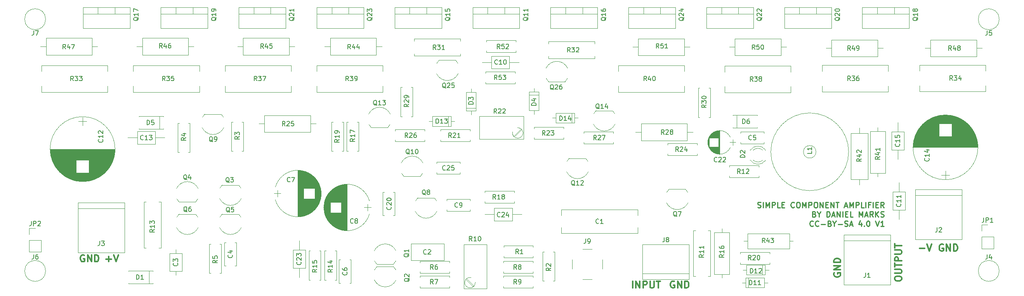
<source format=gbr>
G04 #@! TF.FileFunction,Legend,Top*
%FSLAX46Y46*%
G04 Gerber Fmt 4.6, Leading zero omitted, Abs format (unit mm)*
G04 Created by KiCad (PCBNEW 4.0.7) date 06/25/21 20:42:02*
%MOMM*%
%LPD*%
G01*
G04 APERTURE LIST*
%ADD10C,0.100000*%
%ADD11C,0.300000*%
%ADD12C,0.250000*%
%ADD13C,0.120000*%
%ADD14C,0.150000*%
G04 APERTURE END LIST*
D10*
D11*
X182427143Y-104300000D02*
X182284286Y-104228571D01*
X182070000Y-104228571D01*
X181855715Y-104300000D01*
X181712857Y-104442857D01*
X181641429Y-104585714D01*
X181570000Y-104871429D01*
X181570000Y-105085714D01*
X181641429Y-105371429D01*
X181712857Y-105514286D01*
X181855715Y-105657143D01*
X182070000Y-105728571D01*
X182212857Y-105728571D01*
X182427143Y-105657143D01*
X182498572Y-105585714D01*
X182498572Y-105085714D01*
X182212857Y-105085714D01*
X183141429Y-105728571D02*
X183141429Y-104228571D01*
X183998572Y-105728571D01*
X183998572Y-104228571D01*
X184712858Y-105728571D02*
X184712858Y-104228571D01*
X185070001Y-104228571D01*
X185284286Y-104300000D01*
X185427144Y-104442857D01*
X185498572Y-104585714D01*
X185570001Y-104871429D01*
X185570001Y-105085714D01*
X185498572Y-105371429D01*
X185427144Y-105514286D01*
X185284286Y-105657143D01*
X185070001Y-105728571D01*
X184712858Y-105728571D01*
X173327143Y-105728571D02*
X173327143Y-104228571D01*
X174041429Y-105728571D02*
X174041429Y-104228571D01*
X174898572Y-105728571D01*
X174898572Y-104228571D01*
X175612858Y-105728571D02*
X175612858Y-104228571D01*
X176184286Y-104228571D01*
X176327144Y-104300000D01*
X176398572Y-104371429D01*
X176470001Y-104514286D01*
X176470001Y-104728571D01*
X176398572Y-104871429D01*
X176327144Y-104942857D01*
X176184286Y-105014286D01*
X175612858Y-105014286D01*
X177112858Y-104228571D02*
X177112858Y-105442857D01*
X177184286Y-105585714D01*
X177255715Y-105657143D01*
X177398572Y-105728571D01*
X177684286Y-105728571D01*
X177827144Y-105657143D01*
X177898572Y-105585714D01*
X177970001Y-105442857D01*
X177970001Y-104228571D01*
X178470001Y-104228571D02*
X179327144Y-104228571D01*
X178898573Y-105728571D02*
X178898573Y-104228571D01*
D12*
X200574568Y-88097714D02*
X200745997Y-88154857D01*
X201031711Y-88154857D01*
X201145997Y-88097714D01*
X201203140Y-88040571D01*
X201260283Y-87926286D01*
X201260283Y-87812000D01*
X201203140Y-87697714D01*
X201145997Y-87640571D01*
X201031711Y-87583429D01*
X200803140Y-87526286D01*
X200688854Y-87469143D01*
X200631711Y-87412000D01*
X200574568Y-87297714D01*
X200574568Y-87183429D01*
X200631711Y-87069143D01*
X200688854Y-87012000D01*
X200803140Y-86954857D01*
X201088854Y-86954857D01*
X201260283Y-87012000D01*
X201774568Y-88154857D02*
X201774568Y-86954857D01*
X202345997Y-88154857D02*
X202345997Y-86954857D01*
X202745997Y-87812000D01*
X203145997Y-86954857D01*
X203145997Y-88154857D01*
X203717426Y-88154857D02*
X203717426Y-86954857D01*
X204174569Y-86954857D01*
X204288855Y-87012000D01*
X204345998Y-87069143D01*
X204403141Y-87183429D01*
X204403141Y-87354857D01*
X204345998Y-87469143D01*
X204288855Y-87526286D01*
X204174569Y-87583429D01*
X203717426Y-87583429D01*
X205488855Y-88154857D02*
X204917426Y-88154857D01*
X204917426Y-86954857D01*
X205888855Y-87526286D02*
X206288855Y-87526286D01*
X206460284Y-88154857D02*
X205888855Y-88154857D01*
X205888855Y-86954857D01*
X206460284Y-86954857D01*
X208574570Y-88040571D02*
X208517427Y-88097714D01*
X208345998Y-88154857D01*
X208231712Y-88154857D01*
X208060284Y-88097714D01*
X207945998Y-87983429D01*
X207888855Y-87869143D01*
X207831712Y-87640571D01*
X207831712Y-87469143D01*
X207888855Y-87240571D01*
X207945998Y-87126286D01*
X208060284Y-87012000D01*
X208231712Y-86954857D01*
X208345998Y-86954857D01*
X208517427Y-87012000D01*
X208574570Y-87069143D01*
X209317427Y-86954857D02*
X209545998Y-86954857D01*
X209660284Y-87012000D01*
X209774570Y-87126286D01*
X209831712Y-87354857D01*
X209831712Y-87754857D01*
X209774570Y-87983429D01*
X209660284Y-88097714D01*
X209545998Y-88154857D01*
X209317427Y-88154857D01*
X209203141Y-88097714D01*
X209088855Y-87983429D01*
X209031712Y-87754857D01*
X209031712Y-87354857D01*
X209088855Y-87126286D01*
X209203141Y-87012000D01*
X209317427Y-86954857D01*
X210345998Y-88154857D02*
X210345998Y-86954857D01*
X210745998Y-87812000D01*
X211145998Y-86954857D01*
X211145998Y-88154857D01*
X211717427Y-88154857D02*
X211717427Y-86954857D01*
X212174570Y-86954857D01*
X212288856Y-87012000D01*
X212345999Y-87069143D01*
X212403142Y-87183429D01*
X212403142Y-87354857D01*
X212345999Y-87469143D01*
X212288856Y-87526286D01*
X212174570Y-87583429D01*
X211717427Y-87583429D01*
X213145999Y-86954857D02*
X213374570Y-86954857D01*
X213488856Y-87012000D01*
X213603142Y-87126286D01*
X213660284Y-87354857D01*
X213660284Y-87754857D01*
X213603142Y-87983429D01*
X213488856Y-88097714D01*
X213374570Y-88154857D01*
X213145999Y-88154857D01*
X213031713Y-88097714D01*
X212917427Y-87983429D01*
X212860284Y-87754857D01*
X212860284Y-87354857D01*
X212917427Y-87126286D01*
X213031713Y-87012000D01*
X213145999Y-86954857D01*
X214174570Y-88154857D02*
X214174570Y-86954857D01*
X214860285Y-88154857D01*
X214860285Y-86954857D01*
X215431713Y-87526286D02*
X215831713Y-87526286D01*
X216003142Y-88154857D02*
X215431713Y-88154857D01*
X215431713Y-86954857D01*
X216003142Y-86954857D01*
X216517427Y-88154857D02*
X216517427Y-86954857D01*
X217203142Y-88154857D01*
X217203142Y-86954857D01*
X217603142Y-86954857D02*
X218288856Y-86954857D01*
X217945999Y-88154857D02*
X217945999Y-86954857D01*
X219545999Y-87812000D02*
X220117428Y-87812000D01*
X219431714Y-88154857D02*
X219831714Y-86954857D01*
X220231714Y-88154857D01*
X220631713Y-88154857D02*
X220631713Y-86954857D01*
X221031713Y-87812000D01*
X221431713Y-86954857D01*
X221431713Y-88154857D01*
X222003142Y-88154857D02*
X222003142Y-86954857D01*
X222460285Y-86954857D01*
X222574571Y-87012000D01*
X222631714Y-87069143D01*
X222688857Y-87183429D01*
X222688857Y-87354857D01*
X222631714Y-87469143D01*
X222574571Y-87526286D01*
X222460285Y-87583429D01*
X222003142Y-87583429D01*
X223774571Y-88154857D02*
X223203142Y-88154857D01*
X223203142Y-86954857D01*
X224174571Y-88154857D02*
X224174571Y-86954857D01*
X225146000Y-87526286D02*
X224746000Y-87526286D01*
X224746000Y-88154857D02*
X224746000Y-86954857D01*
X225317429Y-86954857D01*
X225774571Y-88154857D02*
X225774571Y-86954857D01*
X226346000Y-87526286D02*
X226746000Y-87526286D01*
X226917429Y-88154857D02*
X226346000Y-88154857D01*
X226346000Y-86954857D01*
X226917429Y-86954857D01*
X228117429Y-88154857D02*
X227717429Y-87583429D01*
X227431714Y-88154857D02*
X227431714Y-86954857D01*
X227888857Y-86954857D01*
X228003143Y-87012000D01*
X228060286Y-87069143D01*
X228117429Y-87183429D01*
X228117429Y-87354857D01*
X228060286Y-87469143D01*
X228003143Y-87526286D01*
X227888857Y-87583429D01*
X227431714Y-87583429D01*
X212917428Y-89576286D02*
X213088857Y-89633429D01*
X213146000Y-89690571D01*
X213203143Y-89804857D01*
X213203143Y-89976286D01*
X213146000Y-90090571D01*
X213088857Y-90147714D01*
X212974571Y-90204857D01*
X212517428Y-90204857D01*
X212517428Y-89004857D01*
X212917428Y-89004857D01*
X213031714Y-89062000D01*
X213088857Y-89119143D01*
X213146000Y-89233429D01*
X213146000Y-89347714D01*
X213088857Y-89462000D01*
X213031714Y-89519143D01*
X212917428Y-89576286D01*
X212517428Y-89576286D01*
X213946000Y-89633429D02*
X213946000Y-90204857D01*
X213546000Y-89004857D02*
X213946000Y-89633429D01*
X214346000Y-89004857D01*
X215660285Y-90204857D02*
X215660285Y-89004857D01*
X215946000Y-89004857D01*
X216117428Y-89062000D01*
X216231714Y-89176286D01*
X216288857Y-89290571D01*
X216346000Y-89519143D01*
X216346000Y-89690571D01*
X216288857Y-89919143D01*
X216231714Y-90033429D01*
X216117428Y-90147714D01*
X215946000Y-90204857D01*
X215660285Y-90204857D01*
X216803142Y-89862000D02*
X217374571Y-89862000D01*
X216688857Y-90204857D02*
X217088857Y-89004857D01*
X217488857Y-90204857D01*
X217888856Y-90204857D02*
X217888856Y-89004857D01*
X218574571Y-90204857D01*
X218574571Y-89004857D01*
X219145999Y-90204857D02*
X219145999Y-89004857D01*
X219717428Y-89576286D02*
X220117428Y-89576286D01*
X220288857Y-90204857D02*
X219717428Y-90204857D01*
X219717428Y-89004857D01*
X220288857Y-89004857D01*
X221374571Y-90204857D02*
X220803142Y-90204857D01*
X220803142Y-89004857D01*
X222688857Y-90204857D02*
X222688857Y-89004857D01*
X223088857Y-89862000D01*
X223488857Y-89004857D01*
X223488857Y-90204857D01*
X224003143Y-89862000D02*
X224574572Y-89862000D01*
X223888858Y-90204857D02*
X224288858Y-89004857D01*
X224688858Y-90204857D01*
X225774572Y-90204857D02*
X225374572Y-89633429D01*
X225088857Y-90204857D02*
X225088857Y-89004857D01*
X225546000Y-89004857D01*
X225660286Y-89062000D01*
X225717429Y-89119143D01*
X225774572Y-89233429D01*
X225774572Y-89404857D01*
X225717429Y-89519143D01*
X225660286Y-89576286D01*
X225546000Y-89633429D01*
X225088857Y-89633429D01*
X226288857Y-90204857D02*
X226288857Y-89004857D01*
X226974572Y-90204857D02*
X226460286Y-89519143D01*
X226974572Y-89004857D02*
X226288857Y-89690571D01*
X227431714Y-90147714D02*
X227603143Y-90204857D01*
X227888857Y-90204857D01*
X228003143Y-90147714D01*
X228060286Y-90090571D01*
X228117429Y-89976286D01*
X228117429Y-89862000D01*
X228060286Y-89747714D01*
X228003143Y-89690571D01*
X227888857Y-89633429D01*
X227660286Y-89576286D01*
X227546000Y-89519143D01*
X227488857Y-89462000D01*
X227431714Y-89347714D01*
X227431714Y-89233429D01*
X227488857Y-89119143D01*
X227546000Y-89062000D01*
X227660286Y-89004857D01*
X227946000Y-89004857D01*
X228117429Y-89062000D01*
X212688859Y-92140571D02*
X212631716Y-92197714D01*
X212460287Y-92254857D01*
X212346001Y-92254857D01*
X212174573Y-92197714D01*
X212060287Y-92083429D01*
X212003144Y-91969143D01*
X211946001Y-91740571D01*
X211946001Y-91569143D01*
X212003144Y-91340571D01*
X212060287Y-91226286D01*
X212174573Y-91112000D01*
X212346001Y-91054857D01*
X212460287Y-91054857D01*
X212631716Y-91112000D01*
X212688859Y-91169143D01*
X213888859Y-92140571D02*
X213831716Y-92197714D01*
X213660287Y-92254857D01*
X213546001Y-92254857D01*
X213374573Y-92197714D01*
X213260287Y-92083429D01*
X213203144Y-91969143D01*
X213146001Y-91740571D01*
X213146001Y-91569143D01*
X213203144Y-91340571D01*
X213260287Y-91226286D01*
X213374573Y-91112000D01*
X213546001Y-91054857D01*
X213660287Y-91054857D01*
X213831716Y-91112000D01*
X213888859Y-91169143D01*
X214403144Y-91797714D02*
X215317430Y-91797714D01*
X216288858Y-91626286D02*
X216460287Y-91683429D01*
X216517430Y-91740571D01*
X216574573Y-91854857D01*
X216574573Y-92026286D01*
X216517430Y-92140571D01*
X216460287Y-92197714D01*
X216346001Y-92254857D01*
X215888858Y-92254857D01*
X215888858Y-91054857D01*
X216288858Y-91054857D01*
X216403144Y-91112000D01*
X216460287Y-91169143D01*
X216517430Y-91283429D01*
X216517430Y-91397714D01*
X216460287Y-91512000D01*
X216403144Y-91569143D01*
X216288858Y-91626286D01*
X215888858Y-91626286D01*
X217317430Y-91683429D02*
X217317430Y-92254857D01*
X216917430Y-91054857D02*
X217317430Y-91683429D01*
X217717430Y-91054857D01*
X218117429Y-91797714D02*
X219031715Y-91797714D01*
X219546000Y-92197714D02*
X219717429Y-92254857D01*
X220003143Y-92254857D01*
X220117429Y-92197714D01*
X220174572Y-92140571D01*
X220231715Y-92026286D01*
X220231715Y-91912000D01*
X220174572Y-91797714D01*
X220117429Y-91740571D01*
X220003143Y-91683429D01*
X219774572Y-91626286D01*
X219660286Y-91569143D01*
X219603143Y-91512000D01*
X219546000Y-91397714D01*
X219546000Y-91283429D01*
X219603143Y-91169143D01*
X219660286Y-91112000D01*
X219774572Y-91054857D01*
X220060286Y-91054857D01*
X220231715Y-91112000D01*
X220688857Y-91912000D02*
X221260286Y-91912000D01*
X220574572Y-92254857D02*
X220974572Y-91054857D01*
X221374572Y-92254857D01*
X223203143Y-91454857D02*
X223203143Y-92254857D01*
X222917429Y-90997714D02*
X222631714Y-91854857D01*
X223374572Y-91854857D01*
X223831714Y-92140571D02*
X223888857Y-92197714D01*
X223831714Y-92254857D01*
X223774571Y-92197714D01*
X223831714Y-92140571D01*
X223831714Y-92254857D01*
X224631715Y-91054857D02*
X224746000Y-91054857D01*
X224860286Y-91112000D01*
X224917429Y-91169143D01*
X224974572Y-91283429D01*
X225031715Y-91512000D01*
X225031715Y-91797714D01*
X224974572Y-92026286D01*
X224917429Y-92140571D01*
X224860286Y-92197714D01*
X224746000Y-92254857D01*
X224631715Y-92254857D01*
X224517429Y-92197714D01*
X224460286Y-92140571D01*
X224403143Y-92026286D01*
X224346000Y-91797714D01*
X224346000Y-91512000D01*
X224403143Y-91283429D01*
X224460286Y-91169143D01*
X224517429Y-91112000D01*
X224631715Y-91054857D01*
X226288858Y-91054857D02*
X226688858Y-92254857D01*
X227088858Y-91054857D01*
X228117429Y-92254857D02*
X227431714Y-92254857D01*
X227774572Y-92254857D02*
X227774572Y-91054857D01*
X227660286Y-91226286D01*
X227546000Y-91340571D01*
X227431714Y-91397714D01*
D11*
X241057143Y-96250000D02*
X240914286Y-96178571D01*
X240700000Y-96178571D01*
X240485715Y-96250000D01*
X240342857Y-96392857D01*
X240271429Y-96535714D01*
X240200000Y-96821429D01*
X240200000Y-97035714D01*
X240271429Y-97321429D01*
X240342857Y-97464286D01*
X240485715Y-97607143D01*
X240700000Y-97678571D01*
X240842857Y-97678571D01*
X241057143Y-97607143D01*
X241128572Y-97535714D01*
X241128572Y-97035714D01*
X240842857Y-97035714D01*
X241771429Y-97678571D02*
X241771429Y-96178571D01*
X242628572Y-97678571D01*
X242628572Y-96178571D01*
X243342858Y-97678571D02*
X243342858Y-96178571D01*
X243700001Y-96178571D01*
X243914286Y-96250000D01*
X244057144Y-96392857D01*
X244128572Y-96535714D01*
X244200001Y-96821429D01*
X244200001Y-97035714D01*
X244128572Y-97321429D01*
X244057144Y-97464286D01*
X243914286Y-97607143D01*
X243700001Y-97678571D01*
X243342858Y-97678571D01*
X53721143Y-98564000D02*
X53578286Y-98492571D01*
X53364000Y-98492571D01*
X53149715Y-98564000D01*
X53006857Y-98706857D01*
X52935429Y-98849714D01*
X52864000Y-99135429D01*
X52864000Y-99349714D01*
X52935429Y-99635429D01*
X53006857Y-99778286D01*
X53149715Y-99921143D01*
X53364000Y-99992571D01*
X53506857Y-99992571D01*
X53721143Y-99921143D01*
X53792572Y-99849714D01*
X53792572Y-99349714D01*
X53506857Y-99349714D01*
X54435429Y-99992571D02*
X54435429Y-98492571D01*
X55292572Y-99992571D01*
X55292572Y-98492571D01*
X56006858Y-99992571D02*
X56006858Y-98492571D01*
X56364001Y-98492571D01*
X56578286Y-98564000D01*
X56721144Y-98706857D01*
X56792572Y-98849714D01*
X56864001Y-99135429D01*
X56864001Y-99349714D01*
X56792572Y-99635429D01*
X56721144Y-99778286D01*
X56578286Y-99921143D01*
X56364001Y-99992571D01*
X56006858Y-99992571D01*
X235885715Y-97107143D02*
X237028572Y-97107143D01*
X237528572Y-96178571D02*
X238028572Y-97678571D01*
X238528572Y-96178571D01*
X58475715Y-99421143D02*
X59618572Y-99421143D01*
X59047143Y-99992571D02*
X59047143Y-98849714D01*
X60118572Y-98492571D02*
X60618572Y-99992571D01*
X61118572Y-98492571D01*
X217250000Y-102442857D02*
X217178571Y-102585714D01*
X217178571Y-102800000D01*
X217250000Y-103014285D01*
X217392857Y-103157143D01*
X217535714Y-103228571D01*
X217821429Y-103300000D01*
X218035714Y-103300000D01*
X218321429Y-103228571D01*
X218464286Y-103157143D01*
X218607143Y-103014285D01*
X218678571Y-102800000D01*
X218678571Y-102657143D01*
X218607143Y-102442857D01*
X218535714Y-102371428D01*
X218035714Y-102371428D01*
X218035714Y-102657143D01*
X218678571Y-101728571D02*
X217178571Y-101728571D01*
X218678571Y-100871428D01*
X217178571Y-100871428D01*
X218678571Y-100157142D02*
X217178571Y-100157142D01*
X217178571Y-99799999D01*
X217250000Y-99585714D01*
X217392857Y-99442856D01*
X217535714Y-99371428D01*
X217821429Y-99299999D01*
X218035714Y-99299999D01*
X218321429Y-99371428D01*
X218464286Y-99442856D01*
X218607143Y-99585714D01*
X218678571Y-99799999D01*
X218678571Y-100157142D01*
X230478571Y-103807143D02*
X230478571Y-103521429D01*
X230550000Y-103378571D01*
X230692857Y-103235714D01*
X230978571Y-103164286D01*
X231478571Y-103164286D01*
X231764286Y-103235714D01*
X231907143Y-103378571D01*
X231978571Y-103521429D01*
X231978571Y-103807143D01*
X231907143Y-103950000D01*
X231764286Y-104092857D01*
X231478571Y-104164286D01*
X230978571Y-104164286D01*
X230692857Y-104092857D01*
X230550000Y-103950000D01*
X230478571Y-103807143D01*
X230478571Y-102521428D02*
X231692857Y-102521428D01*
X231835714Y-102450000D01*
X231907143Y-102378571D01*
X231978571Y-102235714D01*
X231978571Y-101950000D01*
X231907143Y-101807142D01*
X231835714Y-101735714D01*
X231692857Y-101664285D01*
X230478571Y-101664285D01*
X230478571Y-101164285D02*
X230478571Y-100307142D01*
X231978571Y-100735713D02*
X230478571Y-100735713D01*
X231978571Y-99807142D02*
X230478571Y-99807142D01*
X230478571Y-99235714D01*
X230550000Y-99092856D01*
X230621429Y-99021428D01*
X230764286Y-98949999D01*
X230978571Y-98949999D01*
X231121429Y-99021428D01*
X231192857Y-99092856D01*
X231264286Y-99235714D01*
X231264286Y-99807142D01*
X230478571Y-98307142D02*
X231692857Y-98307142D01*
X231835714Y-98235714D01*
X231907143Y-98164285D01*
X231978571Y-98021428D01*
X231978571Y-97735714D01*
X231907143Y-97592856D01*
X231835714Y-97521428D01*
X231692857Y-97449999D01*
X230478571Y-97449999D01*
X230478571Y-96949999D02*
X230478571Y-96092856D01*
X231978571Y-96521427D02*
X230478571Y-96521427D01*
D13*
X121452000Y-84776000D02*
X121452000Y-89896000D01*
X118832000Y-84776000D02*
X118832000Y-89896000D01*
X121452000Y-84776000D02*
X121138000Y-84776000D01*
X119146000Y-84776000D02*
X118832000Y-84776000D01*
X121452000Y-89896000D02*
X121138000Y-89896000D01*
X119146000Y-89896000D02*
X118832000Y-89896000D01*
X137830000Y-73370000D02*
X137830000Y-73700000D01*
X137830000Y-73700000D02*
X131410000Y-73700000D01*
X131410000Y-73700000D02*
X131410000Y-73370000D01*
X137830000Y-71410000D02*
X137830000Y-71080000D01*
X137830000Y-71080000D02*
X131410000Y-71080000D01*
X131410000Y-71080000D02*
X131410000Y-71410000D01*
X165010000Y-55105000D02*
X165010000Y-55585000D01*
X165010000Y-55585000D02*
X154990000Y-55585000D01*
X154990000Y-55585000D02*
X154990000Y-55105000D01*
X165010000Y-52345000D02*
X165010000Y-51865000D01*
X165010000Y-51865000D02*
X154990000Y-51865000D01*
X154990000Y-51865000D02*
X154990000Y-52345000D01*
X87398000Y-89590000D02*
X83798000Y-89590000D01*
X87922184Y-90317205D02*
G75*
G03X87398000Y-89590000I-2324184J-1122795D01*
G01*
X87954400Y-92538807D02*
G75*
G02X85598000Y-94040000I-2356400J1098807D01*
G01*
X83241600Y-92538807D02*
G75*
G03X85598000Y-94040000I2356400J1098807D01*
G01*
X83273816Y-90317205D02*
G75*
G02X83798000Y-89590000I2324184J-1122795D01*
G01*
X72300000Y-102096000D02*
X75020000Y-102096000D01*
X75020000Y-102096000D02*
X75020000Y-98176000D01*
X75020000Y-98176000D02*
X72300000Y-98176000D01*
X72300000Y-98176000D02*
X72300000Y-102096000D01*
X73660000Y-102906000D02*
X73660000Y-102096000D01*
X73660000Y-97366000D02*
X73660000Y-98176000D01*
X184588000Y-54946000D02*
X184588000Y-51226000D01*
X184588000Y-51226000D02*
X174568000Y-51226000D01*
X174568000Y-51226000D02*
X174568000Y-54946000D01*
X174568000Y-54946000D02*
X184588000Y-54946000D01*
X185818000Y-53086000D02*
X184588000Y-53086000D01*
X173338000Y-53086000D02*
X174568000Y-53086000D01*
X184860000Y-84150000D02*
X181260000Y-84150000D01*
X185384184Y-84877205D02*
G75*
G03X184860000Y-84150000I-2324184J-1122795D01*
G01*
X185416400Y-87098807D02*
G75*
G02X183060000Y-88600000I-2356400J1098807D01*
G01*
X180703600Y-87098807D02*
G75*
G03X183060000Y-88600000I2356400J1098807D01*
G01*
X180735816Y-84877205D02*
G75*
G02X181260000Y-84150000I2324184J-1122795D01*
G01*
X74400000Y-86940000D02*
X78000000Y-86940000D01*
X73875816Y-86212795D02*
G75*
G03X74400000Y-86940000I2324184J1122795D01*
G01*
X73843600Y-83991193D02*
G75*
G02X76200000Y-82490000I2356400J-1098807D01*
G01*
X78556400Y-83991193D02*
G75*
G03X76200000Y-82490000I-2356400J-1098807D01*
G01*
X78524184Y-86212795D02*
G75*
G02X78000000Y-86940000I-2324184J1122795D01*
G01*
X195206000Y-68062000D02*
X195206000Y-67932000D01*
X195206000Y-67932000D02*
X200526000Y-67932000D01*
X200526000Y-67932000D02*
X200526000Y-68062000D01*
X195206000Y-70622000D02*
X195206000Y-70752000D01*
X195206000Y-70752000D02*
X200526000Y-70752000D01*
X200526000Y-70752000D02*
X200526000Y-70622000D01*
X196046000Y-67932000D02*
X196046000Y-70752000D01*
X60430000Y-75378000D02*
G75*
G03X60430000Y-75378000I-7090000J0D01*
G01*
X60390000Y-75378000D02*
X46290000Y-75378000D01*
X60390000Y-75418000D02*
X46290000Y-75418000D01*
X60390000Y-75458000D02*
X46290000Y-75458000D01*
X60389000Y-75498000D02*
X46291000Y-75498000D01*
X60389000Y-75538000D02*
X46291000Y-75538000D01*
X60388000Y-75578000D02*
X46292000Y-75578000D01*
X60386000Y-75618000D02*
X46294000Y-75618000D01*
X60385000Y-75658000D02*
X46295000Y-75658000D01*
X60383000Y-75698000D02*
X46297000Y-75698000D01*
X60381000Y-75738000D02*
X46299000Y-75738000D01*
X60379000Y-75778000D02*
X46301000Y-75778000D01*
X60377000Y-75818000D02*
X46303000Y-75818000D01*
X60374000Y-75858000D02*
X46306000Y-75858000D01*
X60371000Y-75898000D02*
X46309000Y-75898000D01*
X60368000Y-75938000D02*
X46312000Y-75938000D01*
X60365000Y-75978000D02*
X46315000Y-75978000D01*
X60362000Y-76018000D02*
X46318000Y-76018000D01*
X60358000Y-76058000D02*
X46322000Y-76058000D01*
X60354000Y-76099000D02*
X46326000Y-76099000D01*
X60350000Y-76139000D02*
X46330000Y-76139000D01*
X60345000Y-76179000D02*
X46335000Y-76179000D01*
X60341000Y-76219000D02*
X46339000Y-76219000D01*
X60336000Y-76259000D02*
X46344000Y-76259000D01*
X60331000Y-76299000D02*
X46349000Y-76299000D01*
X60325000Y-76339000D02*
X46355000Y-76339000D01*
X60320000Y-76379000D02*
X46360000Y-76379000D01*
X60314000Y-76419000D02*
X46366000Y-76419000D01*
X60308000Y-76459000D02*
X46372000Y-76459000D01*
X60301000Y-76499000D02*
X46379000Y-76499000D01*
X60295000Y-76539000D02*
X46385000Y-76539000D01*
X60288000Y-76579000D02*
X46392000Y-76579000D01*
X60281000Y-76619000D02*
X46399000Y-76619000D01*
X60274000Y-76659000D02*
X46406000Y-76659000D01*
X60267000Y-76699000D02*
X46413000Y-76699000D01*
X60259000Y-76739000D02*
X46421000Y-76739000D01*
X60251000Y-76779000D02*
X46429000Y-76779000D01*
X60243000Y-76819000D02*
X46437000Y-76819000D01*
X60234000Y-76859000D02*
X46446000Y-76859000D01*
X60226000Y-76899000D02*
X46454000Y-76899000D01*
X60217000Y-76939000D02*
X46463000Y-76939000D01*
X60208000Y-76979000D02*
X46472000Y-76979000D01*
X60198000Y-77019000D02*
X46482000Y-77019000D01*
X60189000Y-77059000D02*
X46491000Y-77059000D01*
X60179000Y-77099000D02*
X46501000Y-77099000D01*
X60169000Y-77139000D02*
X46511000Y-77139000D01*
X60158000Y-77179000D02*
X46522000Y-77179000D01*
X60148000Y-77219000D02*
X46532000Y-77219000D01*
X60137000Y-77259000D02*
X46543000Y-77259000D01*
X60126000Y-77299000D02*
X46554000Y-77299000D01*
X60114000Y-77339000D02*
X46566000Y-77339000D01*
X60103000Y-77379000D02*
X46577000Y-77379000D01*
X60091000Y-77419000D02*
X46589000Y-77419000D01*
X60079000Y-77459000D02*
X46601000Y-77459000D01*
X60066000Y-77499000D02*
X46614000Y-77499000D01*
X60053000Y-77539000D02*
X46627000Y-77539000D01*
X60041000Y-77579000D02*
X46639000Y-77579000D01*
X60027000Y-77619000D02*
X46653000Y-77619000D01*
X60014000Y-77659000D02*
X46666000Y-77659000D01*
X60000000Y-77699000D02*
X46680000Y-77699000D01*
X59986000Y-77739000D02*
X46694000Y-77739000D01*
X59972000Y-77779000D02*
X54720000Y-77779000D01*
X51960000Y-77779000D02*
X46708000Y-77779000D01*
X59957000Y-77819000D02*
X54720000Y-77819000D01*
X51960000Y-77819000D02*
X46723000Y-77819000D01*
X59943000Y-77859000D02*
X54720000Y-77859000D01*
X51960000Y-77859000D02*
X46737000Y-77859000D01*
X59928000Y-77899000D02*
X54720000Y-77899000D01*
X51960000Y-77899000D02*
X46752000Y-77899000D01*
X59912000Y-77939000D02*
X54720000Y-77939000D01*
X51960000Y-77939000D02*
X46768000Y-77939000D01*
X59897000Y-77979000D02*
X54720000Y-77979000D01*
X51960000Y-77979000D02*
X46783000Y-77979000D01*
X59881000Y-78019000D02*
X54720000Y-78019000D01*
X51960000Y-78019000D02*
X46799000Y-78019000D01*
X59864000Y-78059000D02*
X54720000Y-78059000D01*
X51960000Y-78059000D02*
X46816000Y-78059000D01*
X59848000Y-78099000D02*
X54720000Y-78099000D01*
X51960000Y-78099000D02*
X46832000Y-78099000D01*
X59831000Y-78139000D02*
X54720000Y-78139000D01*
X51960000Y-78139000D02*
X46849000Y-78139000D01*
X59814000Y-78179000D02*
X54720000Y-78179000D01*
X51960000Y-78179000D02*
X46866000Y-78179000D01*
X59797000Y-78219000D02*
X54720000Y-78219000D01*
X51960000Y-78219000D02*
X46883000Y-78219000D01*
X59779000Y-78259000D02*
X54720000Y-78259000D01*
X51960000Y-78259000D02*
X46901000Y-78259000D01*
X59761000Y-78299000D02*
X54720000Y-78299000D01*
X51960000Y-78299000D02*
X46919000Y-78299000D01*
X59743000Y-78339000D02*
X54720000Y-78339000D01*
X51960000Y-78339000D02*
X46937000Y-78339000D01*
X59725000Y-78379000D02*
X54720000Y-78379000D01*
X51960000Y-78379000D02*
X46955000Y-78379000D01*
X59706000Y-78419000D02*
X54720000Y-78419000D01*
X51960000Y-78419000D02*
X46974000Y-78419000D01*
X59687000Y-78459000D02*
X54720000Y-78459000D01*
X51960000Y-78459000D02*
X46993000Y-78459000D01*
X59667000Y-78499000D02*
X54720000Y-78499000D01*
X51960000Y-78499000D02*
X47013000Y-78499000D01*
X59647000Y-78539000D02*
X54720000Y-78539000D01*
X51960000Y-78539000D02*
X47033000Y-78539000D01*
X59627000Y-78579000D02*
X54720000Y-78579000D01*
X51960000Y-78579000D02*
X47053000Y-78579000D01*
X59607000Y-78619000D02*
X54720000Y-78619000D01*
X51960000Y-78619000D02*
X47073000Y-78619000D01*
X59586000Y-78659000D02*
X54720000Y-78659000D01*
X51960000Y-78659000D02*
X47094000Y-78659000D01*
X59565000Y-78699000D02*
X54720000Y-78699000D01*
X51960000Y-78699000D02*
X47115000Y-78699000D01*
X59544000Y-78739000D02*
X54720000Y-78739000D01*
X51960000Y-78739000D02*
X47136000Y-78739000D01*
X59522000Y-78779000D02*
X54720000Y-78779000D01*
X51960000Y-78779000D02*
X47158000Y-78779000D01*
X59500000Y-78819000D02*
X54720000Y-78819000D01*
X51960000Y-78819000D02*
X47180000Y-78819000D01*
X59478000Y-78859000D02*
X54720000Y-78859000D01*
X51960000Y-78859000D02*
X47202000Y-78859000D01*
X59455000Y-78899000D02*
X54720000Y-78899000D01*
X51960000Y-78899000D02*
X47225000Y-78899000D01*
X59432000Y-78939000D02*
X54720000Y-78939000D01*
X51960000Y-78939000D02*
X47248000Y-78939000D01*
X59409000Y-78979000D02*
X54720000Y-78979000D01*
X51960000Y-78979000D02*
X47271000Y-78979000D01*
X59385000Y-79019000D02*
X54720000Y-79019000D01*
X51960000Y-79019000D02*
X47295000Y-79019000D01*
X59361000Y-79059000D02*
X54720000Y-79059000D01*
X51960000Y-79059000D02*
X47319000Y-79059000D01*
X59336000Y-79099000D02*
X54720000Y-79099000D01*
X51960000Y-79099000D02*
X47344000Y-79099000D01*
X59311000Y-79139000D02*
X54720000Y-79139000D01*
X51960000Y-79139000D02*
X47369000Y-79139000D01*
X59286000Y-79179000D02*
X54720000Y-79179000D01*
X51960000Y-79179000D02*
X47394000Y-79179000D01*
X59261000Y-79219000D02*
X54720000Y-79219000D01*
X51960000Y-79219000D02*
X47419000Y-79219000D01*
X59235000Y-79259000D02*
X54720000Y-79259000D01*
X51960000Y-79259000D02*
X47445000Y-79259000D01*
X59208000Y-79299000D02*
X54720000Y-79299000D01*
X51960000Y-79299000D02*
X47472000Y-79299000D01*
X59182000Y-79339000D02*
X54720000Y-79339000D01*
X51960000Y-79339000D02*
X47498000Y-79339000D01*
X59154000Y-79379000D02*
X54720000Y-79379000D01*
X51960000Y-79379000D02*
X47526000Y-79379000D01*
X59127000Y-79419000D02*
X54720000Y-79419000D01*
X51960000Y-79419000D02*
X47553000Y-79419000D01*
X59099000Y-79459000D02*
X54720000Y-79459000D01*
X51960000Y-79459000D02*
X47581000Y-79459000D01*
X59071000Y-79499000D02*
X54720000Y-79499000D01*
X51960000Y-79499000D02*
X47609000Y-79499000D01*
X59042000Y-79539000D02*
X54720000Y-79539000D01*
X51960000Y-79539000D02*
X47638000Y-79539000D01*
X59013000Y-79579000D02*
X54720000Y-79579000D01*
X51960000Y-79579000D02*
X47667000Y-79579000D01*
X58983000Y-79619000D02*
X54720000Y-79619000D01*
X51960000Y-79619000D02*
X47697000Y-79619000D01*
X58953000Y-79659000D02*
X54720000Y-79659000D01*
X51960000Y-79659000D02*
X47727000Y-79659000D01*
X58922000Y-79699000D02*
X54720000Y-79699000D01*
X51960000Y-79699000D02*
X47758000Y-79699000D01*
X58891000Y-79739000D02*
X54720000Y-79739000D01*
X51960000Y-79739000D02*
X47789000Y-79739000D01*
X58860000Y-79779000D02*
X54720000Y-79779000D01*
X51960000Y-79779000D02*
X47820000Y-79779000D01*
X58828000Y-79819000D02*
X54720000Y-79819000D01*
X51960000Y-79819000D02*
X47852000Y-79819000D01*
X58796000Y-79859000D02*
X54720000Y-79859000D01*
X51960000Y-79859000D02*
X47884000Y-79859000D01*
X58763000Y-79899000D02*
X54720000Y-79899000D01*
X51960000Y-79899000D02*
X47917000Y-79899000D01*
X58730000Y-79939000D02*
X54720000Y-79939000D01*
X51960000Y-79939000D02*
X47950000Y-79939000D01*
X58696000Y-79979000D02*
X54720000Y-79979000D01*
X51960000Y-79979000D02*
X47984000Y-79979000D01*
X58661000Y-80019000D02*
X54720000Y-80019000D01*
X51960000Y-80019000D02*
X48019000Y-80019000D01*
X58626000Y-80059000D02*
X54720000Y-80059000D01*
X51960000Y-80059000D02*
X48054000Y-80059000D01*
X58591000Y-80099000D02*
X54720000Y-80099000D01*
X51960000Y-80099000D02*
X48089000Y-80099000D01*
X58555000Y-80139000D02*
X54720000Y-80139000D01*
X51960000Y-80139000D02*
X48125000Y-80139000D01*
X58519000Y-80179000D02*
X54720000Y-80179000D01*
X51960000Y-80179000D02*
X48161000Y-80179000D01*
X58481000Y-80219000D02*
X54720000Y-80219000D01*
X51960000Y-80219000D02*
X48199000Y-80219000D01*
X58444000Y-80259000D02*
X54720000Y-80259000D01*
X51960000Y-80259000D02*
X48236000Y-80259000D01*
X58406000Y-80299000D02*
X54720000Y-80299000D01*
X51960000Y-80299000D02*
X48274000Y-80299000D01*
X58367000Y-80339000D02*
X54720000Y-80339000D01*
X51960000Y-80339000D02*
X48313000Y-80339000D01*
X58327000Y-80379000D02*
X54720000Y-80379000D01*
X51960000Y-80379000D02*
X48353000Y-80379000D01*
X58287000Y-80419000D02*
X54720000Y-80419000D01*
X51960000Y-80419000D02*
X48393000Y-80419000D01*
X58246000Y-80459000D02*
X54720000Y-80459000D01*
X51960000Y-80459000D02*
X48434000Y-80459000D01*
X58205000Y-80499000D02*
X54720000Y-80499000D01*
X51960000Y-80499000D02*
X48475000Y-80499000D01*
X58163000Y-80539000D02*
X48517000Y-80539000D01*
X58120000Y-80579000D02*
X48560000Y-80579000D01*
X58077000Y-80619000D02*
X48603000Y-80619000D01*
X58032000Y-80659000D02*
X48648000Y-80659000D01*
X57987000Y-80699000D02*
X48693000Y-80699000D01*
X57941000Y-80739000D02*
X48739000Y-80739000D01*
X57895000Y-80779000D02*
X48785000Y-80779000D01*
X57847000Y-80819000D02*
X48833000Y-80819000D01*
X57799000Y-80859000D02*
X48881000Y-80859000D01*
X57750000Y-80899000D02*
X48930000Y-80899000D01*
X57700000Y-80939000D02*
X48980000Y-80939000D01*
X57649000Y-80979000D02*
X49031000Y-80979000D01*
X57597000Y-81019000D02*
X49083000Y-81019000D01*
X57544000Y-81059000D02*
X49136000Y-81059000D01*
X57490000Y-81099000D02*
X49190000Y-81099000D01*
X57435000Y-81139000D02*
X49245000Y-81139000D01*
X57378000Y-81179000D02*
X49302000Y-81179000D01*
X57321000Y-81219000D02*
X49359000Y-81219000D01*
X57262000Y-81259000D02*
X49418000Y-81259000D01*
X57202000Y-81299000D02*
X49478000Y-81299000D01*
X57141000Y-81339000D02*
X49539000Y-81339000D01*
X57078000Y-81379000D02*
X49602000Y-81379000D01*
X57014000Y-81419000D02*
X49666000Y-81419000D01*
X56948000Y-81459000D02*
X49732000Y-81459000D01*
X56880000Y-81499000D02*
X49800000Y-81499000D01*
X56811000Y-81539000D02*
X49869000Y-81539000D01*
X56740000Y-81579000D02*
X49940000Y-81579000D01*
X56667000Y-81619000D02*
X50013000Y-81619000D01*
X56591000Y-81659000D02*
X50089000Y-81659000D01*
X56514000Y-81699000D02*
X50166000Y-81699000D01*
X56434000Y-81739000D02*
X50246000Y-81739000D01*
X56351000Y-81779000D02*
X50329000Y-81779000D01*
X56266000Y-81819000D02*
X50414000Y-81819000D01*
X56178000Y-81859000D02*
X50502000Y-81859000D01*
X56086000Y-81899000D02*
X50594000Y-81899000D01*
X55990000Y-81939000D02*
X50690000Y-81939000D01*
X55890000Y-81979000D02*
X50790000Y-81979000D01*
X55786000Y-82019000D02*
X50894000Y-82019000D01*
X55677000Y-82059000D02*
X51003000Y-82059000D01*
X55561000Y-82099000D02*
X51119000Y-82099000D01*
X55438000Y-82139000D02*
X51242000Y-82139000D01*
X55308000Y-82179000D02*
X51372000Y-82179000D01*
X55167000Y-82219000D02*
X51513000Y-82219000D01*
X55013000Y-82259000D02*
X51667000Y-82259000D01*
X54844000Y-82299000D02*
X51836000Y-82299000D01*
X54652000Y-82339000D02*
X52028000Y-82339000D01*
X54427000Y-82379000D02*
X52253000Y-82379000D01*
X54141000Y-82419000D02*
X52539000Y-82419000D01*
X53677000Y-82459000D02*
X53003000Y-82459000D01*
X53340000Y-68428000D02*
X53340000Y-70228000D01*
X54240000Y-69328000D02*
X52440000Y-69328000D01*
X162420000Y-97230000D02*
X164420000Y-97230000D01*
X162420000Y-103830000D02*
X164420000Y-103830000D01*
X166720000Y-99530000D02*
X166720000Y-101530000D01*
X160120000Y-99530000D02*
X160120000Y-101530000D01*
X189992278Y-75093723D02*
G75*
G03X194603580Y-75094000I2305722J1179723D01*
G01*
X189992278Y-72734277D02*
G75*
G02X194603580Y-72734000I2305722J-1179723D01*
G01*
X189992278Y-72734277D02*
G75*
G03X189992420Y-75094000I2305722J-1179723D01*
G01*
X192298000Y-76464000D02*
X192298000Y-71364000D01*
X192258000Y-76464000D02*
X192258000Y-71364000D01*
X192218000Y-76463000D02*
X192218000Y-71365000D01*
X192178000Y-76462000D02*
X192178000Y-71366000D01*
X192138000Y-76460000D02*
X192138000Y-71368000D01*
X192098000Y-76457000D02*
X192098000Y-71371000D01*
X192058000Y-76453000D02*
X192058000Y-71375000D01*
X192018000Y-76449000D02*
X192018000Y-74894000D01*
X192018000Y-72934000D02*
X192018000Y-71379000D01*
X191978000Y-76445000D02*
X191978000Y-74894000D01*
X191978000Y-72934000D02*
X191978000Y-71383000D01*
X191938000Y-76439000D02*
X191938000Y-74894000D01*
X191938000Y-72934000D02*
X191938000Y-71389000D01*
X191898000Y-76433000D02*
X191898000Y-74894000D01*
X191898000Y-72934000D02*
X191898000Y-71395000D01*
X191858000Y-76427000D02*
X191858000Y-74894000D01*
X191858000Y-72934000D02*
X191858000Y-71401000D01*
X191818000Y-76420000D02*
X191818000Y-74894000D01*
X191818000Y-72934000D02*
X191818000Y-71408000D01*
X191778000Y-76412000D02*
X191778000Y-74894000D01*
X191778000Y-72934000D02*
X191778000Y-71416000D01*
X191738000Y-76403000D02*
X191738000Y-74894000D01*
X191738000Y-72934000D02*
X191738000Y-71425000D01*
X191698000Y-76394000D02*
X191698000Y-74894000D01*
X191698000Y-72934000D02*
X191698000Y-71434000D01*
X191658000Y-76384000D02*
X191658000Y-74894000D01*
X191658000Y-72934000D02*
X191658000Y-71444000D01*
X191618000Y-76374000D02*
X191618000Y-74894000D01*
X191618000Y-72934000D02*
X191618000Y-71454000D01*
X191577000Y-76362000D02*
X191577000Y-74894000D01*
X191577000Y-72934000D02*
X191577000Y-71466000D01*
X191537000Y-76350000D02*
X191537000Y-74894000D01*
X191537000Y-72934000D02*
X191537000Y-71478000D01*
X191497000Y-76338000D02*
X191497000Y-74894000D01*
X191497000Y-72934000D02*
X191497000Y-71490000D01*
X191457000Y-76324000D02*
X191457000Y-74894000D01*
X191457000Y-72934000D02*
X191457000Y-71504000D01*
X191417000Y-76310000D02*
X191417000Y-74894000D01*
X191417000Y-72934000D02*
X191417000Y-71518000D01*
X191377000Y-76296000D02*
X191377000Y-74894000D01*
X191377000Y-72934000D02*
X191377000Y-71532000D01*
X191337000Y-76280000D02*
X191337000Y-74894000D01*
X191337000Y-72934000D02*
X191337000Y-71548000D01*
X191297000Y-76264000D02*
X191297000Y-74894000D01*
X191297000Y-72934000D02*
X191297000Y-71564000D01*
X191257000Y-76247000D02*
X191257000Y-74894000D01*
X191257000Y-72934000D02*
X191257000Y-71581000D01*
X191217000Y-76229000D02*
X191217000Y-74894000D01*
X191217000Y-72934000D02*
X191217000Y-71599000D01*
X191177000Y-76210000D02*
X191177000Y-74894000D01*
X191177000Y-72934000D02*
X191177000Y-71618000D01*
X191137000Y-76190000D02*
X191137000Y-74894000D01*
X191137000Y-72934000D02*
X191137000Y-71638000D01*
X191097000Y-76170000D02*
X191097000Y-74894000D01*
X191097000Y-72934000D02*
X191097000Y-71658000D01*
X191057000Y-76148000D02*
X191057000Y-74894000D01*
X191057000Y-72934000D02*
X191057000Y-71680000D01*
X191017000Y-76126000D02*
X191017000Y-74894000D01*
X191017000Y-72934000D02*
X191017000Y-71702000D01*
X190977000Y-76103000D02*
X190977000Y-74894000D01*
X190977000Y-72934000D02*
X190977000Y-71725000D01*
X190937000Y-76079000D02*
X190937000Y-74894000D01*
X190937000Y-72934000D02*
X190937000Y-71749000D01*
X190897000Y-76054000D02*
X190897000Y-74894000D01*
X190897000Y-72934000D02*
X190897000Y-71774000D01*
X190857000Y-76027000D02*
X190857000Y-74894000D01*
X190857000Y-72934000D02*
X190857000Y-71801000D01*
X190817000Y-76000000D02*
X190817000Y-74894000D01*
X190817000Y-72934000D02*
X190817000Y-71828000D01*
X190777000Y-75972000D02*
X190777000Y-74894000D01*
X190777000Y-72934000D02*
X190777000Y-71856000D01*
X190737000Y-75942000D02*
X190737000Y-74894000D01*
X190737000Y-72934000D02*
X190737000Y-71886000D01*
X190697000Y-75911000D02*
X190697000Y-74894000D01*
X190697000Y-72934000D02*
X190697000Y-71917000D01*
X190657000Y-75879000D02*
X190657000Y-74894000D01*
X190657000Y-72934000D02*
X190657000Y-71949000D01*
X190617000Y-75846000D02*
X190617000Y-74894000D01*
X190617000Y-72934000D02*
X190617000Y-71982000D01*
X190577000Y-75811000D02*
X190577000Y-74894000D01*
X190577000Y-72934000D02*
X190577000Y-72017000D01*
X190537000Y-75775000D02*
X190537000Y-74894000D01*
X190537000Y-72934000D02*
X190537000Y-72053000D01*
X190497000Y-75737000D02*
X190497000Y-74894000D01*
X190497000Y-72934000D02*
X190497000Y-72091000D01*
X190457000Y-75697000D02*
X190457000Y-74894000D01*
X190457000Y-72934000D02*
X190457000Y-72131000D01*
X190417000Y-75656000D02*
X190417000Y-74894000D01*
X190417000Y-72934000D02*
X190417000Y-72172000D01*
X190377000Y-75613000D02*
X190377000Y-74894000D01*
X190377000Y-72934000D02*
X190377000Y-72215000D01*
X190337000Y-75568000D02*
X190337000Y-74894000D01*
X190337000Y-72934000D02*
X190337000Y-72260000D01*
X190297000Y-75520000D02*
X190297000Y-74894000D01*
X190297000Y-72934000D02*
X190297000Y-72308000D01*
X190257000Y-75470000D02*
X190257000Y-74894000D01*
X190257000Y-72934000D02*
X190257000Y-72358000D01*
X190217000Y-75418000D02*
X190217000Y-74894000D01*
X190217000Y-72934000D02*
X190217000Y-72410000D01*
X190177000Y-75362000D02*
X190177000Y-74894000D01*
X190177000Y-72934000D02*
X190177000Y-72466000D01*
X190137000Y-75304000D02*
X190137000Y-74894000D01*
X190137000Y-72934000D02*
X190137000Y-72524000D01*
X190097000Y-75241000D02*
X190097000Y-74894000D01*
X190097000Y-72934000D02*
X190097000Y-72587000D01*
X190057000Y-75175000D02*
X190057000Y-72653000D01*
X190017000Y-75103000D02*
X190017000Y-72725000D01*
X189977000Y-75026000D02*
X189977000Y-72802000D01*
X189937000Y-74942000D02*
X189937000Y-72886000D01*
X189897000Y-74848000D02*
X189897000Y-72980000D01*
X189857000Y-74743000D02*
X189857000Y-73085000D01*
X189817000Y-74621000D02*
X189817000Y-73207000D01*
X189777000Y-74473000D02*
X189777000Y-73355000D01*
X189737000Y-74268000D02*
X189737000Y-73560000D01*
X195748000Y-73914000D02*
X194548000Y-73914000D01*
X195148000Y-74564000D02*
X195148000Y-73264000D01*
X117540000Y-100550000D02*
X121140000Y-100550000D01*
X117015816Y-99822795D02*
G75*
G03X117540000Y-100550000I2324184J1122795D01*
G01*
X116983600Y-97601193D02*
G75*
G02X119340000Y-96100000I2356400J-1098807D01*
G01*
X121696400Y-97601193D02*
G75*
G03X119340000Y-96100000I-2356400J-1098807D01*
G01*
X121664184Y-99822795D02*
G75*
G02X121140000Y-100550000I-2324184J1122795D01*
G01*
X162652000Y-71918000D02*
X162652000Y-71588000D01*
X162652000Y-71588000D02*
X169072000Y-71588000D01*
X169072000Y-71588000D02*
X169072000Y-71918000D01*
X162652000Y-73878000D02*
X162652000Y-74208000D01*
X162652000Y-74208000D02*
X169072000Y-74208000D01*
X169072000Y-74208000D02*
X169072000Y-73878000D01*
X84288000Y-100898000D02*
X84288000Y-95778000D01*
X86908000Y-100898000D02*
X86908000Y-95778000D01*
X84288000Y-100898000D02*
X84602000Y-100898000D01*
X86594000Y-100898000D02*
X86908000Y-100898000D01*
X84288000Y-95778000D02*
X84602000Y-95778000D01*
X86594000Y-95778000D02*
X86908000Y-95778000D01*
X201990000Y-74208000D02*
X196870000Y-74208000D01*
X201990000Y-71588000D02*
X196870000Y-71588000D01*
X201990000Y-74208000D02*
X201990000Y-73894000D01*
X201990000Y-71902000D02*
X201990000Y-71588000D01*
X196870000Y-74208000D02*
X196870000Y-73894000D01*
X196870000Y-71902000D02*
X196870000Y-71588000D01*
X109290000Y-104660000D02*
X109290000Y-99540000D01*
X111910000Y-104660000D02*
X111910000Y-99540000D01*
X109290000Y-104660000D02*
X109604000Y-104660000D01*
X111596000Y-104660000D02*
X111910000Y-104660000D01*
X109290000Y-99540000D02*
X109604000Y-99540000D01*
X111596000Y-99540000D02*
X111910000Y-99540000D01*
X105188437Y-83706736D02*
G75*
G03X95390643Y-83710000I-4898437J-1383264D01*
G01*
X105188437Y-86473264D02*
G75*
G02X95390643Y-86470000I-4898437J1383264D01*
G01*
X105188437Y-86473264D02*
G75*
G03X105189357Y-83710000I-4898437J1383264D01*
G01*
X100290000Y-80040000D02*
X100290000Y-90140000D01*
X100330000Y-80040000D02*
X100330000Y-90140000D01*
X100370000Y-80040000D02*
X100370000Y-90140000D01*
X100410000Y-80041000D02*
X100410000Y-90139000D01*
X100450000Y-80042000D02*
X100450000Y-90138000D01*
X100490000Y-80043000D02*
X100490000Y-90137000D01*
X100530000Y-80045000D02*
X100530000Y-90135000D01*
X100570000Y-80047000D02*
X100570000Y-90133000D01*
X100610000Y-80050000D02*
X100610000Y-90130000D01*
X100650000Y-80052000D02*
X100650000Y-90128000D01*
X100690000Y-80055000D02*
X100690000Y-90125000D01*
X100730000Y-80059000D02*
X100730000Y-90121000D01*
X100770000Y-80062000D02*
X100770000Y-90118000D01*
X100810000Y-80066000D02*
X100810000Y-90114000D01*
X100850000Y-80070000D02*
X100850000Y-90110000D01*
X100890000Y-80075000D02*
X100890000Y-90105000D01*
X100930000Y-80080000D02*
X100930000Y-90100000D01*
X100970000Y-80085000D02*
X100970000Y-90095000D01*
X101011000Y-80091000D02*
X101011000Y-90089000D01*
X101051000Y-80097000D02*
X101051000Y-90083000D01*
X101091000Y-80103000D02*
X101091000Y-90077000D01*
X101131000Y-80109000D02*
X101131000Y-90071000D01*
X101171000Y-80116000D02*
X101171000Y-90064000D01*
X101211000Y-80123000D02*
X101211000Y-90057000D01*
X101251000Y-80131000D02*
X101251000Y-90049000D01*
X101291000Y-80139000D02*
X101291000Y-90041000D01*
X101331000Y-80147000D02*
X101331000Y-90033000D01*
X101371000Y-80155000D02*
X101371000Y-90025000D01*
X101411000Y-80164000D02*
X101411000Y-90016000D01*
X101451000Y-80173000D02*
X101451000Y-90007000D01*
X101491000Y-80183000D02*
X101491000Y-89997000D01*
X101531000Y-80193000D02*
X101531000Y-89987000D01*
X101571000Y-80203000D02*
X101571000Y-89977000D01*
X101611000Y-80214000D02*
X101611000Y-83909000D01*
X101611000Y-86271000D02*
X101611000Y-89966000D01*
X101651000Y-80225000D02*
X101651000Y-83909000D01*
X101651000Y-86271000D02*
X101651000Y-89955000D01*
X101691000Y-80236000D02*
X101691000Y-83909000D01*
X101691000Y-86271000D02*
X101691000Y-89944000D01*
X101731000Y-80247000D02*
X101731000Y-83909000D01*
X101731000Y-86271000D02*
X101731000Y-89933000D01*
X101771000Y-80259000D02*
X101771000Y-83909000D01*
X101771000Y-86271000D02*
X101771000Y-89921000D01*
X101811000Y-80272000D02*
X101811000Y-83909000D01*
X101811000Y-86271000D02*
X101811000Y-89908000D01*
X101851000Y-80284000D02*
X101851000Y-83909000D01*
X101851000Y-86271000D02*
X101851000Y-89896000D01*
X101891000Y-80298000D02*
X101891000Y-83909000D01*
X101891000Y-86271000D02*
X101891000Y-89882000D01*
X101931000Y-80311000D02*
X101931000Y-83909000D01*
X101931000Y-86271000D02*
X101931000Y-89869000D01*
X101971000Y-80325000D02*
X101971000Y-83909000D01*
X101971000Y-86271000D02*
X101971000Y-89855000D01*
X102011000Y-80339000D02*
X102011000Y-83909000D01*
X102011000Y-86271000D02*
X102011000Y-89841000D01*
X102051000Y-80353000D02*
X102051000Y-83909000D01*
X102051000Y-86271000D02*
X102051000Y-89827000D01*
X102091000Y-80368000D02*
X102091000Y-83909000D01*
X102091000Y-86271000D02*
X102091000Y-89812000D01*
X102131000Y-80384000D02*
X102131000Y-83909000D01*
X102131000Y-86271000D02*
X102131000Y-89796000D01*
X102171000Y-80399000D02*
X102171000Y-83909000D01*
X102171000Y-86271000D02*
X102171000Y-89781000D01*
X102211000Y-80416000D02*
X102211000Y-83909000D01*
X102211000Y-86271000D02*
X102211000Y-89764000D01*
X102251000Y-80432000D02*
X102251000Y-83909000D01*
X102251000Y-86271000D02*
X102251000Y-89748000D01*
X102291000Y-80449000D02*
X102291000Y-83909000D01*
X102291000Y-86271000D02*
X102291000Y-89731000D01*
X102331000Y-80466000D02*
X102331000Y-83909000D01*
X102331000Y-86271000D02*
X102331000Y-89714000D01*
X102371000Y-80484000D02*
X102371000Y-83909000D01*
X102371000Y-86271000D02*
X102371000Y-89696000D01*
X102411000Y-80502000D02*
X102411000Y-83909000D01*
X102411000Y-86271000D02*
X102411000Y-89678000D01*
X102451000Y-80521000D02*
X102451000Y-83909000D01*
X102451000Y-86271000D02*
X102451000Y-89659000D01*
X102491000Y-80540000D02*
X102491000Y-83909000D01*
X102491000Y-86271000D02*
X102491000Y-89640000D01*
X102531000Y-80559000D02*
X102531000Y-83909000D01*
X102531000Y-86271000D02*
X102531000Y-89621000D01*
X102571000Y-80579000D02*
X102571000Y-83909000D01*
X102571000Y-86271000D02*
X102571000Y-89601000D01*
X102611000Y-80599000D02*
X102611000Y-83909000D01*
X102611000Y-86271000D02*
X102611000Y-89581000D01*
X102651000Y-80620000D02*
X102651000Y-83909000D01*
X102651000Y-86271000D02*
X102651000Y-89560000D01*
X102691000Y-80641000D02*
X102691000Y-83909000D01*
X102691000Y-86271000D02*
X102691000Y-89539000D01*
X102731000Y-80662000D02*
X102731000Y-83909000D01*
X102731000Y-86271000D02*
X102731000Y-89518000D01*
X102771000Y-80685000D02*
X102771000Y-83909000D01*
X102771000Y-86271000D02*
X102771000Y-89495000D01*
X102811000Y-80707000D02*
X102811000Y-83909000D01*
X102811000Y-86271000D02*
X102811000Y-89473000D01*
X102851000Y-80730000D02*
X102851000Y-83909000D01*
X102851000Y-86271000D02*
X102851000Y-89450000D01*
X102891000Y-80754000D02*
X102891000Y-83909000D01*
X102891000Y-86271000D02*
X102891000Y-89426000D01*
X102931000Y-80778000D02*
X102931000Y-83909000D01*
X102931000Y-86271000D02*
X102931000Y-89402000D01*
X102971000Y-80802000D02*
X102971000Y-83909000D01*
X102971000Y-86271000D02*
X102971000Y-89378000D01*
X103011000Y-80827000D02*
X103011000Y-83909000D01*
X103011000Y-86271000D02*
X103011000Y-89353000D01*
X103051000Y-80853000D02*
X103051000Y-83909000D01*
X103051000Y-86271000D02*
X103051000Y-89327000D01*
X103091000Y-80879000D02*
X103091000Y-83909000D01*
X103091000Y-86271000D02*
X103091000Y-89301000D01*
X103131000Y-80905000D02*
X103131000Y-83909000D01*
X103131000Y-86271000D02*
X103131000Y-89275000D01*
X103171000Y-80933000D02*
X103171000Y-83909000D01*
X103171000Y-86271000D02*
X103171000Y-89247000D01*
X103211000Y-80960000D02*
X103211000Y-83909000D01*
X103211000Y-86271000D02*
X103211000Y-89220000D01*
X103251000Y-80989000D02*
X103251000Y-83909000D01*
X103251000Y-86271000D02*
X103251000Y-89191000D01*
X103291000Y-81018000D02*
X103291000Y-83909000D01*
X103291000Y-86271000D02*
X103291000Y-89162000D01*
X103331000Y-81047000D02*
X103331000Y-83909000D01*
X103331000Y-86271000D02*
X103331000Y-89133000D01*
X103371000Y-81077000D02*
X103371000Y-83909000D01*
X103371000Y-86271000D02*
X103371000Y-89103000D01*
X103411000Y-81108000D02*
X103411000Y-83909000D01*
X103411000Y-86271000D02*
X103411000Y-89072000D01*
X103451000Y-81139000D02*
X103451000Y-83909000D01*
X103451000Y-86271000D02*
X103451000Y-89041000D01*
X103491000Y-81171000D02*
X103491000Y-83909000D01*
X103491000Y-86271000D02*
X103491000Y-89009000D01*
X103531000Y-81204000D02*
X103531000Y-83909000D01*
X103531000Y-86271000D02*
X103531000Y-88976000D01*
X103571000Y-81237000D02*
X103571000Y-83909000D01*
X103571000Y-86271000D02*
X103571000Y-88943000D01*
X103611000Y-81271000D02*
X103611000Y-83909000D01*
X103611000Y-86271000D02*
X103611000Y-88909000D01*
X103651000Y-81306000D02*
X103651000Y-83909000D01*
X103651000Y-86271000D02*
X103651000Y-88874000D01*
X103691000Y-81342000D02*
X103691000Y-83909000D01*
X103691000Y-86271000D02*
X103691000Y-88838000D01*
X103731000Y-81378000D02*
X103731000Y-83909000D01*
X103731000Y-86271000D02*
X103731000Y-88802000D01*
X103771000Y-81415000D02*
X103771000Y-83909000D01*
X103771000Y-86271000D02*
X103771000Y-88765000D01*
X103811000Y-81453000D02*
X103811000Y-83909000D01*
X103811000Y-86271000D02*
X103811000Y-88727000D01*
X103851000Y-81492000D02*
X103851000Y-83909000D01*
X103851000Y-86271000D02*
X103851000Y-88688000D01*
X103891000Y-81531000D02*
X103891000Y-83909000D01*
X103891000Y-86271000D02*
X103891000Y-88649000D01*
X103931000Y-81572000D02*
X103931000Y-83909000D01*
X103931000Y-86271000D02*
X103931000Y-88608000D01*
X103971000Y-81613000D02*
X103971000Y-88567000D01*
X104011000Y-81655000D02*
X104011000Y-88525000D01*
X104051000Y-81699000D02*
X104051000Y-88481000D01*
X104091000Y-81743000D02*
X104091000Y-88437000D01*
X104131000Y-81788000D02*
X104131000Y-88392000D01*
X104171000Y-81835000D02*
X104171000Y-88345000D01*
X104211000Y-81883000D02*
X104211000Y-88297000D01*
X104251000Y-81932000D02*
X104251000Y-88248000D01*
X104291000Y-81982000D02*
X104291000Y-88198000D01*
X104331000Y-82033000D02*
X104331000Y-88147000D01*
X104371000Y-82086000D02*
X104371000Y-88094000D01*
X104411000Y-82141000D02*
X104411000Y-88039000D01*
X104451000Y-82196000D02*
X104451000Y-87984000D01*
X104491000Y-82254000D02*
X104491000Y-87926000D01*
X104531000Y-82313000D02*
X104531000Y-87867000D01*
X104571000Y-82375000D02*
X104571000Y-87805000D01*
X104611000Y-82438000D02*
X104611000Y-87742000D01*
X104651000Y-82503000D02*
X104651000Y-87677000D01*
X104691000Y-82571000D02*
X104691000Y-87609000D01*
X104731000Y-82641000D02*
X104731000Y-87539000D01*
X104771000Y-82713000D02*
X104771000Y-87467000D01*
X104811000Y-82789000D02*
X104811000Y-87391000D01*
X104851000Y-82868000D02*
X104851000Y-87312000D01*
X104891000Y-82950000D02*
X104891000Y-87230000D01*
X104931000Y-83037000D02*
X104931000Y-87143000D01*
X104971000Y-83128000D02*
X104971000Y-87052000D01*
X105011000Y-83224000D02*
X105011000Y-86956000D01*
X105051000Y-83327000D02*
X105051000Y-86853000D01*
X105091000Y-83436000D02*
X105091000Y-86744000D01*
X105131000Y-83554000D02*
X105131000Y-86626000D01*
X105171000Y-83683000D02*
X105171000Y-86497000D01*
X105211000Y-83825000D02*
X105211000Y-86355000D01*
X105251000Y-83986000D02*
X105251000Y-86194000D01*
X105291000Y-84177000D02*
X105291000Y-86003000D01*
X105331000Y-84418000D02*
X105331000Y-85762000D01*
X105371000Y-84811000D02*
X105371000Y-85369000D01*
X95090000Y-85090000D02*
X96590000Y-85090000D01*
X95840000Y-84340000D02*
X95840000Y-85840000D01*
X106139563Y-89521264D02*
G75*
G03X115937357Y-89518000I4898437J1383264D01*
G01*
X106139563Y-86754736D02*
G75*
G02X115937357Y-86758000I4898437J-1383264D01*
G01*
X106139563Y-86754736D02*
G75*
G03X106138643Y-89518000I4898437J-1383264D01*
G01*
X111038000Y-93188000D02*
X111038000Y-83088000D01*
X110998000Y-93188000D02*
X110998000Y-83088000D01*
X110958000Y-93188000D02*
X110958000Y-83088000D01*
X110918000Y-93187000D02*
X110918000Y-83089000D01*
X110878000Y-93186000D02*
X110878000Y-83090000D01*
X110838000Y-93185000D02*
X110838000Y-83091000D01*
X110798000Y-93183000D02*
X110798000Y-83093000D01*
X110758000Y-93181000D02*
X110758000Y-83095000D01*
X110718000Y-93178000D02*
X110718000Y-83098000D01*
X110678000Y-93176000D02*
X110678000Y-83100000D01*
X110638000Y-93173000D02*
X110638000Y-83103000D01*
X110598000Y-93169000D02*
X110598000Y-83107000D01*
X110558000Y-93166000D02*
X110558000Y-83110000D01*
X110518000Y-93162000D02*
X110518000Y-83114000D01*
X110478000Y-93158000D02*
X110478000Y-83118000D01*
X110438000Y-93153000D02*
X110438000Y-83123000D01*
X110398000Y-93148000D02*
X110398000Y-83128000D01*
X110358000Y-93143000D02*
X110358000Y-83133000D01*
X110317000Y-93137000D02*
X110317000Y-83139000D01*
X110277000Y-93131000D02*
X110277000Y-83145000D01*
X110237000Y-93125000D02*
X110237000Y-83151000D01*
X110197000Y-93119000D02*
X110197000Y-83157000D01*
X110157000Y-93112000D02*
X110157000Y-83164000D01*
X110117000Y-93105000D02*
X110117000Y-83171000D01*
X110077000Y-93097000D02*
X110077000Y-83179000D01*
X110037000Y-93089000D02*
X110037000Y-83187000D01*
X109997000Y-93081000D02*
X109997000Y-83195000D01*
X109957000Y-93073000D02*
X109957000Y-83203000D01*
X109917000Y-93064000D02*
X109917000Y-83212000D01*
X109877000Y-93055000D02*
X109877000Y-83221000D01*
X109837000Y-93045000D02*
X109837000Y-83231000D01*
X109797000Y-93035000D02*
X109797000Y-83241000D01*
X109757000Y-93025000D02*
X109757000Y-83251000D01*
X109717000Y-93014000D02*
X109717000Y-89319000D01*
X109717000Y-86957000D02*
X109717000Y-83262000D01*
X109677000Y-93003000D02*
X109677000Y-89319000D01*
X109677000Y-86957000D02*
X109677000Y-83273000D01*
X109637000Y-92992000D02*
X109637000Y-89319000D01*
X109637000Y-86957000D02*
X109637000Y-83284000D01*
X109597000Y-92981000D02*
X109597000Y-89319000D01*
X109597000Y-86957000D02*
X109597000Y-83295000D01*
X109557000Y-92969000D02*
X109557000Y-89319000D01*
X109557000Y-86957000D02*
X109557000Y-83307000D01*
X109517000Y-92956000D02*
X109517000Y-89319000D01*
X109517000Y-86957000D02*
X109517000Y-83320000D01*
X109477000Y-92944000D02*
X109477000Y-89319000D01*
X109477000Y-86957000D02*
X109477000Y-83332000D01*
X109437000Y-92930000D02*
X109437000Y-89319000D01*
X109437000Y-86957000D02*
X109437000Y-83346000D01*
X109397000Y-92917000D02*
X109397000Y-89319000D01*
X109397000Y-86957000D02*
X109397000Y-83359000D01*
X109357000Y-92903000D02*
X109357000Y-89319000D01*
X109357000Y-86957000D02*
X109357000Y-83373000D01*
X109317000Y-92889000D02*
X109317000Y-89319000D01*
X109317000Y-86957000D02*
X109317000Y-83387000D01*
X109277000Y-92875000D02*
X109277000Y-89319000D01*
X109277000Y-86957000D02*
X109277000Y-83401000D01*
X109237000Y-92860000D02*
X109237000Y-89319000D01*
X109237000Y-86957000D02*
X109237000Y-83416000D01*
X109197000Y-92844000D02*
X109197000Y-89319000D01*
X109197000Y-86957000D02*
X109197000Y-83432000D01*
X109157000Y-92829000D02*
X109157000Y-89319000D01*
X109157000Y-86957000D02*
X109157000Y-83447000D01*
X109117000Y-92812000D02*
X109117000Y-89319000D01*
X109117000Y-86957000D02*
X109117000Y-83464000D01*
X109077000Y-92796000D02*
X109077000Y-89319000D01*
X109077000Y-86957000D02*
X109077000Y-83480000D01*
X109037000Y-92779000D02*
X109037000Y-89319000D01*
X109037000Y-86957000D02*
X109037000Y-83497000D01*
X108997000Y-92762000D02*
X108997000Y-89319000D01*
X108997000Y-86957000D02*
X108997000Y-83514000D01*
X108957000Y-92744000D02*
X108957000Y-89319000D01*
X108957000Y-86957000D02*
X108957000Y-83532000D01*
X108917000Y-92726000D02*
X108917000Y-89319000D01*
X108917000Y-86957000D02*
X108917000Y-83550000D01*
X108877000Y-92707000D02*
X108877000Y-89319000D01*
X108877000Y-86957000D02*
X108877000Y-83569000D01*
X108837000Y-92688000D02*
X108837000Y-89319000D01*
X108837000Y-86957000D02*
X108837000Y-83588000D01*
X108797000Y-92669000D02*
X108797000Y-89319000D01*
X108797000Y-86957000D02*
X108797000Y-83607000D01*
X108757000Y-92649000D02*
X108757000Y-89319000D01*
X108757000Y-86957000D02*
X108757000Y-83627000D01*
X108717000Y-92629000D02*
X108717000Y-89319000D01*
X108717000Y-86957000D02*
X108717000Y-83647000D01*
X108677000Y-92608000D02*
X108677000Y-89319000D01*
X108677000Y-86957000D02*
X108677000Y-83668000D01*
X108637000Y-92587000D02*
X108637000Y-89319000D01*
X108637000Y-86957000D02*
X108637000Y-83689000D01*
X108597000Y-92566000D02*
X108597000Y-89319000D01*
X108597000Y-86957000D02*
X108597000Y-83710000D01*
X108557000Y-92543000D02*
X108557000Y-89319000D01*
X108557000Y-86957000D02*
X108557000Y-83733000D01*
X108517000Y-92521000D02*
X108517000Y-89319000D01*
X108517000Y-86957000D02*
X108517000Y-83755000D01*
X108477000Y-92498000D02*
X108477000Y-89319000D01*
X108477000Y-86957000D02*
X108477000Y-83778000D01*
X108437000Y-92474000D02*
X108437000Y-89319000D01*
X108437000Y-86957000D02*
X108437000Y-83802000D01*
X108397000Y-92450000D02*
X108397000Y-89319000D01*
X108397000Y-86957000D02*
X108397000Y-83826000D01*
X108357000Y-92426000D02*
X108357000Y-89319000D01*
X108357000Y-86957000D02*
X108357000Y-83850000D01*
X108317000Y-92401000D02*
X108317000Y-89319000D01*
X108317000Y-86957000D02*
X108317000Y-83875000D01*
X108277000Y-92375000D02*
X108277000Y-89319000D01*
X108277000Y-86957000D02*
X108277000Y-83901000D01*
X108237000Y-92349000D02*
X108237000Y-89319000D01*
X108237000Y-86957000D02*
X108237000Y-83927000D01*
X108197000Y-92323000D02*
X108197000Y-89319000D01*
X108197000Y-86957000D02*
X108197000Y-83953000D01*
X108157000Y-92295000D02*
X108157000Y-89319000D01*
X108157000Y-86957000D02*
X108157000Y-83981000D01*
X108117000Y-92268000D02*
X108117000Y-89319000D01*
X108117000Y-86957000D02*
X108117000Y-84008000D01*
X108077000Y-92239000D02*
X108077000Y-89319000D01*
X108077000Y-86957000D02*
X108077000Y-84037000D01*
X108037000Y-92210000D02*
X108037000Y-89319000D01*
X108037000Y-86957000D02*
X108037000Y-84066000D01*
X107997000Y-92181000D02*
X107997000Y-89319000D01*
X107997000Y-86957000D02*
X107997000Y-84095000D01*
X107957000Y-92151000D02*
X107957000Y-89319000D01*
X107957000Y-86957000D02*
X107957000Y-84125000D01*
X107917000Y-92120000D02*
X107917000Y-89319000D01*
X107917000Y-86957000D02*
X107917000Y-84156000D01*
X107877000Y-92089000D02*
X107877000Y-89319000D01*
X107877000Y-86957000D02*
X107877000Y-84187000D01*
X107837000Y-92057000D02*
X107837000Y-89319000D01*
X107837000Y-86957000D02*
X107837000Y-84219000D01*
X107797000Y-92024000D02*
X107797000Y-89319000D01*
X107797000Y-86957000D02*
X107797000Y-84252000D01*
X107757000Y-91991000D02*
X107757000Y-89319000D01*
X107757000Y-86957000D02*
X107757000Y-84285000D01*
X107717000Y-91957000D02*
X107717000Y-89319000D01*
X107717000Y-86957000D02*
X107717000Y-84319000D01*
X107677000Y-91922000D02*
X107677000Y-89319000D01*
X107677000Y-86957000D02*
X107677000Y-84354000D01*
X107637000Y-91886000D02*
X107637000Y-89319000D01*
X107637000Y-86957000D02*
X107637000Y-84390000D01*
X107597000Y-91850000D02*
X107597000Y-89319000D01*
X107597000Y-86957000D02*
X107597000Y-84426000D01*
X107557000Y-91813000D02*
X107557000Y-89319000D01*
X107557000Y-86957000D02*
X107557000Y-84463000D01*
X107517000Y-91775000D02*
X107517000Y-89319000D01*
X107517000Y-86957000D02*
X107517000Y-84501000D01*
X107477000Y-91736000D02*
X107477000Y-89319000D01*
X107477000Y-86957000D02*
X107477000Y-84540000D01*
X107437000Y-91697000D02*
X107437000Y-89319000D01*
X107437000Y-86957000D02*
X107437000Y-84579000D01*
X107397000Y-91656000D02*
X107397000Y-89319000D01*
X107397000Y-86957000D02*
X107397000Y-84620000D01*
X107357000Y-91615000D02*
X107357000Y-84661000D01*
X107317000Y-91573000D02*
X107317000Y-84703000D01*
X107277000Y-91529000D02*
X107277000Y-84747000D01*
X107237000Y-91485000D02*
X107237000Y-84791000D01*
X107197000Y-91440000D02*
X107197000Y-84836000D01*
X107157000Y-91393000D02*
X107157000Y-84883000D01*
X107117000Y-91345000D02*
X107117000Y-84931000D01*
X107077000Y-91296000D02*
X107077000Y-84980000D01*
X107037000Y-91246000D02*
X107037000Y-85030000D01*
X106997000Y-91195000D02*
X106997000Y-85081000D01*
X106957000Y-91142000D02*
X106957000Y-85134000D01*
X106917000Y-91087000D02*
X106917000Y-85189000D01*
X106877000Y-91032000D02*
X106877000Y-85244000D01*
X106837000Y-90974000D02*
X106837000Y-85302000D01*
X106797000Y-90915000D02*
X106797000Y-85361000D01*
X106757000Y-90853000D02*
X106757000Y-85423000D01*
X106717000Y-90790000D02*
X106717000Y-85486000D01*
X106677000Y-90725000D02*
X106677000Y-85551000D01*
X106637000Y-90657000D02*
X106637000Y-85619000D01*
X106597000Y-90587000D02*
X106597000Y-85689000D01*
X106557000Y-90515000D02*
X106557000Y-85761000D01*
X106517000Y-90439000D02*
X106517000Y-85837000D01*
X106477000Y-90360000D02*
X106477000Y-85916000D01*
X106437000Y-90278000D02*
X106437000Y-85998000D01*
X106397000Y-90191000D02*
X106397000Y-86085000D01*
X106357000Y-90100000D02*
X106357000Y-86176000D01*
X106317000Y-90004000D02*
X106317000Y-86272000D01*
X106277000Y-89901000D02*
X106277000Y-86375000D01*
X106237000Y-89792000D02*
X106237000Y-86484000D01*
X106197000Y-89674000D02*
X106197000Y-86602000D01*
X106157000Y-89545000D02*
X106157000Y-86731000D01*
X106117000Y-89403000D02*
X106117000Y-86873000D01*
X106077000Y-89242000D02*
X106077000Y-87034000D01*
X106037000Y-89051000D02*
X106037000Y-87225000D01*
X105997000Y-88810000D02*
X105997000Y-87466000D01*
X105957000Y-88417000D02*
X105957000Y-87859000D01*
X116238000Y-88138000D02*
X114738000Y-88138000D01*
X115488000Y-88888000D02*
X115488000Y-87388000D01*
X132782000Y-86320000D02*
X137902000Y-86320000D01*
X132782000Y-88940000D02*
X137902000Y-88940000D01*
X132782000Y-86320000D02*
X132782000Y-86634000D01*
X132782000Y-88626000D02*
X132782000Y-88940000D01*
X137902000Y-86320000D02*
X137902000Y-86634000D01*
X137902000Y-88626000D02*
X137902000Y-88940000D01*
X146460000Y-57760000D02*
X146460000Y-55040000D01*
X146460000Y-55040000D02*
X142540000Y-55040000D01*
X142540000Y-55040000D02*
X142540000Y-57760000D01*
X142540000Y-57760000D02*
X146460000Y-57760000D01*
X148520000Y-56400000D02*
X146460000Y-56400000D01*
X140480000Y-56400000D02*
X142540000Y-56400000D01*
X230034000Y-88654000D02*
X232754000Y-88654000D01*
X232754000Y-88654000D02*
X232754000Y-84734000D01*
X232754000Y-84734000D02*
X230034000Y-84734000D01*
X230034000Y-84734000D02*
X230034000Y-88654000D01*
X231394000Y-90714000D02*
X231394000Y-88654000D01*
X231394000Y-82674000D02*
X231394000Y-84734000D01*
X65270000Y-71538000D02*
X65270000Y-74258000D01*
X65270000Y-74258000D02*
X69190000Y-74258000D01*
X69190000Y-74258000D02*
X69190000Y-71538000D01*
X69190000Y-71538000D02*
X65270000Y-71538000D01*
X63210000Y-72898000D02*
X65270000Y-72898000D01*
X71250000Y-72898000D02*
X69190000Y-72898000D01*
X248644000Y-74990000D02*
G75*
G03X248644000Y-74990000I-7090000J0D01*
G01*
X234504000Y-74990000D02*
X248604000Y-74990000D01*
X234504000Y-74950000D02*
X248604000Y-74950000D01*
X234504000Y-74910000D02*
X248604000Y-74910000D01*
X234505000Y-74870000D02*
X248603000Y-74870000D01*
X234505000Y-74830000D02*
X248603000Y-74830000D01*
X234506000Y-74790000D02*
X248602000Y-74790000D01*
X234508000Y-74750000D02*
X248600000Y-74750000D01*
X234509000Y-74710000D02*
X248599000Y-74710000D01*
X234511000Y-74670000D02*
X248597000Y-74670000D01*
X234513000Y-74630000D02*
X248595000Y-74630000D01*
X234515000Y-74590000D02*
X248593000Y-74590000D01*
X234517000Y-74550000D02*
X248591000Y-74550000D01*
X234520000Y-74510000D02*
X248588000Y-74510000D01*
X234523000Y-74470000D02*
X248585000Y-74470000D01*
X234526000Y-74430000D02*
X248582000Y-74430000D01*
X234529000Y-74390000D02*
X248579000Y-74390000D01*
X234532000Y-74350000D02*
X248576000Y-74350000D01*
X234536000Y-74310000D02*
X248572000Y-74310000D01*
X234540000Y-74269000D02*
X248568000Y-74269000D01*
X234544000Y-74229000D02*
X248564000Y-74229000D01*
X234549000Y-74189000D02*
X248559000Y-74189000D01*
X234553000Y-74149000D02*
X248555000Y-74149000D01*
X234558000Y-74109000D02*
X248550000Y-74109000D01*
X234563000Y-74069000D02*
X248545000Y-74069000D01*
X234569000Y-74029000D02*
X248539000Y-74029000D01*
X234574000Y-73989000D02*
X248534000Y-73989000D01*
X234580000Y-73949000D02*
X248528000Y-73949000D01*
X234586000Y-73909000D02*
X248522000Y-73909000D01*
X234593000Y-73869000D02*
X248515000Y-73869000D01*
X234599000Y-73829000D02*
X248509000Y-73829000D01*
X234606000Y-73789000D02*
X248502000Y-73789000D01*
X234613000Y-73749000D02*
X248495000Y-73749000D01*
X234620000Y-73709000D02*
X248488000Y-73709000D01*
X234627000Y-73669000D02*
X248481000Y-73669000D01*
X234635000Y-73629000D02*
X248473000Y-73629000D01*
X234643000Y-73589000D02*
X248465000Y-73589000D01*
X234651000Y-73549000D02*
X248457000Y-73549000D01*
X234660000Y-73509000D02*
X248448000Y-73509000D01*
X234668000Y-73469000D02*
X248440000Y-73469000D01*
X234677000Y-73429000D02*
X248431000Y-73429000D01*
X234686000Y-73389000D02*
X248422000Y-73389000D01*
X234696000Y-73349000D02*
X248412000Y-73349000D01*
X234705000Y-73309000D02*
X248403000Y-73309000D01*
X234715000Y-73269000D02*
X248393000Y-73269000D01*
X234725000Y-73229000D02*
X248383000Y-73229000D01*
X234736000Y-73189000D02*
X248372000Y-73189000D01*
X234746000Y-73149000D02*
X248362000Y-73149000D01*
X234757000Y-73109000D02*
X248351000Y-73109000D01*
X234768000Y-73069000D02*
X248340000Y-73069000D01*
X234780000Y-73029000D02*
X248328000Y-73029000D01*
X234791000Y-72989000D02*
X248317000Y-72989000D01*
X234803000Y-72949000D02*
X248305000Y-72949000D01*
X234815000Y-72909000D02*
X248293000Y-72909000D01*
X234828000Y-72869000D02*
X248280000Y-72869000D01*
X234841000Y-72829000D02*
X248267000Y-72829000D01*
X234853000Y-72789000D02*
X248255000Y-72789000D01*
X234867000Y-72749000D02*
X248241000Y-72749000D01*
X234880000Y-72709000D02*
X248228000Y-72709000D01*
X234894000Y-72669000D02*
X248214000Y-72669000D01*
X234908000Y-72629000D02*
X248200000Y-72629000D01*
X234922000Y-72589000D02*
X240174000Y-72589000D01*
X242934000Y-72589000D02*
X248186000Y-72589000D01*
X234937000Y-72549000D02*
X240174000Y-72549000D01*
X242934000Y-72549000D02*
X248171000Y-72549000D01*
X234951000Y-72509000D02*
X240174000Y-72509000D01*
X242934000Y-72509000D02*
X248157000Y-72509000D01*
X234966000Y-72469000D02*
X240174000Y-72469000D01*
X242934000Y-72469000D02*
X248142000Y-72469000D01*
X234982000Y-72429000D02*
X240174000Y-72429000D01*
X242934000Y-72429000D02*
X248126000Y-72429000D01*
X234997000Y-72389000D02*
X240174000Y-72389000D01*
X242934000Y-72389000D02*
X248111000Y-72389000D01*
X235013000Y-72349000D02*
X240174000Y-72349000D01*
X242934000Y-72349000D02*
X248095000Y-72349000D01*
X235030000Y-72309000D02*
X240174000Y-72309000D01*
X242934000Y-72309000D02*
X248078000Y-72309000D01*
X235046000Y-72269000D02*
X240174000Y-72269000D01*
X242934000Y-72269000D02*
X248062000Y-72269000D01*
X235063000Y-72229000D02*
X240174000Y-72229000D01*
X242934000Y-72229000D02*
X248045000Y-72229000D01*
X235080000Y-72189000D02*
X240174000Y-72189000D01*
X242934000Y-72189000D02*
X248028000Y-72189000D01*
X235097000Y-72149000D02*
X240174000Y-72149000D01*
X242934000Y-72149000D02*
X248011000Y-72149000D01*
X235115000Y-72109000D02*
X240174000Y-72109000D01*
X242934000Y-72109000D02*
X247993000Y-72109000D01*
X235133000Y-72069000D02*
X240174000Y-72069000D01*
X242934000Y-72069000D02*
X247975000Y-72069000D01*
X235151000Y-72029000D02*
X240174000Y-72029000D01*
X242934000Y-72029000D02*
X247957000Y-72029000D01*
X235169000Y-71989000D02*
X240174000Y-71989000D01*
X242934000Y-71989000D02*
X247939000Y-71989000D01*
X235188000Y-71949000D02*
X240174000Y-71949000D01*
X242934000Y-71949000D02*
X247920000Y-71949000D01*
X235207000Y-71909000D02*
X240174000Y-71909000D01*
X242934000Y-71909000D02*
X247901000Y-71909000D01*
X235227000Y-71869000D02*
X240174000Y-71869000D01*
X242934000Y-71869000D02*
X247881000Y-71869000D01*
X235247000Y-71829000D02*
X240174000Y-71829000D01*
X242934000Y-71829000D02*
X247861000Y-71829000D01*
X235267000Y-71789000D02*
X240174000Y-71789000D01*
X242934000Y-71789000D02*
X247841000Y-71789000D01*
X235287000Y-71749000D02*
X240174000Y-71749000D01*
X242934000Y-71749000D02*
X247821000Y-71749000D01*
X235308000Y-71709000D02*
X240174000Y-71709000D01*
X242934000Y-71709000D02*
X247800000Y-71709000D01*
X235329000Y-71669000D02*
X240174000Y-71669000D01*
X242934000Y-71669000D02*
X247779000Y-71669000D01*
X235350000Y-71629000D02*
X240174000Y-71629000D01*
X242934000Y-71629000D02*
X247758000Y-71629000D01*
X235372000Y-71589000D02*
X240174000Y-71589000D01*
X242934000Y-71589000D02*
X247736000Y-71589000D01*
X235394000Y-71549000D02*
X240174000Y-71549000D01*
X242934000Y-71549000D02*
X247714000Y-71549000D01*
X235416000Y-71509000D02*
X240174000Y-71509000D01*
X242934000Y-71509000D02*
X247692000Y-71509000D01*
X235439000Y-71469000D02*
X240174000Y-71469000D01*
X242934000Y-71469000D02*
X247669000Y-71469000D01*
X235462000Y-71429000D02*
X240174000Y-71429000D01*
X242934000Y-71429000D02*
X247646000Y-71429000D01*
X235485000Y-71389000D02*
X240174000Y-71389000D01*
X242934000Y-71389000D02*
X247623000Y-71389000D01*
X235509000Y-71349000D02*
X240174000Y-71349000D01*
X242934000Y-71349000D02*
X247599000Y-71349000D01*
X235533000Y-71309000D02*
X240174000Y-71309000D01*
X242934000Y-71309000D02*
X247575000Y-71309000D01*
X235558000Y-71269000D02*
X240174000Y-71269000D01*
X242934000Y-71269000D02*
X247550000Y-71269000D01*
X235583000Y-71229000D02*
X240174000Y-71229000D01*
X242934000Y-71229000D02*
X247525000Y-71229000D01*
X235608000Y-71189000D02*
X240174000Y-71189000D01*
X242934000Y-71189000D02*
X247500000Y-71189000D01*
X235633000Y-71149000D02*
X240174000Y-71149000D01*
X242934000Y-71149000D02*
X247475000Y-71149000D01*
X235659000Y-71109000D02*
X240174000Y-71109000D01*
X242934000Y-71109000D02*
X247449000Y-71109000D01*
X235686000Y-71069000D02*
X240174000Y-71069000D01*
X242934000Y-71069000D02*
X247422000Y-71069000D01*
X235712000Y-71029000D02*
X240174000Y-71029000D01*
X242934000Y-71029000D02*
X247396000Y-71029000D01*
X235740000Y-70989000D02*
X240174000Y-70989000D01*
X242934000Y-70989000D02*
X247368000Y-70989000D01*
X235767000Y-70949000D02*
X240174000Y-70949000D01*
X242934000Y-70949000D02*
X247341000Y-70949000D01*
X235795000Y-70909000D02*
X240174000Y-70909000D01*
X242934000Y-70909000D02*
X247313000Y-70909000D01*
X235823000Y-70869000D02*
X240174000Y-70869000D01*
X242934000Y-70869000D02*
X247285000Y-70869000D01*
X235852000Y-70829000D02*
X240174000Y-70829000D01*
X242934000Y-70829000D02*
X247256000Y-70829000D01*
X235881000Y-70789000D02*
X240174000Y-70789000D01*
X242934000Y-70789000D02*
X247227000Y-70789000D01*
X235911000Y-70749000D02*
X240174000Y-70749000D01*
X242934000Y-70749000D02*
X247197000Y-70749000D01*
X235941000Y-70709000D02*
X240174000Y-70709000D01*
X242934000Y-70709000D02*
X247167000Y-70709000D01*
X235972000Y-70669000D02*
X240174000Y-70669000D01*
X242934000Y-70669000D02*
X247136000Y-70669000D01*
X236003000Y-70629000D02*
X240174000Y-70629000D01*
X242934000Y-70629000D02*
X247105000Y-70629000D01*
X236034000Y-70589000D02*
X240174000Y-70589000D01*
X242934000Y-70589000D02*
X247074000Y-70589000D01*
X236066000Y-70549000D02*
X240174000Y-70549000D01*
X242934000Y-70549000D02*
X247042000Y-70549000D01*
X236098000Y-70509000D02*
X240174000Y-70509000D01*
X242934000Y-70509000D02*
X247010000Y-70509000D01*
X236131000Y-70469000D02*
X240174000Y-70469000D01*
X242934000Y-70469000D02*
X246977000Y-70469000D01*
X236164000Y-70429000D02*
X240174000Y-70429000D01*
X242934000Y-70429000D02*
X246944000Y-70429000D01*
X236198000Y-70389000D02*
X240174000Y-70389000D01*
X242934000Y-70389000D02*
X246910000Y-70389000D01*
X236233000Y-70349000D02*
X240174000Y-70349000D01*
X242934000Y-70349000D02*
X246875000Y-70349000D01*
X236268000Y-70309000D02*
X240174000Y-70309000D01*
X242934000Y-70309000D02*
X246840000Y-70309000D01*
X236303000Y-70269000D02*
X240174000Y-70269000D01*
X242934000Y-70269000D02*
X246805000Y-70269000D01*
X236339000Y-70229000D02*
X240174000Y-70229000D01*
X242934000Y-70229000D02*
X246769000Y-70229000D01*
X236375000Y-70189000D02*
X240174000Y-70189000D01*
X242934000Y-70189000D02*
X246733000Y-70189000D01*
X236413000Y-70149000D02*
X240174000Y-70149000D01*
X242934000Y-70149000D02*
X246695000Y-70149000D01*
X236450000Y-70109000D02*
X240174000Y-70109000D01*
X242934000Y-70109000D02*
X246658000Y-70109000D01*
X236488000Y-70069000D02*
X240174000Y-70069000D01*
X242934000Y-70069000D02*
X246620000Y-70069000D01*
X236527000Y-70029000D02*
X240174000Y-70029000D01*
X242934000Y-70029000D02*
X246581000Y-70029000D01*
X236567000Y-69989000D02*
X240174000Y-69989000D01*
X242934000Y-69989000D02*
X246541000Y-69989000D01*
X236607000Y-69949000D02*
X240174000Y-69949000D01*
X242934000Y-69949000D02*
X246501000Y-69949000D01*
X236648000Y-69909000D02*
X240174000Y-69909000D01*
X242934000Y-69909000D02*
X246460000Y-69909000D01*
X236689000Y-69869000D02*
X240174000Y-69869000D01*
X242934000Y-69869000D02*
X246419000Y-69869000D01*
X236731000Y-69829000D02*
X246377000Y-69829000D01*
X236774000Y-69789000D02*
X246334000Y-69789000D01*
X236817000Y-69749000D02*
X246291000Y-69749000D01*
X236862000Y-69709000D02*
X246246000Y-69709000D01*
X236907000Y-69669000D02*
X246201000Y-69669000D01*
X236953000Y-69629000D02*
X246155000Y-69629000D01*
X236999000Y-69589000D02*
X246109000Y-69589000D01*
X237047000Y-69549000D02*
X246061000Y-69549000D01*
X237095000Y-69509000D02*
X246013000Y-69509000D01*
X237144000Y-69469000D02*
X245964000Y-69469000D01*
X237194000Y-69429000D02*
X245914000Y-69429000D01*
X237245000Y-69389000D02*
X245863000Y-69389000D01*
X237297000Y-69349000D02*
X245811000Y-69349000D01*
X237350000Y-69309000D02*
X245758000Y-69309000D01*
X237404000Y-69269000D02*
X245704000Y-69269000D01*
X237459000Y-69229000D02*
X245649000Y-69229000D01*
X237516000Y-69189000D02*
X245592000Y-69189000D01*
X237573000Y-69149000D02*
X245535000Y-69149000D01*
X237632000Y-69109000D02*
X245476000Y-69109000D01*
X237692000Y-69069000D02*
X245416000Y-69069000D01*
X237753000Y-69029000D02*
X245355000Y-69029000D01*
X237816000Y-68989000D02*
X245292000Y-68989000D01*
X237880000Y-68949000D02*
X245228000Y-68949000D01*
X237946000Y-68909000D02*
X245162000Y-68909000D01*
X238014000Y-68869000D02*
X245094000Y-68869000D01*
X238083000Y-68829000D02*
X245025000Y-68829000D01*
X238154000Y-68789000D02*
X244954000Y-68789000D01*
X238227000Y-68749000D02*
X244881000Y-68749000D01*
X238303000Y-68709000D02*
X244805000Y-68709000D01*
X238380000Y-68669000D02*
X244728000Y-68669000D01*
X238460000Y-68629000D02*
X244648000Y-68629000D01*
X238543000Y-68589000D02*
X244565000Y-68589000D01*
X238628000Y-68549000D02*
X244480000Y-68549000D01*
X238716000Y-68509000D02*
X244392000Y-68509000D01*
X238808000Y-68469000D02*
X244300000Y-68469000D01*
X238904000Y-68429000D02*
X244204000Y-68429000D01*
X239004000Y-68389000D02*
X244104000Y-68389000D01*
X239108000Y-68349000D02*
X244000000Y-68349000D01*
X239217000Y-68309000D02*
X243891000Y-68309000D01*
X239333000Y-68269000D02*
X243775000Y-68269000D01*
X239456000Y-68229000D02*
X243652000Y-68229000D01*
X239586000Y-68189000D02*
X243522000Y-68189000D01*
X239727000Y-68149000D02*
X243381000Y-68149000D01*
X239881000Y-68109000D02*
X243227000Y-68109000D01*
X240050000Y-68069000D02*
X243058000Y-68069000D01*
X240242000Y-68029000D02*
X242866000Y-68029000D01*
X240467000Y-67989000D02*
X242641000Y-67989000D01*
X240753000Y-67949000D02*
X242355000Y-67949000D01*
X241217000Y-67909000D02*
X241891000Y-67909000D01*
X241554000Y-81940000D02*
X241554000Y-80140000D01*
X240654000Y-81040000D02*
X242454000Y-81040000D01*
X232500000Y-71620000D02*
X229780000Y-71620000D01*
X229780000Y-71620000D02*
X229780000Y-75540000D01*
X229780000Y-75540000D02*
X232500000Y-75540000D01*
X232500000Y-75540000D02*
X232500000Y-71620000D01*
X231140000Y-69560000D02*
X231140000Y-71620000D01*
X231140000Y-77600000D02*
X231140000Y-75540000D01*
X68700000Y-104658000D02*
X68700000Y-104788000D01*
X68700000Y-104788000D02*
X63380000Y-104788000D01*
X63380000Y-104788000D02*
X63380000Y-104658000D01*
X68700000Y-102098000D02*
X68700000Y-101968000D01*
X68700000Y-101968000D02*
X63380000Y-101968000D01*
X63380000Y-101968000D02*
X63380000Y-102098000D01*
X67860000Y-104788000D02*
X67860000Y-101968000D01*
X198987665Y-77786608D02*
G75*
G03X202220000Y-77943516I1672335J1078608D01*
G01*
X198987665Y-75629392D02*
G75*
G02X202220000Y-75472484I1672335J-1078608D01*
G01*
X199618870Y-77787837D02*
G75*
G03X201700961Y-77788000I1041130J1079837D01*
G01*
X199618870Y-75628163D02*
G75*
G02X201700961Y-75628000I1041130J-1079837D01*
G01*
X202220000Y-77944000D02*
X202220000Y-77788000D01*
X202220000Y-75628000D02*
X202220000Y-75472000D01*
X137040000Y-67050000D02*
X139160000Y-67050000D01*
X139160000Y-67050000D02*
X139160000Y-62930000D01*
X139160000Y-62930000D02*
X137040000Y-62930000D01*
X137040000Y-62930000D02*
X137040000Y-67050000D01*
X138100000Y-67820000D02*
X138100000Y-67050000D01*
X138100000Y-62160000D02*
X138100000Y-62930000D01*
X137040000Y-66390000D02*
X139160000Y-66390000D01*
X152885000Y-62850000D02*
X150765000Y-62850000D01*
X150765000Y-62850000D02*
X150765000Y-66970000D01*
X150765000Y-66970000D02*
X152885000Y-66970000D01*
X152885000Y-66970000D02*
X152885000Y-62850000D01*
X151825000Y-62080000D02*
X151825000Y-62850000D01*
X151825000Y-67740000D02*
X151825000Y-66970000D01*
X152885000Y-63510000D02*
X150765000Y-63510000D01*
X70986000Y-70876000D02*
X70986000Y-71006000D01*
X70986000Y-71006000D02*
X65666000Y-71006000D01*
X65666000Y-71006000D02*
X65666000Y-70876000D01*
X70986000Y-68316000D02*
X70986000Y-68186000D01*
X70986000Y-68186000D02*
X65666000Y-68186000D01*
X65666000Y-68186000D02*
X65666000Y-68316000D01*
X70146000Y-71006000D02*
X70146000Y-68186000D01*
X145200000Y-96820000D02*
X145200000Y-96490000D01*
X145200000Y-96490000D02*
X151620000Y-96490000D01*
X151620000Y-96490000D02*
X151620000Y-96820000D01*
X145200000Y-98780000D02*
X145200000Y-99110000D01*
X145200000Y-99110000D02*
X151620000Y-99110000D01*
X151620000Y-99110000D02*
X151620000Y-98780000D01*
X155980000Y-97800000D02*
X156310000Y-97800000D01*
X156310000Y-97800000D02*
X156310000Y-104220000D01*
X156310000Y-104220000D02*
X155980000Y-104220000D01*
X154020000Y-97800000D02*
X153690000Y-97800000D01*
X153690000Y-97800000D02*
X153690000Y-104220000D01*
X153690000Y-104220000D02*
X154020000Y-104220000D01*
X86142000Y-75854000D02*
X85812000Y-75854000D01*
X85812000Y-75854000D02*
X85812000Y-69434000D01*
X85812000Y-69434000D02*
X86142000Y-69434000D01*
X88102000Y-75854000D02*
X88432000Y-75854000D01*
X88432000Y-75854000D02*
X88432000Y-69434000D01*
X88432000Y-69434000D02*
X88102000Y-69434000D01*
X74458000Y-76108000D02*
X74128000Y-76108000D01*
X74128000Y-76108000D02*
X74128000Y-69688000D01*
X74128000Y-69688000D02*
X74458000Y-69688000D01*
X76418000Y-76108000D02*
X76748000Y-76108000D01*
X76748000Y-76108000D02*
X76748000Y-69688000D01*
X76748000Y-69688000D02*
X76418000Y-69688000D01*
X83276000Y-96104000D02*
X83606000Y-96104000D01*
X83606000Y-96104000D02*
X83606000Y-102524000D01*
X83606000Y-102524000D02*
X83276000Y-102524000D01*
X81316000Y-96104000D02*
X80986000Y-96104000D01*
X80986000Y-96104000D02*
X80986000Y-102524000D01*
X80986000Y-102524000D02*
X81316000Y-102524000D01*
X133400000Y-102180000D02*
X133400000Y-102510000D01*
X133400000Y-102510000D02*
X126980000Y-102510000D01*
X126980000Y-102510000D02*
X126980000Y-102180000D01*
X133400000Y-100220000D02*
X133400000Y-99890000D01*
X133400000Y-99890000D02*
X126980000Y-99890000D01*
X126980000Y-99890000D02*
X126980000Y-100220000D01*
X133400000Y-105380000D02*
X133400000Y-105710000D01*
X133400000Y-105710000D02*
X126980000Y-105710000D01*
X126980000Y-105710000D02*
X126980000Y-105380000D01*
X133400000Y-103420000D02*
X133400000Y-103090000D01*
X133400000Y-103090000D02*
X126980000Y-103090000D01*
X126980000Y-103090000D02*
X126980000Y-103420000D01*
X151600000Y-102180000D02*
X151600000Y-102510000D01*
X151600000Y-102510000D02*
X145180000Y-102510000D01*
X145180000Y-102510000D02*
X145180000Y-102180000D01*
X151600000Y-100220000D02*
X151600000Y-99890000D01*
X151600000Y-99890000D02*
X145180000Y-99890000D01*
X145180000Y-99890000D02*
X145180000Y-100220000D01*
X151600000Y-105380000D02*
X151600000Y-105710000D01*
X151600000Y-105710000D02*
X145180000Y-105710000D01*
X145180000Y-105710000D02*
X145180000Y-105380000D01*
X151600000Y-103420000D02*
X151600000Y-103090000D01*
X151600000Y-103090000D02*
X145180000Y-103090000D01*
X145180000Y-103090000D02*
X145180000Y-103420000D01*
X139004296Y-104514691D02*
G75*
G02X136695000Y-104555000I-1154296J-40309D01*
G01*
X136695948Y-104575121D02*
G75*
G02X138090000Y-103426000I1154052J20121D01*
G01*
X141470000Y-96235000D02*
X141470000Y-105885000D01*
X136519000Y-96235000D02*
X136519000Y-105885000D01*
X141470000Y-96235000D02*
X136519000Y-96235000D01*
X141470000Y-105885000D02*
X136519000Y-105885000D01*
X138584000Y-105431000D02*
X136974000Y-103820000D01*
X138725000Y-105291000D02*
X137115000Y-103679000D01*
X189780000Y-93140000D02*
X190260000Y-93140000D01*
X190260000Y-93140000D02*
X190260000Y-103160000D01*
X190260000Y-103160000D02*
X189780000Y-103160000D01*
X187020000Y-93140000D02*
X186540000Y-93140000D01*
X186540000Y-93140000D02*
X186540000Y-103160000D01*
X186540000Y-103160000D02*
X187020000Y-103160000D01*
X200822000Y-81244000D02*
X200822000Y-81574000D01*
X200822000Y-81574000D02*
X194402000Y-81574000D01*
X194402000Y-81574000D02*
X194402000Y-81244000D01*
X200822000Y-79284000D02*
X200822000Y-78954000D01*
X200822000Y-78954000D02*
X194402000Y-78954000D01*
X194402000Y-78954000D02*
X194402000Y-79284000D01*
X67200000Y-96958000D02*
X66720000Y-96958000D01*
X66720000Y-96958000D02*
X66720000Y-86938000D01*
X66720000Y-86938000D02*
X67200000Y-86938000D01*
X69960000Y-96958000D02*
X70440000Y-96958000D01*
X70440000Y-96958000D02*
X70440000Y-86938000D01*
X70440000Y-86938000D02*
X69960000Y-86938000D01*
X108380000Y-97600000D02*
X108710000Y-97600000D01*
X108710000Y-97600000D02*
X108710000Y-104020000D01*
X108710000Y-104020000D02*
X108380000Y-104020000D01*
X106420000Y-97600000D02*
X106090000Y-97600000D01*
X106090000Y-97600000D02*
X106090000Y-104020000D01*
X106090000Y-104020000D02*
X106420000Y-104020000D01*
X104980000Y-97600000D02*
X105310000Y-97600000D01*
X105310000Y-97600000D02*
X105310000Y-104020000D01*
X105310000Y-104020000D02*
X104980000Y-104020000D01*
X103020000Y-97600000D02*
X102690000Y-97600000D01*
X102690000Y-97600000D02*
X102690000Y-104020000D01*
X102690000Y-104020000D02*
X103020000Y-104020000D01*
X194460000Y-93590000D02*
X191140000Y-93590000D01*
X191140000Y-93590000D02*
X191140000Y-102710000D01*
X191140000Y-102710000D02*
X194460000Y-102710000D01*
X194460000Y-102710000D02*
X194460000Y-93590000D01*
X192800000Y-92780000D02*
X192800000Y-93590000D01*
X192800000Y-103520000D02*
X192800000Y-102710000D01*
X111288000Y-75854000D02*
X110958000Y-75854000D01*
X110958000Y-75854000D02*
X110958000Y-69434000D01*
X110958000Y-69434000D02*
X111288000Y-69434000D01*
X113248000Y-75854000D02*
X113578000Y-75854000D01*
X113578000Y-75854000D02*
X113578000Y-69434000D01*
X113578000Y-69434000D02*
X113248000Y-69434000D01*
X148214691Y-70695704D02*
G75*
G02X148255000Y-73005000I40309J-1154296D01*
G01*
X148275121Y-73004052D02*
G75*
G02X147126000Y-71610000I-20121J1154052D01*
G01*
X139935000Y-68230000D02*
X149585000Y-68230000D01*
X139935000Y-73181000D02*
X149585000Y-73181000D01*
X139935000Y-68230000D02*
X139935000Y-73181000D01*
X149585000Y-68230000D02*
X149585000Y-73181000D01*
X149131000Y-71116000D02*
X147520000Y-72726000D01*
X148991000Y-70975000D02*
X147379000Y-72585000D01*
X158275000Y-72880000D02*
X158275000Y-73210000D01*
X158275000Y-73210000D02*
X151855000Y-73210000D01*
X151855000Y-73210000D02*
X151855000Y-72880000D01*
X158275000Y-70920000D02*
X158275000Y-70590000D01*
X158275000Y-70590000D02*
X151855000Y-70590000D01*
X151855000Y-70590000D02*
X151855000Y-70920000D01*
X187360000Y-76418000D02*
X187360000Y-76748000D01*
X187360000Y-76748000D02*
X180940000Y-76748000D01*
X180940000Y-76748000D02*
X180940000Y-76418000D01*
X187360000Y-74458000D02*
X187360000Y-74128000D01*
X187360000Y-74128000D02*
X180940000Y-74128000D01*
X180940000Y-74128000D02*
X180940000Y-74458000D01*
X121504000Y-71410000D02*
X121504000Y-71080000D01*
X121504000Y-71080000D02*
X127924000Y-71080000D01*
X127924000Y-71080000D02*
X127924000Y-71410000D01*
X121504000Y-73370000D02*
X121504000Y-73700000D01*
X121504000Y-73700000D02*
X127924000Y-73700000D01*
X127924000Y-73700000D02*
X127924000Y-73370000D01*
X185215000Y-73560000D02*
X185215000Y-69840000D01*
X185215000Y-69840000D02*
X175195000Y-69840000D01*
X175195000Y-69840000D02*
X175195000Y-73560000D01*
X175195000Y-73560000D02*
X185215000Y-73560000D01*
X186445000Y-71700000D02*
X185215000Y-71700000D01*
X173965000Y-71700000D02*
X175195000Y-71700000D01*
X123070000Y-68300000D02*
X122740000Y-68300000D01*
X122740000Y-68300000D02*
X122740000Y-61880000D01*
X122740000Y-61880000D02*
X123070000Y-61880000D01*
X125030000Y-68300000D02*
X125360000Y-68300000D01*
X125360000Y-68300000D02*
X125360000Y-61880000D01*
X125360000Y-61880000D02*
X125030000Y-61880000D01*
X187945000Y-68475000D02*
X187615000Y-68475000D01*
X187615000Y-68475000D02*
X187615000Y-62055000D01*
X187615000Y-62055000D02*
X187945000Y-62055000D01*
X189905000Y-68475000D02*
X190235000Y-68475000D01*
X190235000Y-68475000D02*
X190235000Y-62055000D01*
X190235000Y-62055000D02*
X189905000Y-62055000D01*
X135710000Y-54530000D02*
X135710000Y-55010000D01*
X135710000Y-55010000D02*
X125690000Y-55010000D01*
X125690000Y-55010000D02*
X125690000Y-54530000D01*
X135710000Y-51770000D02*
X135710000Y-51290000D01*
X135710000Y-51290000D02*
X125690000Y-51290000D01*
X125690000Y-51290000D02*
X125690000Y-51770000D01*
X225140000Y-80610000D02*
X228460000Y-80610000D01*
X228460000Y-80610000D02*
X228460000Y-71490000D01*
X228460000Y-71490000D02*
X225140000Y-71490000D01*
X225140000Y-71490000D02*
X225140000Y-80610000D01*
X226800000Y-81420000D02*
X226800000Y-80610000D01*
X226800000Y-70680000D02*
X226800000Y-71490000D01*
X253286000Y-102000000D02*
G75*
G03X253286000Y-102000000I-2286000J0D01*
G01*
X253286000Y-47000000D02*
G75*
G03X253286000Y-47000000I-2286000J0D01*
G01*
X45286000Y-102000000D02*
G75*
G03X45286000Y-102000000I-2286000J0D01*
G01*
X45286000Y-47000000D02*
G75*
G03X45286000Y-47000000I-2286000J0D01*
G01*
X103054000Y-71710000D02*
X103054000Y-67990000D01*
X103054000Y-67990000D02*
X93034000Y-67990000D01*
X93034000Y-67990000D02*
X93034000Y-71710000D01*
X93034000Y-71710000D02*
X103054000Y-71710000D01*
X104284000Y-69850000D02*
X103054000Y-69850000D01*
X91804000Y-69850000D02*
X93034000Y-69850000D01*
X157790000Y-88640000D02*
X174410000Y-88640000D01*
X157790000Y-93760000D02*
X174410000Y-93760000D01*
X157790000Y-88640000D02*
X157790000Y-89904000D01*
X157790000Y-92496000D02*
X157790000Y-93760000D01*
X174410000Y-88640000D02*
X174410000Y-89904000D01*
X174410000Y-92496000D02*
X174410000Y-93760000D01*
X138420000Y-44380000D02*
X148660000Y-44380000D01*
X138420000Y-49021000D02*
X148660000Y-49021000D01*
X138420000Y-44380000D02*
X138420000Y-49021000D01*
X148660000Y-44380000D02*
X148660000Y-49021000D01*
X138420000Y-45890000D02*
X148660000Y-45890000D01*
X141690000Y-44380000D02*
X141690000Y-45890000D01*
X145391000Y-44380000D02*
X145391000Y-45890000D01*
X121420000Y-44380000D02*
X131660000Y-44380000D01*
X121420000Y-49021000D02*
X131660000Y-49021000D01*
X121420000Y-44380000D02*
X121420000Y-49021000D01*
X131660000Y-44380000D02*
X131660000Y-49021000D01*
X121420000Y-45890000D02*
X131660000Y-45890000D01*
X124690000Y-44380000D02*
X124690000Y-45890000D01*
X128391000Y-44380000D02*
X128391000Y-45890000D01*
X155420000Y-44380000D02*
X165660000Y-44380000D01*
X155420000Y-49021000D02*
X165660000Y-49021000D01*
X155420000Y-44380000D02*
X155420000Y-49021000D01*
X165660000Y-44380000D02*
X165660000Y-49021000D01*
X155420000Y-45890000D02*
X165660000Y-45890000D01*
X158690000Y-44380000D02*
X158690000Y-45890000D01*
X162391000Y-44380000D02*
X162391000Y-45890000D01*
X220440000Y-75975000D02*
G75*
G03X220440000Y-75975000I-8490000J0D01*
G01*
X213320000Y-75975000D02*
G75*
G03X213320000Y-75975000I-1370000J0D01*
G01*
X224618000Y-71952000D02*
X220898000Y-71952000D01*
X220898000Y-71952000D02*
X220898000Y-81972000D01*
X220898000Y-81972000D02*
X224618000Y-81972000D01*
X224618000Y-81972000D02*
X224618000Y-71952000D01*
X222758000Y-70722000D02*
X222758000Y-71952000D01*
X222758000Y-83202000D02*
X222758000Y-81972000D01*
X121160000Y-101050000D02*
X117560000Y-101050000D01*
X121684184Y-101777205D02*
G75*
G03X121160000Y-101050000I-2324184J-1122795D01*
G01*
X121716400Y-103998807D02*
G75*
G02X119360000Y-105500000I-2356400J1098807D01*
G01*
X117003600Y-103998807D02*
G75*
G03X119360000Y-105500000I2356400J1098807D01*
G01*
X117035816Y-101777205D02*
G75*
G02X117560000Y-101050000I2324184J-1122795D01*
G01*
X87398000Y-83240000D02*
X83798000Y-83240000D01*
X87922184Y-83967205D02*
G75*
G03X87398000Y-83240000I-2324184J-1122795D01*
G01*
X87954400Y-86188807D02*
G75*
G02X85598000Y-87690000I-2356400J1098807D01*
G01*
X83241600Y-86188807D02*
G75*
G03X85598000Y-87690000I2356400J1098807D01*
G01*
X83273816Y-83967205D02*
G75*
G02X83798000Y-83240000I2324184J-1122795D01*
G01*
X78000000Y-89590000D02*
X74400000Y-89590000D01*
X78524184Y-90317205D02*
G75*
G03X78000000Y-89590000I-2324184J-1122795D01*
G01*
X78556400Y-92538807D02*
G75*
G02X76200000Y-94040000I-2356400J1098807D01*
G01*
X73843600Y-92538807D02*
G75*
G03X76200000Y-94040000I2356400J1098807D01*
G01*
X73875816Y-90317205D02*
G75*
G02X74400000Y-89590000I2324184J-1122795D01*
G01*
X130070000Y-86034000D02*
X126470000Y-86034000D01*
X130594184Y-86761205D02*
G75*
G03X130070000Y-86034000I-2324184J-1122795D01*
G01*
X130626400Y-88982807D02*
G75*
G02X128270000Y-90484000I-2356400J1098807D01*
G01*
X125913600Y-88982807D02*
G75*
G03X128270000Y-90484000I2356400J1098807D01*
G01*
X125945816Y-86761205D02*
G75*
G02X126470000Y-86034000I2324184J-1122795D01*
G01*
X116310000Y-70684000D02*
X119910000Y-70684000D01*
X115785816Y-69956795D02*
G75*
G03X116310000Y-70684000I2324184J1122795D01*
G01*
X115753600Y-67735193D02*
G75*
G02X118110000Y-66234000I2356400J-1098807D01*
G01*
X120466400Y-67735193D02*
G75*
G03X118110000Y-66234000I-2356400J-1098807D01*
G01*
X120434184Y-69956795D02*
G75*
G02X119910000Y-70684000I-2324184J1122795D01*
G01*
X168932000Y-66984000D02*
X165332000Y-66984000D01*
X169456184Y-67711205D02*
G75*
G03X168932000Y-66984000I-2324184J-1122795D01*
G01*
X169488400Y-69932807D02*
G75*
G02X167132000Y-71434000I-2356400J1098807D01*
G01*
X164775600Y-69932807D02*
G75*
G03X167132000Y-71434000I2356400J1098807D01*
G01*
X164807816Y-67711205D02*
G75*
G02X165332000Y-66984000I2324184J-1122795D01*
G01*
X99224000Y-101354000D02*
X101944000Y-101354000D01*
X101944000Y-101354000D02*
X101944000Y-97434000D01*
X101944000Y-97434000D02*
X99224000Y-97434000D01*
X99224000Y-97434000D02*
X99224000Y-101354000D01*
X100584000Y-103414000D02*
X100584000Y-101354000D01*
X100584000Y-95374000D02*
X100584000Y-97434000D01*
X198386000Y-93844000D02*
X198386000Y-97164000D01*
X198386000Y-97164000D02*
X207506000Y-97164000D01*
X207506000Y-97164000D02*
X207506000Y-93844000D01*
X207506000Y-93844000D02*
X198386000Y-93844000D01*
X197576000Y-95504000D02*
X198386000Y-95504000D01*
X208316000Y-95504000D02*
X207506000Y-95504000D01*
X147074000Y-91022000D02*
X147074000Y-88302000D01*
X147074000Y-88302000D02*
X143154000Y-88302000D01*
X143154000Y-88302000D02*
X143154000Y-91022000D01*
X143154000Y-91022000D02*
X147074000Y-91022000D01*
X149134000Y-89662000D02*
X147074000Y-89662000D01*
X141094000Y-89662000D02*
X143154000Y-89662000D01*
X135696000Y-80812000D02*
X130576000Y-80812000D01*
X135696000Y-78192000D02*
X130576000Y-78192000D01*
X135696000Y-80812000D02*
X135696000Y-80498000D01*
X135696000Y-78506000D02*
X135696000Y-78192000D01*
X130576000Y-80812000D02*
X130576000Y-80498000D01*
X130576000Y-78506000D02*
X130576000Y-78192000D01*
X141062000Y-84872000D02*
X141062000Y-84542000D01*
X141062000Y-84542000D02*
X147482000Y-84542000D01*
X147482000Y-84542000D02*
X147482000Y-84872000D01*
X141062000Y-86832000D02*
X141062000Y-87162000D01*
X141062000Y-87162000D02*
X147482000Y-87162000D01*
X147482000Y-87162000D02*
X147482000Y-86832000D01*
X249420000Y-97120000D02*
X252080000Y-97120000D01*
X249420000Y-94520000D02*
X249420000Y-97120000D01*
X252080000Y-94520000D02*
X252080000Y-97120000D01*
X249420000Y-94520000D02*
X252080000Y-94520000D01*
X249420000Y-93250000D02*
X249420000Y-91920000D01*
X249420000Y-91920000D02*
X250750000Y-91920000D01*
X41670000Y-97870000D02*
X44330000Y-97870000D01*
X41670000Y-95270000D02*
X41670000Y-97870000D01*
X44330000Y-95270000D02*
X44330000Y-97870000D01*
X41670000Y-95270000D02*
X44330000Y-95270000D01*
X41670000Y-94000000D02*
X41670000Y-92670000D01*
X41670000Y-92670000D02*
X43000000Y-92670000D01*
D10*
X229540000Y-101456000D02*
X229540000Y-105012000D01*
X229540000Y-105012000D02*
X219380000Y-105012000D01*
X219380000Y-105012000D02*
X219380000Y-101456000D01*
D13*
X219380000Y-95360000D02*
X229540000Y-95360000D01*
X219380000Y-94090000D02*
X219380000Y-101710000D01*
X229540000Y-101710000D02*
X229540000Y-94090000D01*
X229540000Y-94090000D02*
X219380000Y-94090000D01*
D10*
X245140000Y-91556000D02*
X245140000Y-95112000D01*
X245140000Y-95112000D02*
X234980000Y-95112000D01*
X234980000Y-95112000D02*
X234980000Y-91556000D01*
D13*
X234980000Y-85460000D02*
X245140000Y-85460000D01*
X234980000Y-84190000D02*
X234980000Y-91810000D01*
X245140000Y-91810000D02*
X245140000Y-84190000D01*
X245140000Y-84190000D02*
X234980000Y-84190000D01*
D10*
X62484000Y-94488000D02*
X62484000Y-98044000D01*
X62484000Y-98044000D02*
X52324000Y-98044000D01*
X52324000Y-98044000D02*
X52324000Y-94488000D01*
D13*
X52324000Y-88392000D02*
X62484000Y-88392000D01*
X52324000Y-87122000D02*
X52324000Y-94742000D01*
X62484000Y-94742000D02*
X62484000Y-87122000D01*
X62484000Y-87122000D02*
X52324000Y-87122000D01*
X185620000Y-102540000D02*
X175460000Y-102540000D01*
X185620000Y-103810000D02*
X185620000Y-96190000D01*
X185620000Y-96190000D02*
X175460000Y-96190000D01*
X175460000Y-96190000D02*
X175460000Y-103810000D01*
X175460000Y-103810000D02*
X185620000Y-103810000D01*
X197950000Y-103540000D02*
X197950000Y-105660000D01*
X197950000Y-105660000D02*
X202070000Y-105660000D01*
X202070000Y-105660000D02*
X202070000Y-103540000D01*
X202070000Y-103540000D02*
X197950000Y-103540000D01*
X197180000Y-104600000D02*
X197950000Y-104600000D01*
X202840000Y-104600000D02*
X202070000Y-104600000D01*
X198610000Y-103540000D02*
X198610000Y-105660000D01*
X202250000Y-102860000D02*
X202250000Y-100740000D01*
X202250000Y-100740000D02*
X198130000Y-100740000D01*
X198130000Y-100740000D02*
X198130000Y-102860000D01*
X198130000Y-102860000D02*
X202250000Y-102860000D01*
X203020000Y-101800000D02*
X202250000Y-101800000D01*
X197360000Y-101800000D02*
X198130000Y-101800000D01*
X201590000Y-102860000D02*
X201590000Y-100740000D01*
X196800000Y-98220000D02*
X196800000Y-97890000D01*
X196800000Y-97890000D02*
X203220000Y-97890000D01*
X203220000Y-97890000D02*
X203220000Y-98220000D01*
X196800000Y-100180000D02*
X196800000Y-100510000D01*
X196800000Y-100510000D02*
X203220000Y-100510000D01*
X203220000Y-100510000D02*
X203220000Y-100180000D01*
X117390000Y-54860000D02*
X117390000Y-51140000D01*
X117390000Y-51140000D02*
X107370000Y-51140000D01*
X107370000Y-51140000D02*
X107370000Y-54860000D01*
X107370000Y-54860000D02*
X117390000Y-54860000D01*
X118620000Y-53000000D02*
X117390000Y-53000000D01*
X106140000Y-53000000D02*
X107370000Y-53000000D01*
X98390000Y-54860000D02*
X98390000Y-51140000D01*
X98390000Y-51140000D02*
X88370000Y-51140000D01*
X88370000Y-51140000D02*
X88370000Y-54860000D01*
X88370000Y-54860000D02*
X98390000Y-54860000D01*
X99620000Y-53000000D02*
X98390000Y-53000000D01*
X87140000Y-53000000D02*
X88370000Y-53000000D01*
X76390000Y-54860000D02*
X76390000Y-51140000D01*
X76390000Y-51140000D02*
X66370000Y-51140000D01*
X66370000Y-51140000D02*
X66370000Y-54860000D01*
X66370000Y-54860000D02*
X76390000Y-54860000D01*
X77620000Y-53000000D02*
X76390000Y-53000000D01*
X65140000Y-53000000D02*
X66370000Y-53000000D01*
X55390000Y-54860000D02*
X55390000Y-51140000D01*
X55390000Y-51140000D02*
X45370000Y-51140000D01*
X45370000Y-51140000D02*
X45370000Y-54860000D01*
X45370000Y-54860000D02*
X55390000Y-54860000D01*
X56620000Y-53000000D02*
X55390000Y-53000000D01*
X44140000Y-53000000D02*
X45370000Y-53000000D01*
X248342000Y-55200000D02*
X248342000Y-51480000D01*
X248342000Y-51480000D02*
X238322000Y-51480000D01*
X238322000Y-51480000D02*
X238322000Y-55200000D01*
X238322000Y-55200000D02*
X248342000Y-55200000D01*
X249572000Y-53340000D02*
X248342000Y-53340000D01*
X237092000Y-53340000D02*
X238322000Y-53340000D01*
X226752000Y-55200000D02*
X226752000Y-51480000D01*
X226752000Y-51480000D02*
X216732000Y-51480000D01*
X216732000Y-51480000D02*
X216732000Y-55200000D01*
X216732000Y-55200000D02*
X226752000Y-55200000D01*
X227982000Y-53340000D02*
X226752000Y-53340000D01*
X215502000Y-53340000D02*
X216732000Y-53340000D01*
X205670000Y-54946000D02*
X205670000Y-51226000D01*
X205670000Y-51226000D02*
X195650000Y-51226000D01*
X195650000Y-51226000D02*
X195650000Y-54946000D01*
X195650000Y-54946000D02*
X205670000Y-54946000D01*
X206900000Y-53086000D02*
X205670000Y-53086000D01*
X194420000Y-53086000D02*
X195650000Y-53086000D01*
X132160000Y-99710000D02*
X125040000Y-99710000D01*
X132160000Y-96090000D02*
X125040000Y-96090000D01*
X132160000Y-99710000D02*
X132160000Y-96090000D01*
X125040000Y-99710000D02*
X125040000Y-96090000D01*
X147850000Y-53930000D02*
X147850000Y-54260000D01*
X147850000Y-54260000D02*
X141430000Y-54260000D01*
X141430000Y-54260000D02*
X141430000Y-53930000D01*
X147850000Y-51970000D02*
X147850000Y-51640000D01*
X147850000Y-51640000D02*
X141430000Y-51640000D01*
X141430000Y-51640000D02*
X141430000Y-51970000D01*
X133750000Y-70360000D02*
X133750000Y-68240000D01*
X133750000Y-68240000D02*
X129630000Y-68240000D01*
X129630000Y-68240000D02*
X129630000Y-70360000D01*
X129630000Y-70360000D02*
X133750000Y-70360000D01*
X134520000Y-69300000D02*
X133750000Y-69300000D01*
X128860000Y-69300000D02*
X129630000Y-69300000D01*
X133090000Y-70360000D02*
X133090000Y-68240000D01*
X160675000Y-69635000D02*
X160675000Y-67515000D01*
X160675000Y-67515000D02*
X156555000Y-67515000D01*
X156555000Y-67515000D02*
X156555000Y-69635000D01*
X156555000Y-69635000D02*
X160675000Y-69635000D01*
X161445000Y-68575000D02*
X160675000Y-68575000D01*
X155785000Y-68575000D02*
X156555000Y-68575000D01*
X160015000Y-69635000D02*
X160015000Y-67515000D01*
X83588000Y-67746000D02*
X79988000Y-67746000D01*
X84112184Y-68473205D02*
G75*
G03X83588000Y-67746000I-2324184J-1122795D01*
G01*
X84144400Y-70694807D02*
G75*
G02X81788000Y-72196000I-2356400J1098807D01*
G01*
X79431600Y-70694807D02*
G75*
G03X81788000Y-72196000I2356400J1098807D01*
G01*
X79463816Y-68473205D02*
G75*
G02X79988000Y-67746000I2324184J-1122795D01*
G01*
X123422000Y-81352000D02*
X127022000Y-81352000D01*
X122897816Y-80624795D02*
G75*
G03X123422000Y-81352000I2324184J1122795D01*
G01*
X122865600Y-78403193D02*
G75*
G02X125222000Y-76902000I2356400J-1098807D01*
G01*
X127578400Y-78403193D02*
G75*
G03X125222000Y-76902000I-2356400J-1098807D01*
G01*
X127546184Y-80624795D02*
G75*
G02X127022000Y-81352000I-2324184J1122795D01*
G01*
X163090000Y-77398000D02*
X159490000Y-77398000D01*
X163614184Y-78125205D02*
G75*
G03X163090000Y-77398000I-2324184J-1122795D01*
G01*
X163646400Y-80346807D02*
G75*
G02X161290000Y-81848000I-2356400J1098807D01*
G01*
X158933600Y-80346807D02*
G75*
G03X161290000Y-81848000I2356400J1098807D01*
G01*
X158965816Y-78125205D02*
G75*
G02X159490000Y-77398000I2324184J-1122795D01*
G01*
X53420000Y-44380000D02*
X63660000Y-44380000D01*
X53420000Y-49021000D02*
X63660000Y-49021000D01*
X53420000Y-44380000D02*
X53420000Y-49021000D01*
X63660000Y-44380000D02*
X63660000Y-49021000D01*
X53420000Y-45890000D02*
X63660000Y-45890000D01*
X56690000Y-44380000D02*
X56690000Y-45890000D01*
X60391000Y-44380000D02*
X60391000Y-45890000D01*
X223420000Y-44380000D02*
X233660000Y-44380000D01*
X223420000Y-49021000D02*
X233660000Y-49021000D01*
X223420000Y-44380000D02*
X223420000Y-49021000D01*
X233660000Y-44380000D02*
X233660000Y-49021000D01*
X223420000Y-45890000D02*
X233660000Y-45890000D01*
X226690000Y-44380000D02*
X226690000Y-45890000D01*
X230391000Y-44380000D02*
X230391000Y-45890000D01*
X70420000Y-44380000D02*
X80660000Y-44380000D01*
X70420000Y-49021000D02*
X80660000Y-49021000D01*
X70420000Y-44380000D02*
X70420000Y-49021000D01*
X80660000Y-44380000D02*
X80660000Y-49021000D01*
X70420000Y-45890000D02*
X80660000Y-45890000D01*
X73690000Y-44380000D02*
X73690000Y-45890000D01*
X77391000Y-44380000D02*
X77391000Y-45890000D01*
X206420000Y-44380000D02*
X216660000Y-44380000D01*
X206420000Y-49021000D02*
X216660000Y-49021000D01*
X206420000Y-44380000D02*
X206420000Y-49021000D01*
X216660000Y-44380000D02*
X216660000Y-49021000D01*
X206420000Y-45890000D02*
X216660000Y-45890000D01*
X209690000Y-44380000D02*
X209690000Y-45890000D01*
X213391000Y-44380000D02*
X213391000Y-45890000D01*
X87420000Y-44380000D02*
X97660000Y-44380000D01*
X87420000Y-49021000D02*
X97660000Y-49021000D01*
X87420000Y-44380000D02*
X87420000Y-49021000D01*
X97660000Y-44380000D02*
X97660000Y-49021000D01*
X87420000Y-45890000D02*
X97660000Y-45890000D01*
X90690000Y-44380000D02*
X90690000Y-45890000D01*
X94391000Y-44380000D02*
X94391000Y-45890000D01*
X189420000Y-44380000D02*
X199660000Y-44380000D01*
X189420000Y-49021000D02*
X199660000Y-49021000D01*
X189420000Y-44380000D02*
X189420000Y-49021000D01*
X199660000Y-44380000D02*
X199660000Y-49021000D01*
X189420000Y-45890000D02*
X199660000Y-45890000D01*
X192690000Y-44380000D02*
X192690000Y-45890000D01*
X196391000Y-44380000D02*
X196391000Y-45890000D01*
X104420000Y-44380000D02*
X114660000Y-44380000D01*
X104420000Y-49021000D02*
X114660000Y-49021000D01*
X104420000Y-44380000D02*
X104420000Y-49021000D01*
X114660000Y-44380000D02*
X114660000Y-49021000D01*
X104420000Y-45890000D02*
X114660000Y-45890000D01*
X107690000Y-44380000D02*
X107690000Y-45890000D01*
X111391000Y-44380000D02*
X111391000Y-45890000D01*
X172420000Y-44380000D02*
X182660000Y-44380000D01*
X172420000Y-49021000D02*
X182660000Y-49021000D01*
X172420000Y-44380000D02*
X172420000Y-49021000D01*
X182660000Y-44380000D02*
X182660000Y-49021000D01*
X172420000Y-45890000D02*
X182660000Y-45890000D01*
X175690000Y-44380000D02*
X175690000Y-45890000D01*
X179391000Y-44380000D02*
X179391000Y-45890000D01*
X134710000Y-55950000D02*
X131110000Y-55950000D01*
X135234184Y-56677205D02*
G75*
G03X134710000Y-55950000I-2324184J-1122795D01*
G01*
X135266400Y-58898807D02*
G75*
G02X132910000Y-60400000I-2356400J1098807D01*
G01*
X130553600Y-58898807D02*
G75*
G03X132910000Y-60400000I2356400J1098807D01*
G01*
X130585816Y-56677205D02*
G75*
G02X131110000Y-55950000I2324184J-1122795D01*
G01*
X154990000Y-60650000D02*
X158590000Y-60650000D01*
X154465816Y-59922795D02*
G75*
G03X154990000Y-60650000I2324184J1122795D01*
G01*
X154433600Y-57701193D02*
G75*
G02X156790000Y-56200000I2356400J-1098807D01*
G01*
X159146400Y-57701193D02*
G75*
G03X156790000Y-56200000I-2356400J-1098807D01*
G01*
X159114184Y-59922795D02*
G75*
G02X158590000Y-60650000I-2324184J1122795D01*
G01*
X107986000Y-75854000D02*
X107656000Y-75854000D01*
X107656000Y-75854000D02*
X107656000Y-69434000D01*
X107656000Y-69434000D02*
X107986000Y-69434000D01*
X109946000Y-75854000D02*
X110276000Y-75854000D01*
X110276000Y-75854000D02*
X110276000Y-69434000D01*
X110276000Y-69434000D02*
X109946000Y-69434000D01*
X44410000Y-58420000D02*
X44410000Y-57090000D01*
X44410000Y-57090000D02*
X58830000Y-57090000D01*
X58830000Y-57090000D02*
X58830000Y-58420000D01*
X44410000Y-61580000D02*
X44410000Y-62910000D01*
X44410000Y-62910000D02*
X58830000Y-62910000D01*
X58830000Y-62910000D02*
X58830000Y-61580000D01*
X250340000Y-61480000D02*
X250340000Y-62810000D01*
X250340000Y-62810000D02*
X235920000Y-62810000D01*
X235920000Y-62810000D02*
X235920000Y-61480000D01*
X250340000Y-58320000D02*
X250340000Y-56990000D01*
X250340000Y-56990000D02*
X235920000Y-56990000D01*
X235920000Y-56990000D02*
X235920000Y-58320000D01*
X64410000Y-58420000D02*
X64410000Y-57090000D01*
X64410000Y-57090000D02*
X78830000Y-57090000D01*
X78830000Y-57090000D02*
X78830000Y-58420000D01*
X64410000Y-61580000D02*
X64410000Y-62910000D01*
X64410000Y-62910000D02*
X78830000Y-62910000D01*
X78830000Y-62910000D02*
X78830000Y-61580000D01*
X229040000Y-61555000D02*
X229040000Y-62885000D01*
X229040000Y-62885000D02*
X214620000Y-62885000D01*
X214620000Y-62885000D02*
X214620000Y-61555000D01*
X229040000Y-58395000D02*
X229040000Y-57065000D01*
X229040000Y-57065000D02*
X214620000Y-57065000D01*
X214620000Y-57065000D02*
X214620000Y-58395000D01*
X84410000Y-58420000D02*
X84410000Y-57090000D01*
X84410000Y-57090000D02*
X98830000Y-57090000D01*
X98830000Y-57090000D02*
X98830000Y-58420000D01*
X84410000Y-61580000D02*
X84410000Y-62910000D01*
X84410000Y-62910000D02*
X98830000Y-62910000D01*
X98830000Y-62910000D02*
X98830000Y-61580000D01*
X207790000Y-61680000D02*
X207790000Y-63010000D01*
X207790000Y-63010000D02*
X193370000Y-63010000D01*
X193370000Y-63010000D02*
X193370000Y-61680000D01*
X207790000Y-58520000D02*
X207790000Y-57190000D01*
X207790000Y-57190000D02*
X193370000Y-57190000D01*
X193370000Y-57190000D02*
X193370000Y-58520000D01*
X104410000Y-58420000D02*
X104410000Y-57090000D01*
X104410000Y-57090000D02*
X118830000Y-57090000D01*
X118830000Y-57090000D02*
X118830000Y-58420000D01*
X104410000Y-61580000D02*
X104410000Y-62910000D01*
X104410000Y-62910000D02*
X118830000Y-62910000D01*
X118830000Y-62910000D02*
X118830000Y-61580000D01*
X184590000Y-61580000D02*
X184590000Y-62910000D01*
X184590000Y-62910000D02*
X170170000Y-62910000D01*
X170170000Y-62910000D02*
X170170000Y-61580000D01*
X184590000Y-58420000D02*
X184590000Y-57090000D01*
X184590000Y-57090000D02*
X170170000Y-57090000D01*
X170170000Y-57090000D02*
X170170000Y-58420000D01*
X147650000Y-60730000D02*
X147650000Y-61060000D01*
X147650000Y-61060000D02*
X141230000Y-61060000D01*
X141230000Y-61060000D02*
X141230000Y-60730000D01*
X147650000Y-58770000D02*
X147650000Y-58440000D01*
X147650000Y-58440000D02*
X141230000Y-58440000D01*
X141230000Y-58440000D02*
X141230000Y-58770000D01*
D14*
X120574144Y-87978857D02*
X120621763Y-88026476D01*
X120669382Y-88169333D01*
X120669382Y-88264571D01*
X120621763Y-88407429D01*
X120526525Y-88502667D01*
X120431287Y-88550286D01*
X120240811Y-88597905D01*
X120097953Y-88597905D01*
X119907477Y-88550286D01*
X119812239Y-88502667D01*
X119717001Y-88407429D01*
X119669382Y-88264571D01*
X119669382Y-88169333D01*
X119717001Y-88026476D01*
X119764620Y-87978857D01*
X119764620Y-87597905D02*
X119717001Y-87550286D01*
X119669382Y-87455048D01*
X119669382Y-87216952D01*
X119717001Y-87121714D01*
X119764620Y-87074095D01*
X119859858Y-87026476D01*
X119955096Y-87026476D01*
X120097953Y-87074095D01*
X120669382Y-87645524D01*
X120669382Y-87026476D01*
X119669382Y-86407429D02*
X119669382Y-86312190D01*
X119717001Y-86216952D01*
X119764620Y-86169333D01*
X119859858Y-86121714D01*
X120050334Y-86074095D01*
X120288430Y-86074095D01*
X120478906Y-86121714D01*
X120574144Y-86169333D01*
X120621763Y-86216952D01*
X120669382Y-86312190D01*
X120669382Y-86407429D01*
X120621763Y-86502667D01*
X120574144Y-86550286D01*
X120478906Y-86597905D01*
X120288430Y-86645524D01*
X120050334Y-86645524D01*
X119859858Y-86597905D01*
X119764620Y-86550286D01*
X119717001Y-86502667D01*
X119669382Y-86407429D01*
X133787143Y-72842381D02*
X133453809Y-72366190D01*
X133215714Y-72842381D02*
X133215714Y-71842381D01*
X133596667Y-71842381D01*
X133691905Y-71890000D01*
X133739524Y-71937619D01*
X133787143Y-72032857D01*
X133787143Y-72175714D01*
X133739524Y-72270952D01*
X133691905Y-72318571D01*
X133596667Y-72366190D01*
X133215714Y-72366190D01*
X134168095Y-71937619D02*
X134215714Y-71890000D01*
X134310952Y-71842381D01*
X134549048Y-71842381D01*
X134644286Y-71890000D01*
X134691905Y-71937619D01*
X134739524Y-72032857D01*
X134739524Y-72128095D01*
X134691905Y-72270952D01*
X134120476Y-72842381D01*
X134739524Y-72842381D01*
X135691905Y-72842381D02*
X135120476Y-72842381D01*
X135406190Y-72842381D02*
X135406190Y-71842381D01*
X135310952Y-71985238D01*
X135215714Y-72080476D01*
X135120476Y-72128095D01*
X159707143Y-54177381D02*
X159373809Y-53701190D01*
X159135714Y-54177381D02*
X159135714Y-53177381D01*
X159516667Y-53177381D01*
X159611905Y-53225000D01*
X159659524Y-53272619D01*
X159707143Y-53367857D01*
X159707143Y-53510714D01*
X159659524Y-53605952D01*
X159611905Y-53653571D01*
X159516667Y-53701190D01*
X159135714Y-53701190D01*
X160040476Y-53177381D02*
X160659524Y-53177381D01*
X160326190Y-53558333D01*
X160469048Y-53558333D01*
X160564286Y-53605952D01*
X160611905Y-53653571D01*
X160659524Y-53748810D01*
X160659524Y-53986905D01*
X160611905Y-54082143D01*
X160564286Y-54129762D01*
X160469048Y-54177381D01*
X160183333Y-54177381D01*
X160088095Y-54129762D01*
X160040476Y-54082143D01*
X161040476Y-53272619D02*
X161088095Y-53225000D01*
X161183333Y-53177381D01*
X161421429Y-53177381D01*
X161516667Y-53225000D01*
X161564286Y-53272619D01*
X161611905Y-53367857D01*
X161611905Y-53463095D01*
X161564286Y-53605952D01*
X160992857Y-54177381D01*
X161611905Y-54177381D01*
X85442762Y-89187619D02*
X85347524Y-89140000D01*
X85252286Y-89044762D01*
X85109429Y-88901905D01*
X85014190Y-88854286D01*
X84918952Y-88854286D01*
X84966571Y-89092381D02*
X84871333Y-89044762D01*
X84776095Y-88949524D01*
X84728476Y-88759048D01*
X84728476Y-88425714D01*
X84776095Y-88235238D01*
X84871333Y-88140000D01*
X84966571Y-88092381D01*
X85157048Y-88092381D01*
X85252286Y-88140000D01*
X85347524Y-88235238D01*
X85395143Y-88425714D01*
X85395143Y-88759048D01*
X85347524Y-88949524D01*
X85252286Y-89044762D01*
X85157048Y-89092381D01*
X84966571Y-89092381D01*
X86299905Y-88092381D02*
X85823714Y-88092381D01*
X85776095Y-88568571D01*
X85823714Y-88520952D01*
X85918952Y-88473333D01*
X86157048Y-88473333D01*
X86252286Y-88520952D01*
X86299905Y-88568571D01*
X86347524Y-88663810D01*
X86347524Y-88901905D01*
X86299905Y-88997143D01*
X86252286Y-89044762D01*
X86157048Y-89092381D01*
X85918952Y-89092381D01*
X85823714Y-89044762D01*
X85776095Y-88997143D01*
X74027143Y-100302666D02*
X74074762Y-100350285D01*
X74122381Y-100493142D01*
X74122381Y-100588380D01*
X74074762Y-100731238D01*
X73979524Y-100826476D01*
X73884286Y-100874095D01*
X73693810Y-100921714D01*
X73550952Y-100921714D01*
X73360476Y-100874095D01*
X73265238Y-100826476D01*
X73170000Y-100731238D01*
X73122381Y-100588380D01*
X73122381Y-100493142D01*
X73170000Y-100350285D01*
X73217619Y-100302666D01*
X73122381Y-99969333D02*
X73122381Y-99350285D01*
X73503333Y-99683619D01*
X73503333Y-99540761D01*
X73550952Y-99445523D01*
X73598571Y-99397904D01*
X73693810Y-99350285D01*
X73931905Y-99350285D01*
X74027143Y-99397904D01*
X74074762Y-99445523D01*
X74122381Y-99540761D01*
X74122381Y-99826476D01*
X74074762Y-99921714D01*
X74027143Y-99969333D01*
X179055143Y-53338381D02*
X178721809Y-52862190D01*
X178483714Y-53338381D02*
X178483714Y-52338381D01*
X178864667Y-52338381D01*
X178959905Y-52386000D01*
X179007524Y-52433619D01*
X179055143Y-52528857D01*
X179055143Y-52671714D01*
X179007524Y-52766952D01*
X178959905Y-52814571D01*
X178864667Y-52862190D01*
X178483714Y-52862190D01*
X179959905Y-52338381D02*
X179483714Y-52338381D01*
X179436095Y-52814571D01*
X179483714Y-52766952D01*
X179578952Y-52719333D01*
X179817048Y-52719333D01*
X179912286Y-52766952D01*
X179959905Y-52814571D01*
X180007524Y-52909810D01*
X180007524Y-53147905D01*
X179959905Y-53243143D01*
X179912286Y-53290762D01*
X179817048Y-53338381D01*
X179578952Y-53338381D01*
X179483714Y-53290762D01*
X179436095Y-53243143D01*
X180959905Y-53338381D02*
X180388476Y-53338381D01*
X180674190Y-53338381D02*
X180674190Y-52338381D01*
X180578952Y-52481238D01*
X180483714Y-52576476D01*
X180388476Y-52624095D01*
X182964762Y-90107619D02*
X182869524Y-90060000D01*
X182774286Y-89964762D01*
X182631429Y-89821905D01*
X182536190Y-89774286D01*
X182440952Y-89774286D01*
X182488571Y-90012381D02*
X182393333Y-89964762D01*
X182298095Y-89869524D01*
X182250476Y-89679048D01*
X182250476Y-89345714D01*
X182298095Y-89155238D01*
X182393333Y-89060000D01*
X182488571Y-89012381D01*
X182679048Y-89012381D01*
X182774286Y-89060000D01*
X182869524Y-89155238D01*
X182917143Y-89345714D01*
X182917143Y-89679048D01*
X182869524Y-89869524D01*
X182774286Y-89964762D01*
X182679048Y-90012381D01*
X182488571Y-90012381D01*
X183250476Y-89012381D02*
X183917143Y-89012381D01*
X183488571Y-90012381D01*
X76104762Y-82077619D02*
X76009524Y-82030000D01*
X75914286Y-81934762D01*
X75771429Y-81791905D01*
X75676190Y-81744286D01*
X75580952Y-81744286D01*
X75628571Y-81982381D02*
X75533333Y-81934762D01*
X75438095Y-81839524D01*
X75390476Y-81649048D01*
X75390476Y-81315714D01*
X75438095Y-81125238D01*
X75533333Y-81030000D01*
X75628571Y-80982381D01*
X75819048Y-80982381D01*
X75914286Y-81030000D01*
X76009524Y-81125238D01*
X76057143Y-81315714D01*
X76057143Y-81649048D01*
X76009524Y-81839524D01*
X75914286Y-81934762D01*
X75819048Y-81982381D01*
X75628571Y-81982381D01*
X76914286Y-81315714D02*
X76914286Y-81982381D01*
X76676190Y-80934762D02*
X76438095Y-81649048D01*
X77057143Y-81649048D01*
X197317905Y-69794381D02*
X197317905Y-68794381D01*
X197556000Y-68794381D01*
X197698858Y-68842000D01*
X197794096Y-68937238D01*
X197841715Y-69032476D01*
X197889334Y-69222952D01*
X197889334Y-69365810D01*
X197841715Y-69556286D01*
X197794096Y-69651524D01*
X197698858Y-69746762D01*
X197556000Y-69794381D01*
X197317905Y-69794381D01*
X198746477Y-68794381D02*
X198556000Y-68794381D01*
X198460762Y-68842000D01*
X198413143Y-68889619D01*
X198317905Y-69032476D01*
X198270286Y-69222952D01*
X198270286Y-69603905D01*
X198317905Y-69699143D01*
X198365524Y-69746762D01*
X198460762Y-69794381D01*
X198651239Y-69794381D01*
X198746477Y-69746762D01*
X198794096Y-69699143D01*
X198841715Y-69603905D01*
X198841715Y-69365810D01*
X198794096Y-69270571D01*
X198746477Y-69222952D01*
X198651239Y-69175333D01*
X198460762Y-69175333D01*
X198365524Y-69222952D01*
X198317905Y-69270571D01*
X198270286Y-69365810D01*
X57697143Y-73270857D02*
X57744762Y-73318476D01*
X57792381Y-73461333D01*
X57792381Y-73556571D01*
X57744762Y-73699429D01*
X57649524Y-73794667D01*
X57554286Y-73842286D01*
X57363810Y-73889905D01*
X57220952Y-73889905D01*
X57030476Y-73842286D01*
X56935238Y-73794667D01*
X56840000Y-73699429D01*
X56792381Y-73556571D01*
X56792381Y-73461333D01*
X56840000Y-73318476D01*
X56887619Y-73270857D01*
X57792381Y-72318476D02*
X57792381Y-72889905D01*
X57792381Y-72604191D02*
X56792381Y-72604191D01*
X56935238Y-72699429D01*
X57030476Y-72794667D01*
X57078095Y-72889905D01*
X56887619Y-71937524D02*
X56840000Y-71889905D01*
X56792381Y-71794667D01*
X56792381Y-71556571D01*
X56840000Y-71461333D01*
X56887619Y-71413714D01*
X56982857Y-71366095D01*
X57078095Y-71366095D01*
X57220952Y-71413714D01*
X57792381Y-71985143D01*
X57792381Y-71366095D01*
X163086667Y-94982381D02*
X163086667Y-95696667D01*
X163039047Y-95839524D01*
X162943809Y-95934762D01*
X162800952Y-95982381D01*
X162705714Y-95982381D01*
X163610476Y-95982381D02*
X163800952Y-95982381D01*
X163896191Y-95934762D01*
X163943810Y-95887143D01*
X164039048Y-95744286D01*
X164086667Y-95553810D01*
X164086667Y-95172857D01*
X164039048Y-95077619D01*
X163991429Y-95030000D01*
X163896191Y-94982381D01*
X163705714Y-94982381D01*
X163610476Y-95030000D01*
X163562857Y-95077619D01*
X163515238Y-95172857D01*
X163515238Y-95410952D01*
X163562857Y-95506190D01*
X163610476Y-95553810D01*
X163705714Y-95601429D01*
X163896191Y-95601429D01*
X163991429Y-95553810D01*
X164039048Y-95506190D01*
X164086667Y-95410952D01*
X191705143Y-78071143D02*
X191657524Y-78118762D01*
X191514667Y-78166381D01*
X191419429Y-78166381D01*
X191276571Y-78118762D01*
X191181333Y-78023524D01*
X191133714Y-77928286D01*
X191086095Y-77737810D01*
X191086095Y-77594952D01*
X191133714Y-77404476D01*
X191181333Y-77309238D01*
X191276571Y-77214000D01*
X191419429Y-77166381D01*
X191514667Y-77166381D01*
X191657524Y-77214000D01*
X191705143Y-77261619D01*
X192086095Y-77261619D02*
X192133714Y-77214000D01*
X192228952Y-77166381D01*
X192467048Y-77166381D01*
X192562286Y-77214000D01*
X192609905Y-77261619D01*
X192657524Y-77356857D01*
X192657524Y-77452095D01*
X192609905Y-77594952D01*
X192038476Y-78166381D01*
X192657524Y-78166381D01*
X193038476Y-77261619D02*
X193086095Y-77214000D01*
X193181333Y-77166381D01*
X193419429Y-77166381D01*
X193514667Y-77214000D01*
X193562286Y-77261619D01*
X193609905Y-77356857D01*
X193609905Y-77452095D01*
X193562286Y-77594952D01*
X192990857Y-78166381D01*
X193609905Y-78166381D01*
X124547619Y-98195238D02*
X124500000Y-98290476D01*
X124404762Y-98385714D01*
X124261905Y-98528571D01*
X124214286Y-98623810D01*
X124214286Y-98719048D01*
X124452381Y-98671429D02*
X124404762Y-98766667D01*
X124309524Y-98861905D01*
X124119048Y-98909524D01*
X123785714Y-98909524D01*
X123595238Y-98861905D01*
X123500000Y-98766667D01*
X123452381Y-98671429D01*
X123452381Y-98480952D01*
X123500000Y-98385714D01*
X123595238Y-98290476D01*
X123785714Y-98242857D01*
X124119048Y-98242857D01*
X124309524Y-98290476D01*
X124404762Y-98385714D01*
X124452381Y-98480952D01*
X124452381Y-98671429D01*
X124452381Y-97290476D02*
X124452381Y-97861905D01*
X124452381Y-97576191D02*
X123452381Y-97576191D01*
X123595238Y-97671429D01*
X123690476Y-97766667D01*
X123738095Y-97861905D01*
X165409143Y-73350381D02*
X165075809Y-72874190D01*
X164837714Y-73350381D02*
X164837714Y-72350381D01*
X165218667Y-72350381D01*
X165313905Y-72398000D01*
X165361524Y-72445619D01*
X165409143Y-72540857D01*
X165409143Y-72683714D01*
X165361524Y-72778952D01*
X165313905Y-72826571D01*
X165218667Y-72874190D01*
X164837714Y-72874190D01*
X165790095Y-72445619D02*
X165837714Y-72398000D01*
X165932952Y-72350381D01*
X166171048Y-72350381D01*
X166266286Y-72398000D01*
X166313905Y-72445619D01*
X166361524Y-72540857D01*
X166361524Y-72636095D01*
X166313905Y-72778952D01*
X165742476Y-73350381D01*
X166361524Y-73350381D01*
X166694857Y-72350381D02*
X167361524Y-72350381D01*
X166932952Y-73350381D01*
X85955143Y-98504666D02*
X86002762Y-98552285D01*
X86050381Y-98695142D01*
X86050381Y-98790380D01*
X86002762Y-98933238D01*
X85907524Y-99028476D01*
X85812286Y-99076095D01*
X85621810Y-99123714D01*
X85478952Y-99123714D01*
X85288476Y-99076095D01*
X85193238Y-99028476D01*
X85098000Y-98933238D01*
X85050381Y-98790380D01*
X85050381Y-98695142D01*
X85098000Y-98552285D01*
X85145619Y-98504666D01*
X85383714Y-97647523D02*
X86050381Y-97647523D01*
X85002762Y-97885619D02*
X85717048Y-98123714D01*
X85717048Y-97504666D01*
X199263334Y-73255143D02*
X199215715Y-73302762D01*
X199072858Y-73350381D01*
X198977620Y-73350381D01*
X198834762Y-73302762D01*
X198739524Y-73207524D01*
X198691905Y-73112286D01*
X198644286Y-72921810D01*
X198644286Y-72778952D01*
X198691905Y-72588476D01*
X198739524Y-72493238D01*
X198834762Y-72398000D01*
X198977620Y-72350381D01*
X199072858Y-72350381D01*
X199215715Y-72398000D01*
X199263334Y-72445619D01*
X200168096Y-72350381D02*
X199691905Y-72350381D01*
X199644286Y-72826571D01*
X199691905Y-72778952D01*
X199787143Y-72731333D01*
X200025239Y-72731333D01*
X200120477Y-72778952D01*
X200168096Y-72826571D01*
X200215715Y-72921810D01*
X200215715Y-73159905D01*
X200168096Y-73255143D01*
X200120477Y-73302762D01*
X200025239Y-73350381D01*
X199787143Y-73350381D01*
X199691905Y-73302762D01*
X199644286Y-73255143D01*
X110957143Y-102266666D02*
X111004762Y-102314285D01*
X111052381Y-102457142D01*
X111052381Y-102552380D01*
X111004762Y-102695238D01*
X110909524Y-102790476D01*
X110814286Y-102838095D01*
X110623810Y-102885714D01*
X110480952Y-102885714D01*
X110290476Y-102838095D01*
X110195238Y-102790476D01*
X110100000Y-102695238D01*
X110052381Y-102552380D01*
X110052381Y-102457142D01*
X110100000Y-102314285D01*
X110147619Y-102266666D01*
X110052381Y-101409523D02*
X110052381Y-101600000D01*
X110100000Y-101695238D01*
X110147619Y-101742857D01*
X110290476Y-101838095D01*
X110480952Y-101885714D01*
X110861905Y-101885714D01*
X110957143Y-101838095D01*
X111004762Y-101790476D01*
X111052381Y-101695238D01*
X111052381Y-101504761D01*
X111004762Y-101409523D01*
X110957143Y-101361904D01*
X110861905Y-101314285D01*
X110623810Y-101314285D01*
X110528571Y-101361904D01*
X110480952Y-101409523D01*
X110433333Y-101504761D01*
X110433333Y-101695238D01*
X110480952Y-101790476D01*
X110528571Y-101838095D01*
X110623810Y-101885714D01*
X98623334Y-82447143D02*
X98575715Y-82494762D01*
X98432858Y-82542381D01*
X98337620Y-82542381D01*
X98194762Y-82494762D01*
X98099524Y-82399524D01*
X98051905Y-82304286D01*
X98004286Y-82113810D01*
X98004286Y-81970952D01*
X98051905Y-81780476D01*
X98099524Y-81685238D01*
X98194762Y-81590000D01*
X98337620Y-81542381D01*
X98432858Y-81542381D01*
X98575715Y-81590000D01*
X98623334Y-81637619D01*
X98956667Y-81542381D02*
X99623334Y-81542381D01*
X99194762Y-82542381D01*
X112371334Y-91495143D02*
X112323715Y-91542762D01*
X112180858Y-91590381D01*
X112085620Y-91590381D01*
X111942762Y-91542762D01*
X111847524Y-91447524D01*
X111799905Y-91352286D01*
X111752286Y-91161810D01*
X111752286Y-91018952D01*
X111799905Y-90828476D01*
X111847524Y-90733238D01*
X111942762Y-90638000D01*
X112085620Y-90590381D01*
X112180858Y-90590381D01*
X112323715Y-90638000D01*
X112371334Y-90685619D01*
X112942762Y-91018952D02*
X112847524Y-90971333D01*
X112799905Y-90923714D01*
X112752286Y-90828476D01*
X112752286Y-90780857D01*
X112799905Y-90685619D01*
X112847524Y-90638000D01*
X112942762Y-90590381D01*
X113133239Y-90590381D01*
X113228477Y-90638000D01*
X113276096Y-90685619D01*
X113323715Y-90780857D01*
X113323715Y-90828476D01*
X113276096Y-90923714D01*
X113228477Y-90971333D01*
X113133239Y-91018952D01*
X112942762Y-91018952D01*
X112847524Y-91066571D01*
X112799905Y-91114190D01*
X112752286Y-91209429D01*
X112752286Y-91399905D01*
X112799905Y-91495143D01*
X112847524Y-91542762D01*
X112942762Y-91590381D01*
X113133239Y-91590381D01*
X113228477Y-91542762D01*
X113276096Y-91495143D01*
X113323715Y-91399905D01*
X113323715Y-91209429D01*
X113276096Y-91114190D01*
X113228477Y-91066571D01*
X113133239Y-91018952D01*
X135175334Y-87987143D02*
X135127715Y-88034762D01*
X134984858Y-88082381D01*
X134889620Y-88082381D01*
X134746762Y-88034762D01*
X134651524Y-87939524D01*
X134603905Y-87844286D01*
X134556286Y-87653810D01*
X134556286Y-87510952D01*
X134603905Y-87320476D01*
X134651524Y-87225238D01*
X134746762Y-87130000D01*
X134889620Y-87082381D01*
X134984858Y-87082381D01*
X135127715Y-87130000D01*
X135175334Y-87177619D01*
X135651524Y-88082381D02*
X135842000Y-88082381D01*
X135937239Y-88034762D01*
X135984858Y-87987143D01*
X136080096Y-87844286D01*
X136127715Y-87653810D01*
X136127715Y-87272857D01*
X136080096Y-87177619D01*
X136032477Y-87130000D01*
X135937239Y-87082381D01*
X135746762Y-87082381D01*
X135651524Y-87130000D01*
X135603905Y-87177619D01*
X135556286Y-87272857D01*
X135556286Y-87510952D01*
X135603905Y-87606190D01*
X135651524Y-87653810D01*
X135746762Y-87701429D01*
X135937239Y-87701429D01*
X136032477Y-87653810D01*
X136080096Y-87606190D01*
X136127715Y-87510952D01*
X143857143Y-56757143D02*
X143809524Y-56804762D01*
X143666667Y-56852381D01*
X143571429Y-56852381D01*
X143428571Y-56804762D01*
X143333333Y-56709524D01*
X143285714Y-56614286D01*
X143238095Y-56423810D01*
X143238095Y-56280952D01*
X143285714Y-56090476D01*
X143333333Y-55995238D01*
X143428571Y-55900000D01*
X143571429Y-55852381D01*
X143666667Y-55852381D01*
X143809524Y-55900000D01*
X143857143Y-55947619D01*
X144809524Y-56852381D02*
X144238095Y-56852381D01*
X144523809Y-56852381D02*
X144523809Y-55852381D01*
X144428571Y-55995238D01*
X144333333Y-56090476D01*
X144238095Y-56138095D01*
X145428571Y-55852381D02*
X145523810Y-55852381D01*
X145619048Y-55900000D01*
X145666667Y-55947619D01*
X145714286Y-56042857D01*
X145761905Y-56233333D01*
X145761905Y-56471429D01*
X145714286Y-56661905D01*
X145666667Y-56757143D01*
X145619048Y-56804762D01*
X145523810Y-56852381D01*
X145428571Y-56852381D01*
X145333333Y-56804762D01*
X145285714Y-56757143D01*
X145238095Y-56661905D01*
X145190476Y-56471429D01*
X145190476Y-56233333D01*
X145238095Y-56042857D01*
X145285714Y-55947619D01*
X145333333Y-55900000D01*
X145428571Y-55852381D01*
X231751143Y-87336857D02*
X231798762Y-87384476D01*
X231846381Y-87527333D01*
X231846381Y-87622571D01*
X231798762Y-87765429D01*
X231703524Y-87860667D01*
X231608286Y-87908286D01*
X231417810Y-87955905D01*
X231274952Y-87955905D01*
X231084476Y-87908286D01*
X230989238Y-87860667D01*
X230894000Y-87765429D01*
X230846381Y-87622571D01*
X230846381Y-87527333D01*
X230894000Y-87384476D01*
X230941619Y-87336857D01*
X231846381Y-86384476D02*
X231846381Y-86955905D01*
X231846381Y-86670191D02*
X230846381Y-86670191D01*
X230989238Y-86765429D01*
X231084476Y-86860667D01*
X231132095Y-86955905D01*
X231846381Y-85432095D02*
X231846381Y-86003524D01*
X231846381Y-85717810D02*
X230846381Y-85717810D01*
X230989238Y-85813048D01*
X231084476Y-85908286D01*
X231132095Y-86003524D01*
X66587143Y-73255143D02*
X66539524Y-73302762D01*
X66396667Y-73350381D01*
X66301429Y-73350381D01*
X66158571Y-73302762D01*
X66063333Y-73207524D01*
X66015714Y-73112286D01*
X65968095Y-72921810D01*
X65968095Y-72778952D01*
X66015714Y-72588476D01*
X66063333Y-72493238D01*
X66158571Y-72398000D01*
X66301429Y-72350381D01*
X66396667Y-72350381D01*
X66539524Y-72398000D01*
X66587143Y-72445619D01*
X67539524Y-73350381D02*
X66968095Y-73350381D01*
X67253809Y-73350381D02*
X67253809Y-72350381D01*
X67158571Y-72493238D01*
X67063333Y-72588476D01*
X66968095Y-72636095D01*
X67872857Y-72350381D02*
X68491905Y-72350381D01*
X68158571Y-72731333D01*
X68301429Y-72731333D01*
X68396667Y-72778952D01*
X68444286Y-72826571D01*
X68491905Y-72921810D01*
X68491905Y-73159905D01*
X68444286Y-73255143D01*
X68396667Y-73302762D01*
X68301429Y-73350381D01*
X68015714Y-73350381D01*
X67920476Y-73302762D01*
X67872857Y-73255143D01*
X237911143Y-77382857D02*
X237958762Y-77430476D01*
X238006381Y-77573333D01*
X238006381Y-77668571D01*
X237958762Y-77811429D01*
X237863524Y-77906667D01*
X237768286Y-77954286D01*
X237577810Y-78001905D01*
X237434952Y-78001905D01*
X237244476Y-77954286D01*
X237149238Y-77906667D01*
X237054000Y-77811429D01*
X237006381Y-77668571D01*
X237006381Y-77573333D01*
X237054000Y-77430476D01*
X237101619Y-77382857D01*
X238006381Y-76430476D02*
X238006381Y-77001905D01*
X238006381Y-76716191D02*
X237006381Y-76716191D01*
X237149238Y-76811429D01*
X237244476Y-76906667D01*
X237292095Y-77001905D01*
X237339714Y-75573333D02*
X238006381Y-75573333D01*
X236958762Y-75811429D02*
X237673048Y-76049524D01*
X237673048Y-75430476D01*
X231497143Y-74222857D02*
X231544762Y-74270476D01*
X231592381Y-74413333D01*
X231592381Y-74508571D01*
X231544762Y-74651429D01*
X231449524Y-74746667D01*
X231354286Y-74794286D01*
X231163810Y-74841905D01*
X231020952Y-74841905D01*
X230830476Y-74794286D01*
X230735238Y-74746667D01*
X230640000Y-74651429D01*
X230592381Y-74508571D01*
X230592381Y-74413333D01*
X230640000Y-74270476D01*
X230687619Y-74222857D01*
X231592381Y-73270476D02*
X231592381Y-73841905D01*
X231592381Y-73556191D02*
X230592381Y-73556191D01*
X230735238Y-73651429D01*
X230830476Y-73746667D01*
X230878095Y-73841905D01*
X230592381Y-72365714D02*
X230592381Y-72841905D01*
X231068571Y-72889524D01*
X231020952Y-72841905D01*
X230973333Y-72746667D01*
X230973333Y-72508571D01*
X231020952Y-72413333D01*
X231068571Y-72365714D01*
X231163810Y-72318095D01*
X231401905Y-72318095D01*
X231497143Y-72365714D01*
X231544762Y-72413333D01*
X231592381Y-72508571D01*
X231592381Y-72746667D01*
X231544762Y-72841905D01*
X231497143Y-72889524D01*
X65111905Y-103830381D02*
X65111905Y-102830381D01*
X65350000Y-102830381D01*
X65492858Y-102878000D01*
X65588096Y-102973238D01*
X65635715Y-103068476D01*
X65683334Y-103258952D01*
X65683334Y-103401810D01*
X65635715Y-103592286D01*
X65588096Y-103687524D01*
X65492858Y-103782762D01*
X65350000Y-103830381D01*
X65111905Y-103830381D01*
X66635715Y-103830381D02*
X66064286Y-103830381D01*
X66350000Y-103830381D02*
X66350000Y-102830381D01*
X66254762Y-102973238D01*
X66159524Y-103068476D01*
X66064286Y-103116095D01*
X197810381Y-77192095D02*
X196810381Y-77192095D01*
X196810381Y-76954000D01*
X196858000Y-76811142D01*
X196953238Y-76715904D01*
X197048476Y-76668285D01*
X197238952Y-76620666D01*
X197381810Y-76620666D01*
X197572286Y-76668285D01*
X197667524Y-76715904D01*
X197762762Y-76811142D01*
X197810381Y-76954000D01*
X197810381Y-77192095D01*
X196905619Y-76239714D02*
X196858000Y-76192095D01*
X196810381Y-76096857D01*
X196810381Y-75858761D01*
X196858000Y-75763523D01*
X196905619Y-75715904D01*
X197000857Y-75668285D01*
X197096095Y-75668285D01*
X197238952Y-75715904D01*
X197810381Y-76287333D01*
X197810381Y-75668285D01*
X138552381Y-65538095D02*
X137552381Y-65538095D01*
X137552381Y-65300000D01*
X137600000Y-65157142D01*
X137695238Y-65061904D01*
X137790476Y-65014285D01*
X137980952Y-64966666D01*
X138123810Y-64966666D01*
X138314286Y-65014285D01*
X138409524Y-65061904D01*
X138504762Y-65157142D01*
X138552381Y-65300000D01*
X138552381Y-65538095D01*
X137552381Y-64633333D02*
X137552381Y-64014285D01*
X137933333Y-64347619D01*
X137933333Y-64204761D01*
X137980952Y-64109523D01*
X138028571Y-64061904D01*
X138123810Y-64014285D01*
X138361905Y-64014285D01*
X138457143Y-64061904D01*
X138504762Y-64109523D01*
X138552381Y-64204761D01*
X138552381Y-64490476D01*
X138504762Y-64585714D01*
X138457143Y-64633333D01*
X152277381Y-65838095D02*
X151277381Y-65838095D01*
X151277381Y-65600000D01*
X151325000Y-65457142D01*
X151420238Y-65361904D01*
X151515476Y-65314285D01*
X151705952Y-65266666D01*
X151848810Y-65266666D01*
X152039286Y-65314285D01*
X152134524Y-65361904D01*
X152229762Y-65457142D01*
X152277381Y-65600000D01*
X152277381Y-65838095D01*
X151610714Y-64409523D02*
X152277381Y-64409523D01*
X151229762Y-64647619D02*
X151944048Y-64885714D01*
X151944048Y-64266666D01*
X67397905Y-70048381D02*
X67397905Y-69048381D01*
X67636000Y-69048381D01*
X67778858Y-69096000D01*
X67874096Y-69191238D01*
X67921715Y-69286476D01*
X67969334Y-69476952D01*
X67969334Y-69619810D01*
X67921715Y-69810286D01*
X67874096Y-69905524D01*
X67778858Y-70000762D01*
X67636000Y-70048381D01*
X67397905Y-70048381D01*
X68874096Y-69048381D02*
X68397905Y-69048381D01*
X68350286Y-69524571D01*
X68397905Y-69476952D01*
X68493143Y-69429333D01*
X68731239Y-69429333D01*
X68826477Y-69476952D01*
X68874096Y-69524571D01*
X68921715Y-69619810D01*
X68921715Y-69857905D01*
X68874096Y-69953143D01*
X68826477Y-70000762D01*
X68731239Y-70048381D01*
X68493143Y-70048381D01*
X68397905Y-70000762D01*
X68350286Y-69953143D01*
X148433334Y-98252381D02*
X148100000Y-97776190D01*
X147861905Y-98252381D02*
X147861905Y-97252381D01*
X148242858Y-97252381D01*
X148338096Y-97300000D01*
X148385715Y-97347619D01*
X148433334Y-97442857D01*
X148433334Y-97585714D01*
X148385715Y-97680952D01*
X148338096Y-97728571D01*
X148242858Y-97776190D01*
X147861905Y-97776190D01*
X149385715Y-98252381D02*
X148814286Y-98252381D01*
X149100000Y-98252381D02*
X149100000Y-97252381D01*
X149004762Y-97395238D01*
X148909524Y-97490476D01*
X148814286Y-97538095D01*
X155452381Y-101366666D02*
X154976190Y-101700000D01*
X155452381Y-101938095D02*
X154452381Y-101938095D01*
X154452381Y-101557142D01*
X154500000Y-101461904D01*
X154547619Y-101414285D01*
X154642857Y-101366666D01*
X154785714Y-101366666D01*
X154880952Y-101414285D01*
X154928571Y-101461904D01*
X154976190Y-101557142D01*
X154976190Y-101938095D01*
X154547619Y-100985714D02*
X154500000Y-100938095D01*
X154452381Y-100842857D01*
X154452381Y-100604761D01*
X154500000Y-100509523D01*
X154547619Y-100461904D01*
X154642857Y-100414285D01*
X154738095Y-100414285D01*
X154880952Y-100461904D01*
X155452381Y-101033333D01*
X155452381Y-100414285D01*
X87574381Y-72620666D02*
X87098190Y-72954000D01*
X87574381Y-73192095D02*
X86574381Y-73192095D01*
X86574381Y-72811142D01*
X86622000Y-72715904D01*
X86669619Y-72668285D01*
X86764857Y-72620666D01*
X86907714Y-72620666D01*
X87002952Y-72668285D01*
X87050571Y-72715904D01*
X87098190Y-72811142D01*
X87098190Y-73192095D01*
X86574381Y-72287333D02*
X86574381Y-71668285D01*
X86955333Y-72001619D01*
X86955333Y-71858761D01*
X87002952Y-71763523D01*
X87050571Y-71715904D01*
X87145810Y-71668285D01*
X87383905Y-71668285D01*
X87479143Y-71715904D01*
X87526762Y-71763523D01*
X87574381Y-71858761D01*
X87574381Y-72144476D01*
X87526762Y-72239714D01*
X87479143Y-72287333D01*
X75890381Y-72874666D02*
X75414190Y-73208000D01*
X75890381Y-73446095D02*
X74890381Y-73446095D01*
X74890381Y-73065142D01*
X74938000Y-72969904D01*
X74985619Y-72922285D01*
X75080857Y-72874666D01*
X75223714Y-72874666D01*
X75318952Y-72922285D01*
X75366571Y-72969904D01*
X75414190Y-73065142D01*
X75414190Y-73446095D01*
X75223714Y-72017523D02*
X75890381Y-72017523D01*
X74842762Y-72255619D02*
X75557048Y-72493714D01*
X75557048Y-71874666D01*
X82748381Y-99670666D02*
X82272190Y-100004000D01*
X82748381Y-100242095D02*
X81748381Y-100242095D01*
X81748381Y-99861142D01*
X81796000Y-99765904D01*
X81843619Y-99718285D01*
X81938857Y-99670666D01*
X82081714Y-99670666D01*
X82176952Y-99718285D01*
X82224571Y-99765904D01*
X82272190Y-99861142D01*
X82272190Y-100242095D01*
X81748381Y-98765904D02*
X81748381Y-99242095D01*
X82224571Y-99289714D01*
X82176952Y-99242095D01*
X82129333Y-99146857D01*
X82129333Y-98908761D01*
X82176952Y-98813523D01*
X82224571Y-98765904D01*
X82319810Y-98718285D01*
X82557905Y-98718285D01*
X82653143Y-98765904D01*
X82700762Y-98813523D01*
X82748381Y-98908761D01*
X82748381Y-99146857D01*
X82700762Y-99242095D01*
X82653143Y-99289714D01*
X129833334Y-101652381D02*
X129500000Y-101176190D01*
X129261905Y-101652381D02*
X129261905Y-100652381D01*
X129642858Y-100652381D01*
X129738096Y-100700000D01*
X129785715Y-100747619D01*
X129833334Y-100842857D01*
X129833334Y-100985714D01*
X129785715Y-101080952D01*
X129738096Y-101128571D01*
X129642858Y-101176190D01*
X129261905Y-101176190D01*
X130690477Y-100652381D02*
X130500000Y-100652381D01*
X130404762Y-100700000D01*
X130357143Y-100747619D01*
X130261905Y-100890476D01*
X130214286Y-101080952D01*
X130214286Y-101461905D01*
X130261905Y-101557143D01*
X130309524Y-101604762D01*
X130404762Y-101652381D01*
X130595239Y-101652381D01*
X130690477Y-101604762D01*
X130738096Y-101557143D01*
X130785715Y-101461905D01*
X130785715Y-101223810D01*
X130738096Y-101128571D01*
X130690477Y-101080952D01*
X130595239Y-101033333D01*
X130404762Y-101033333D01*
X130309524Y-101080952D01*
X130261905Y-101128571D01*
X130214286Y-101223810D01*
X129833334Y-104852381D02*
X129500000Y-104376190D01*
X129261905Y-104852381D02*
X129261905Y-103852381D01*
X129642858Y-103852381D01*
X129738096Y-103900000D01*
X129785715Y-103947619D01*
X129833334Y-104042857D01*
X129833334Y-104185714D01*
X129785715Y-104280952D01*
X129738096Y-104328571D01*
X129642858Y-104376190D01*
X129261905Y-104376190D01*
X130166667Y-103852381D02*
X130833334Y-103852381D01*
X130404762Y-104852381D01*
X148033334Y-101652381D02*
X147700000Y-101176190D01*
X147461905Y-101652381D02*
X147461905Y-100652381D01*
X147842858Y-100652381D01*
X147938096Y-100700000D01*
X147985715Y-100747619D01*
X148033334Y-100842857D01*
X148033334Y-100985714D01*
X147985715Y-101080952D01*
X147938096Y-101128571D01*
X147842858Y-101176190D01*
X147461905Y-101176190D01*
X148604762Y-101080952D02*
X148509524Y-101033333D01*
X148461905Y-100985714D01*
X148414286Y-100890476D01*
X148414286Y-100842857D01*
X148461905Y-100747619D01*
X148509524Y-100700000D01*
X148604762Y-100652381D01*
X148795239Y-100652381D01*
X148890477Y-100700000D01*
X148938096Y-100747619D01*
X148985715Y-100842857D01*
X148985715Y-100890476D01*
X148938096Y-100985714D01*
X148890477Y-101033333D01*
X148795239Y-101080952D01*
X148604762Y-101080952D01*
X148509524Y-101128571D01*
X148461905Y-101176190D01*
X148414286Y-101271429D01*
X148414286Y-101461905D01*
X148461905Y-101557143D01*
X148509524Y-101604762D01*
X148604762Y-101652381D01*
X148795239Y-101652381D01*
X148890477Y-101604762D01*
X148938096Y-101557143D01*
X148985715Y-101461905D01*
X148985715Y-101271429D01*
X148938096Y-101176190D01*
X148890477Y-101128571D01*
X148795239Y-101080952D01*
X148033334Y-104852381D02*
X147700000Y-104376190D01*
X147461905Y-104852381D02*
X147461905Y-103852381D01*
X147842858Y-103852381D01*
X147938096Y-103900000D01*
X147985715Y-103947619D01*
X148033334Y-104042857D01*
X148033334Y-104185714D01*
X147985715Y-104280952D01*
X147938096Y-104328571D01*
X147842858Y-104376190D01*
X147461905Y-104376190D01*
X148509524Y-104852381D02*
X148700000Y-104852381D01*
X148795239Y-104804762D01*
X148842858Y-104757143D01*
X148938096Y-104614286D01*
X148985715Y-104423810D01*
X148985715Y-104042857D01*
X148938096Y-103947619D01*
X148890477Y-103900000D01*
X148795239Y-103852381D01*
X148604762Y-103852381D01*
X148509524Y-103900000D01*
X148461905Y-103947619D01*
X148414286Y-104042857D01*
X148414286Y-104280952D01*
X148461905Y-104376190D01*
X148509524Y-104423810D01*
X148604762Y-104471429D01*
X148795239Y-104471429D01*
X148890477Y-104423810D01*
X148938096Y-104376190D01*
X148985715Y-104280952D01*
X138295143Y-95448381D02*
X137961809Y-94972190D01*
X137723714Y-95448381D02*
X137723714Y-94448381D01*
X138104667Y-94448381D01*
X138199905Y-94496000D01*
X138247524Y-94543619D01*
X138295143Y-94638857D01*
X138295143Y-94781714D01*
X138247524Y-94876952D01*
X138199905Y-94924571D01*
X138104667Y-94972190D01*
X137723714Y-94972190D01*
X139247524Y-95448381D02*
X138676095Y-95448381D01*
X138961809Y-95448381D02*
X138961809Y-94448381D01*
X138866571Y-94591238D01*
X138771333Y-94686476D01*
X138676095Y-94734095D01*
X139866571Y-94448381D02*
X139961810Y-94448381D01*
X140057048Y-94496000D01*
X140104667Y-94543619D01*
X140152286Y-94638857D01*
X140199905Y-94829333D01*
X140199905Y-95067429D01*
X140152286Y-95257905D01*
X140104667Y-95353143D01*
X140057048Y-95400762D01*
X139961810Y-95448381D01*
X139866571Y-95448381D01*
X139771333Y-95400762D01*
X139723714Y-95353143D01*
X139676095Y-95257905D01*
X139628476Y-95067429D01*
X139628476Y-94829333D01*
X139676095Y-94638857D01*
X139723714Y-94543619D01*
X139771333Y-94496000D01*
X139866571Y-94448381D01*
X188852381Y-98442857D02*
X188376190Y-98776191D01*
X188852381Y-99014286D02*
X187852381Y-99014286D01*
X187852381Y-98633333D01*
X187900000Y-98538095D01*
X187947619Y-98490476D01*
X188042857Y-98442857D01*
X188185714Y-98442857D01*
X188280952Y-98490476D01*
X188328571Y-98538095D01*
X188376190Y-98633333D01*
X188376190Y-99014286D01*
X188852381Y-97490476D02*
X188852381Y-98061905D01*
X188852381Y-97776191D02*
X187852381Y-97776191D01*
X187995238Y-97871429D01*
X188090476Y-97966667D01*
X188138095Y-98061905D01*
X188852381Y-96538095D02*
X188852381Y-97109524D01*
X188852381Y-96823810D02*
X187852381Y-96823810D01*
X187995238Y-96919048D01*
X188090476Y-97014286D01*
X188138095Y-97109524D01*
X196779143Y-80716381D02*
X196445809Y-80240190D01*
X196207714Y-80716381D02*
X196207714Y-79716381D01*
X196588667Y-79716381D01*
X196683905Y-79764000D01*
X196731524Y-79811619D01*
X196779143Y-79906857D01*
X196779143Y-80049714D01*
X196731524Y-80144952D01*
X196683905Y-80192571D01*
X196588667Y-80240190D01*
X196207714Y-80240190D01*
X197731524Y-80716381D02*
X197160095Y-80716381D01*
X197445809Y-80716381D02*
X197445809Y-79716381D01*
X197350571Y-79859238D01*
X197255333Y-79954476D01*
X197160095Y-80002095D01*
X198112476Y-79811619D02*
X198160095Y-79764000D01*
X198255333Y-79716381D01*
X198493429Y-79716381D01*
X198588667Y-79764000D01*
X198636286Y-79811619D01*
X198683905Y-79906857D01*
X198683905Y-80002095D01*
X198636286Y-80144952D01*
X198064857Y-80716381D01*
X198683905Y-80716381D01*
X69032381Y-92940857D02*
X68556190Y-93274191D01*
X69032381Y-93512286D02*
X68032381Y-93512286D01*
X68032381Y-93131333D01*
X68080000Y-93036095D01*
X68127619Y-92988476D01*
X68222857Y-92940857D01*
X68365714Y-92940857D01*
X68460952Y-92988476D01*
X68508571Y-93036095D01*
X68556190Y-93131333D01*
X68556190Y-93512286D01*
X69032381Y-91988476D02*
X69032381Y-92559905D01*
X69032381Y-92274191D02*
X68032381Y-92274191D01*
X68175238Y-92369429D01*
X68270476Y-92464667D01*
X68318095Y-92559905D01*
X68032381Y-91655143D02*
X68032381Y-91036095D01*
X68413333Y-91369429D01*
X68413333Y-91226571D01*
X68460952Y-91131333D01*
X68508571Y-91083714D01*
X68603810Y-91036095D01*
X68841905Y-91036095D01*
X68937143Y-91083714D01*
X68984762Y-91131333D01*
X69032381Y-91226571D01*
X69032381Y-91512286D01*
X68984762Y-91607524D01*
X68937143Y-91655143D01*
X107852381Y-101642857D02*
X107376190Y-101976191D01*
X107852381Y-102214286D02*
X106852381Y-102214286D01*
X106852381Y-101833333D01*
X106900000Y-101738095D01*
X106947619Y-101690476D01*
X107042857Y-101642857D01*
X107185714Y-101642857D01*
X107280952Y-101690476D01*
X107328571Y-101738095D01*
X107376190Y-101833333D01*
X107376190Y-102214286D01*
X107852381Y-100690476D02*
X107852381Y-101261905D01*
X107852381Y-100976191D02*
X106852381Y-100976191D01*
X106995238Y-101071429D01*
X107090476Y-101166667D01*
X107138095Y-101261905D01*
X107185714Y-99833333D02*
X107852381Y-99833333D01*
X106804762Y-100071429D02*
X107519048Y-100309524D01*
X107519048Y-99690476D01*
X104452381Y-101642857D02*
X103976190Y-101976191D01*
X104452381Y-102214286D02*
X103452381Y-102214286D01*
X103452381Y-101833333D01*
X103500000Y-101738095D01*
X103547619Y-101690476D01*
X103642857Y-101642857D01*
X103785714Y-101642857D01*
X103880952Y-101690476D01*
X103928571Y-101738095D01*
X103976190Y-101833333D01*
X103976190Y-102214286D01*
X104452381Y-100690476D02*
X104452381Y-101261905D01*
X104452381Y-100976191D02*
X103452381Y-100976191D01*
X103595238Y-101071429D01*
X103690476Y-101166667D01*
X103738095Y-101261905D01*
X103452381Y-99785714D02*
X103452381Y-100261905D01*
X103928571Y-100309524D01*
X103880952Y-100261905D01*
X103833333Y-100166667D01*
X103833333Y-99928571D01*
X103880952Y-99833333D01*
X103928571Y-99785714D01*
X104023810Y-99738095D01*
X104261905Y-99738095D01*
X104357143Y-99785714D01*
X104404762Y-99833333D01*
X104452381Y-99928571D01*
X104452381Y-100166667D01*
X104404762Y-100261905D01*
X104357143Y-100309524D01*
X193252381Y-98442857D02*
X192776190Y-98776191D01*
X193252381Y-99014286D02*
X192252381Y-99014286D01*
X192252381Y-98633333D01*
X192300000Y-98538095D01*
X192347619Y-98490476D01*
X192442857Y-98442857D01*
X192585714Y-98442857D01*
X192680952Y-98490476D01*
X192728571Y-98538095D01*
X192776190Y-98633333D01*
X192776190Y-99014286D01*
X193252381Y-97490476D02*
X193252381Y-98061905D01*
X193252381Y-97776191D02*
X192252381Y-97776191D01*
X192395238Y-97871429D01*
X192490476Y-97966667D01*
X192538095Y-98061905D01*
X192252381Y-96633333D02*
X192252381Y-96823810D01*
X192300000Y-96919048D01*
X192347619Y-96966667D01*
X192490476Y-97061905D01*
X192680952Y-97109524D01*
X193061905Y-97109524D01*
X193157143Y-97061905D01*
X193204762Y-97014286D01*
X193252381Y-96919048D01*
X193252381Y-96728571D01*
X193204762Y-96633333D01*
X193157143Y-96585714D01*
X193061905Y-96538095D01*
X192823810Y-96538095D01*
X192728571Y-96585714D01*
X192680952Y-96633333D01*
X192633333Y-96728571D01*
X192633333Y-96919048D01*
X192680952Y-97014286D01*
X192728571Y-97061905D01*
X192823810Y-97109524D01*
X112720381Y-73096857D02*
X112244190Y-73430191D01*
X112720381Y-73668286D02*
X111720381Y-73668286D01*
X111720381Y-73287333D01*
X111768000Y-73192095D01*
X111815619Y-73144476D01*
X111910857Y-73096857D01*
X112053714Y-73096857D01*
X112148952Y-73144476D01*
X112196571Y-73192095D01*
X112244190Y-73287333D01*
X112244190Y-73668286D01*
X112720381Y-72144476D02*
X112720381Y-72715905D01*
X112720381Y-72430191D02*
X111720381Y-72430191D01*
X111863238Y-72525429D01*
X111958476Y-72620667D01*
X112006095Y-72715905D01*
X111720381Y-71811143D02*
X111720381Y-71144476D01*
X112720381Y-71573048D01*
X143657143Y-67552381D02*
X143323809Y-67076190D01*
X143085714Y-67552381D02*
X143085714Y-66552381D01*
X143466667Y-66552381D01*
X143561905Y-66600000D01*
X143609524Y-66647619D01*
X143657143Y-66742857D01*
X143657143Y-66885714D01*
X143609524Y-66980952D01*
X143561905Y-67028571D01*
X143466667Y-67076190D01*
X143085714Y-67076190D01*
X144038095Y-66647619D02*
X144085714Y-66600000D01*
X144180952Y-66552381D01*
X144419048Y-66552381D01*
X144514286Y-66600000D01*
X144561905Y-66647619D01*
X144609524Y-66742857D01*
X144609524Y-66838095D01*
X144561905Y-66980952D01*
X143990476Y-67552381D01*
X144609524Y-67552381D01*
X144990476Y-66647619D02*
X145038095Y-66600000D01*
X145133333Y-66552381D01*
X145371429Y-66552381D01*
X145466667Y-66600000D01*
X145514286Y-66647619D01*
X145561905Y-66742857D01*
X145561905Y-66838095D01*
X145514286Y-66980952D01*
X144942857Y-67552381D01*
X145561905Y-67552381D01*
X154232143Y-72352381D02*
X153898809Y-71876190D01*
X153660714Y-72352381D02*
X153660714Y-71352381D01*
X154041667Y-71352381D01*
X154136905Y-71400000D01*
X154184524Y-71447619D01*
X154232143Y-71542857D01*
X154232143Y-71685714D01*
X154184524Y-71780952D01*
X154136905Y-71828571D01*
X154041667Y-71876190D01*
X153660714Y-71876190D01*
X154613095Y-71447619D02*
X154660714Y-71400000D01*
X154755952Y-71352381D01*
X154994048Y-71352381D01*
X155089286Y-71400000D01*
X155136905Y-71447619D01*
X155184524Y-71542857D01*
X155184524Y-71638095D01*
X155136905Y-71780952D01*
X154565476Y-72352381D01*
X155184524Y-72352381D01*
X155517857Y-71352381D02*
X156136905Y-71352381D01*
X155803571Y-71733333D01*
X155946429Y-71733333D01*
X156041667Y-71780952D01*
X156089286Y-71828571D01*
X156136905Y-71923810D01*
X156136905Y-72161905D01*
X156089286Y-72257143D01*
X156041667Y-72304762D01*
X155946429Y-72352381D01*
X155660714Y-72352381D01*
X155565476Y-72304762D01*
X155517857Y-72257143D01*
X183317143Y-75890381D02*
X182983809Y-75414190D01*
X182745714Y-75890381D02*
X182745714Y-74890381D01*
X183126667Y-74890381D01*
X183221905Y-74938000D01*
X183269524Y-74985619D01*
X183317143Y-75080857D01*
X183317143Y-75223714D01*
X183269524Y-75318952D01*
X183221905Y-75366571D01*
X183126667Y-75414190D01*
X182745714Y-75414190D01*
X183698095Y-74985619D02*
X183745714Y-74938000D01*
X183840952Y-74890381D01*
X184079048Y-74890381D01*
X184174286Y-74938000D01*
X184221905Y-74985619D01*
X184269524Y-75080857D01*
X184269524Y-75176095D01*
X184221905Y-75318952D01*
X183650476Y-75890381D01*
X184269524Y-75890381D01*
X185126667Y-75223714D02*
X185126667Y-75890381D01*
X184888571Y-74842762D02*
X184650476Y-75557048D01*
X185269524Y-75557048D01*
X124261143Y-72842381D02*
X123927809Y-72366190D01*
X123689714Y-72842381D02*
X123689714Y-71842381D01*
X124070667Y-71842381D01*
X124165905Y-71890000D01*
X124213524Y-71937619D01*
X124261143Y-72032857D01*
X124261143Y-72175714D01*
X124213524Y-72270952D01*
X124165905Y-72318571D01*
X124070667Y-72366190D01*
X123689714Y-72366190D01*
X124642095Y-71937619D02*
X124689714Y-71890000D01*
X124784952Y-71842381D01*
X125023048Y-71842381D01*
X125118286Y-71890000D01*
X125165905Y-71937619D01*
X125213524Y-72032857D01*
X125213524Y-72128095D01*
X125165905Y-72270952D01*
X124594476Y-72842381D01*
X125213524Y-72842381D01*
X126070667Y-71842381D02*
X125880190Y-71842381D01*
X125784952Y-71890000D01*
X125737333Y-71937619D01*
X125642095Y-72080476D01*
X125594476Y-72270952D01*
X125594476Y-72651905D01*
X125642095Y-72747143D01*
X125689714Y-72794762D01*
X125784952Y-72842381D01*
X125975429Y-72842381D01*
X126070667Y-72794762D01*
X126118286Y-72747143D01*
X126165905Y-72651905D01*
X126165905Y-72413810D01*
X126118286Y-72318571D01*
X126070667Y-72270952D01*
X125975429Y-72223333D01*
X125784952Y-72223333D01*
X125689714Y-72270952D01*
X125642095Y-72318571D01*
X125594476Y-72413810D01*
X180182143Y-72152381D02*
X179848809Y-71676190D01*
X179610714Y-72152381D02*
X179610714Y-71152381D01*
X179991667Y-71152381D01*
X180086905Y-71200000D01*
X180134524Y-71247619D01*
X180182143Y-71342857D01*
X180182143Y-71485714D01*
X180134524Y-71580952D01*
X180086905Y-71628571D01*
X179991667Y-71676190D01*
X179610714Y-71676190D01*
X180563095Y-71247619D02*
X180610714Y-71200000D01*
X180705952Y-71152381D01*
X180944048Y-71152381D01*
X181039286Y-71200000D01*
X181086905Y-71247619D01*
X181134524Y-71342857D01*
X181134524Y-71438095D01*
X181086905Y-71580952D01*
X180515476Y-72152381D01*
X181134524Y-72152381D01*
X181705952Y-71580952D02*
X181610714Y-71533333D01*
X181563095Y-71485714D01*
X181515476Y-71390476D01*
X181515476Y-71342857D01*
X181563095Y-71247619D01*
X181610714Y-71200000D01*
X181705952Y-71152381D01*
X181896429Y-71152381D01*
X181991667Y-71200000D01*
X182039286Y-71247619D01*
X182086905Y-71342857D01*
X182086905Y-71390476D01*
X182039286Y-71485714D01*
X181991667Y-71533333D01*
X181896429Y-71580952D01*
X181705952Y-71580952D01*
X181610714Y-71628571D01*
X181563095Y-71676190D01*
X181515476Y-71771429D01*
X181515476Y-71961905D01*
X181563095Y-72057143D01*
X181610714Y-72104762D01*
X181705952Y-72152381D01*
X181896429Y-72152381D01*
X181991667Y-72104762D01*
X182039286Y-72057143D01*
X182086905Y-71961905D01*
X182086905Y-71771429D01*
X182039286Y-71676190D01*
X181991667Y-71628571D01*
X181896429Y-71580952D01*
X124502381Y-65542857D02*
X124026190Y-65876191D01*
X124502381Y-66114286D02*
X123502381Y-66114286D01*
X123502381Y-65733333D01*
X123550000Y-65638095D01*
X123597619Y-65590476D01*
X123692857Y-65542857D01*
X123835714Y-65542857D01*
X123930952Y-65590476D01*
X123978571Y-65638095D01*
X124026190Y-65733333D01*
X124026190Y-66114286D01*
X123597619Y-65161905D02*
X123550000Y-65114286D01*
X123502381Y-65019048D01*
X123502381Y-64780952D01*
X123550000Y-64685714D01*
X123597619Y-64638095D01*
X123692857Y-64590476D01*
X123788095Y-64590476D01*
X123930952Y-64638095D01*
X124502381Y-65209524D01*
X124502381Y-64590476D01*
X124502381Y-64114286D02*
X124502381Y-63923810D01*
X124454762Y-63828571D01*
X124407143Y-63780952D01*
X124264286Y-63685714D01*
X124073810Y-63638095D01*
X123692857Y-63638095D01*
X123597619Y-63685714D01*
X123550000Y-63733333D01*
X123502381Y-63828571D01*
X123502381Y-64019048D01*
X123550000Y-64114286D01*
X123597619Y-64161905D01*
X123692857Y-64209524D01*
X123930952Y-64209524D01*
X124026190Y-64161905D01*
X124073810Y-64114286D01*
X124121429Y-64019048D01*
X124121429Y-63828571D01*
X124073810Y-63733333D01*
X124026190Y-63685714D01*
X123930952Y-63638095D01*
X189377381Y-65717857D02*
X188901190Y-66051191D01*
X189377381Y-66289286D02*
X188377381Y-66289286D01*
X188377381Y-65908333D01*
X188425000Y-65813095D01*
X188472619Y-65765476D01*
X188567857Y-65717857D01*
X188710714Y-65717857D01*
X188805952Y-65765476D01*
X188853571Y-65813095D01*
X188901190Y-65908333D01*
X188901190Y-66289286D01*
X188377381Y-65384524D02*
X188377381Y-64765476D01*
X188758333Y-65098810D01*
X188758333Y-64955952D01*
X188805952Y-64860714D01*
X188853571Y-64813095D01*
X188948810Y-64765476D01*
X189186905Y-64765476D01*
X189282143Y-64813095D01*
X189329762Y-64860714D01*
X189377381Y-64955952D01*
X189377381Y-65241667D01*
X189329762Y-65336905D01*
X189282143Y-65384524D01*
X188377381Y-64146429D02*
X188377381Y-64051190D01*
X188425000Y-63955952D01*
X188472619Y-63908333D01*
X188567857Y-63860714D01*
X188758333Y-63813095D01*
X188996429Y-63813095D01*
X189186905Y-63860714D01*
X189282143Y-63908333D01*
X189329762Y-63955952D01*
X189377381Y-64051190D01*
X189377381Y-64146429D01*
X189329762Y-64241667D01*
X189282143Y-64289286D01*
X189186905Y-64336905D01*
X188996429Y-64384524D01*
X188758333Y-64384524D01*
X188567857Y-64336905D01*
X188472619Y-64289286D01*
X188425000Y-64241667D01*
X188377381Y-64146429D01*
X130407143Y-53602381D02*
X130073809Y-53126190D01*
X129835714Y-53602381D02*
X129835714Y-52602381D01*
X130216667Y-52602381D01*
X130311905Y-52650000D01*
X130359524Y-52697619D01*
X130407143Y-52792857D01*
X130407143Y-52935714D01*
X130359524Y-53030952D01*
X130311905Y-53078571D01*
X130216667Y-53126190D01*
X129835714Y-53126190D01*
X130740476Y-52602381D02*
X131359524Y-52602381D01*
X131026190Y-52983333D01*
X131169048Y-52983333D01*
X131264286Y-53030952D01*
X131311905Y-53078571D01*
X131359524Y-53173810D01*
X131359524Y-53411905D01*
X131311905Y-53507143D01*
X131264286Y-53554762D01*
X131169048Y-53602381D01*
X130883333Y-53602381D01*
X130788095Y-53554762D01*
X130740476Y-53507143D01*
X132311905Y-53602381D02*
X131740476Y-53602381D01*
X132026190Y-53602381D02*
X132026190Y-52602381D01*
X131930952Y-52745238D01*
X131835714Y-52840476D01*
X131740476Y-52888095D01*
X227252381Y-77042857D02*
X226776190Y-77376191D01*
X227252381Y-77614286D02*
X226252381Y-77614286D01*
X226252381Y-77233333D01*
X226300000Y-77138095D01*
X226347619Y-77090476D01*
X226442857Y-77042857D01*
X226585714Y-77042857D01*
X226680952Y-77090476D01*
X226728571Y-77138095D01*
X226776190Y-77233333D01*
X226776190Y-77614286D01*
X226585714Y-76185714D02*
X227252381Y-76185714D01*
X226204762Y-76423810D02*
X226919048Y-76661905D01*
X226919048Y-76042857D01*
X227252381Y-75138095D02*
X227252381Y-75709524D01*
X227252381Y-75423810D02*
X226252381Y-75423810D01*
X226395238Y-75519048D01*
X226490476Y-75614286D01*
X226538095Y-75709524D01*
X250666667Y-98404381D02*
X250666667Y-99118667D01*
X250619047Y-99261524D01*
X250523809Y-99356762D01*
X250380952Y-99404381D01*
X250285714Y-99404381D01*
X251571429Y-98737714D02*
X251571429Y-99404381D01*
X251333333Y-98356762D02*
X251095238Y-99071048D01*
X251714286Y-99071048D01*
X250666667Y-49500381D02*
X250666667Y-50214667D01*
X250619047Y-50357524D01*
X250523809Y-50452762D01*
X250380952Y-50500381D01*
X250285714Y-50500381D01*
X251619048Y-49500381D02*
X251142857Y-49500381D01*
X251095238Y-49976571D01*
X251142857Y-49928952D01*
X251238095Y-49881333D01*
X251476191Y-49881333D01*
X251571429Y-49928952D01*
X251619048Y-49976571D01*
X251666667Y-50071810D01*
X251666667Y-50309905D01*
X251619048Y-50405143D01*
X251571429Y-50452762D01*
X251476191Y-50500381D01*
X251238095Y-50500381D01*
X251142857Y-50452762D01*
X251095238Y-50405143D01*
X42666667Y-98404381D02*
X42666667Y-99118667D01*
X42619047Y-99261524D01*
X42523809Y-99356762D01*
X42380952Y-99404381D01*
X42285714Y-99404381D01*
X43571429Y-98404381D02*
X43380952Y-98404381D01*
X43285714Y-98452000D01*
X43238095Y-98499619D01*
X43142857Y-98642476D01*
X43095238Y-98832952D01*
X43095238Y-99213905D01*
X43142857Y-99309143D01*
X43190476Y-99356762D01*
X43285714Y-99404381D01*
X43476191Y-99404381D01*
X43571429Y-99356762D01*
X43619048Y-99309143D01*
X43666667Y-99213905D01*
X43666667Y-98975810D01*
X43619048Y-98880571D01*
X43571429Y-98832952D01*
X43476191Y-98785333D01*
X43285714Y-98785333D01*
X43190476Y-98832952D01*
X43142857Y-98880571D01*
X43095238Y-98975810D01*
X42666667Y-49500381D02*
X42666667Y-50214667D01*
X42619047Y-50357524D01*
X42523809Y-50452762D01*
X42380952Y-50500381D01*
X42285714Y-50500381D01*
X43047619Y-49500381D02*
X43714286Y-49500381D01*
X43285714Y-50500381D01*
X97521143Y-70302381D02*
X97187809Y-69826190D01*
X96949714Y-70302381D02*
X96949714Y-69302381D01*
X97330667Y-69302381D01*
X97425905Y-69350000D01*
X97473524Y-69397619D01*
X97521143Y-69492857D01*
X97521143Y-69635714D01*
X97473524Y-69730952D01*
X97425905Y-69778571D01*
X97330667Y-69826190D01*
X96949714Y-69826190D01*
X97902095Y-69397619D02*
X97949714Y-69350000D01*
X98044952Y-69302381D01*
X98283048Y-69302381D01*
X98378286Y-69350000D01*
X98425905Y-69397619D01*
X98473524Y-69492857D01*
X98473524Y-69588095D01*
X98425905Y-69730952D01*
X97854476Y-70302381D01*
X98473524Y-70302381D01*
X99378286Y-69302381D02*
X98902095Y-69302381D01*
X98854476Y-69778571D01*
X98902095Y-69730952D01*
X98997333Y-69683333D01*
X99235429Y-69683333D01*
X99330667Y-69730952D01*
X99378286Y-69778571D01*
X99425905Y-69873810D01*
X99425905Y-70111905D01*
X99378286Y-70207143D01*
X99330667Y-70254762D01*
X99235429Y-70302381D01*
X98997333Y-70302381D01*
X98902095Y-70254762D01*
X98854476Y-70207143D01*
X165933334Y-91557143D02*
X165885715Y-91604762D01*
X165742858Y-91652381D01*
X165647620Y-91652381D01*
X165504762Y-91604762D01*
X165409524Y-91509524D01*
X165361905Y-91414286D01*
X165314286Y-91223810D01*
X165314286Y-91080952D01*
X165361905Y-90890476D01*
X165409524Y-90795238D01*
X165504762Y-90700000D01*
X165647620Y-90652381D01*
X165742858Y-90652381D01*
X165885715Y-90700000D01*
X165933334Y-90747619D01*
X166885715Y-91652381D02*
X166314286Y-91652381D01*
X166600000Y-91652381D02*
X166600000Y-90652381D01*
X166504762Y-90795238D01*
X166409524Y-90890476D01*
X166314286Y-90938095D01*
X150547619Y-46571428D02*
X150500000Y-46666666D01*
X150404762Y-46761904D01*
X150261905Y-46904761D01*
X150214286Y-47000000D01*
X150214286Y-47095238D01*
X150452381Y-47047619D02*
X150404762Y-47142857D01*
X150309524Y-47238095D01*
X150119048Y-47285714D01*
X149785714Y-47285714D01*
X149595238Y-47238095D01*
X149500000Y-47142857D01*
X149452381Y-47047619D01*
X149452381Y-46857142D01*
X149500000Y-46761904D01*
X149595238Y-46666666D01*
X149785714Y-46619047D01*
X150119048Y-46619047D01*
X150309524Y-46666666D01*
X150404762Y-46761904D01*
X150452381Y-46857142D01*
X150452381Y-47047619D01*
X150452381Y-45666666D02*
X150452381Y-46238095D01*
X150452381Y-45952381D02*
X149452381Y-45952381D01*
X149595238Y-46047619D01*
X149690476Y-46142857D01*
X149738095Y-46238095D01*
X150452381Y-44714285D02*
X150452381Y-45285714D01*
X150452381Y-45000000D02*
X149452381Y-45000000D01*
X149595238Y-45095238D01*
X149690476Y-45190476D01*
X149738095Y-45285714D01*
X133547619Y-46571428D02*
X133500000Y-46666666D01*
X133404762Y-46761904D01*
X133261905Y-46904761D01*
X133214286Y-47000000D01*
X133214286Y-47095238D01*
X133452381Y-47047619D02*
X133404762Y-47142857D01*
X133309524Y-47238095D01*
X133119048Y-47285714D01*
X132785714Y-47285714D01*
X132595238Y-47238095D01*
X132500000Y-47142857D01*
X132452381Y-47047619D01*
X132452381Y-46857142D01*
X132500000Y-46761904D01*
X132595238Y-46666666D01*
X132785714Y-46619047D01*
X133119048Y-46619047D01*
X133309524Y-46666666D01*
X133404762Y-46761904D01*
X133452381Y-46857142D01*
X133452381Y-47047619D01*
X133452381Y-45666666D02*
X133452381Y-46238095D01*
X133452381Y-45952381D02*
X132452381Y-45952381D01*
X132595238Y-46047619D01*
X132690476Y-46142857D01*
X132738095Y-46238095D01*
X132452381Y-44761904D02*
X132452381Y-45238095D01*
X132928571Y-45285714D01*
X132880952Y-45238095D01*
X132833333Y-45142857D01*
X132833333Y-44904761D01*
X132880952Y-44809523D01*
X132928571Y-44761904D01*
X133023810Y-44714285D01*
X133261905Y-44714285D01*
X133357143Y-44761904D01*
X133404762Y-44809523D01*
X133452381Y-44904761D01*
X133452381Y-45142857D01*
X133404762Y-45238095D01*
X133357143Y-45285714D01*
X167547619Y-46571428D02*
X167500000Y-46666666D01*
X167404762Y-46761904D01*
X167261905Y-46904761D01*
X167214286Y-47000000D01*
X167214286Y-47095238D01*
X167452381Y-47047619D02*
X167404762Y-47142857D01*
X167309524Y-47238095D01*
X167119048Y-47285714D01*
X166785714Y-47285714D01*
X166595238Y-47238095D01*
X166500000Y-47142857D01*
X166452381Y-47047619D01*
X166452381Y-46857142D01*
X166500000Y-46761904D01*
X166595238Y-46666666D01*
X166785714Y-46619047D01*
X167119048Y-46619047D01*
X167309524Y-46666666D01*
X167404762Y-46761904D01*
X167452381Y-46857142D01*
X167452381Y-47047619D01*
X167452381Y-45666666D02*
X167452381Y-46238095D01*
X167452381Y-45952381D02*
X166452381Y-45952381D01*
X166595238Y-46047619D01*
X166690476Y-46142857D01*
X166738095Y-46238095D01*
X166452381Y-44809523D02*
X166452381Y-45000000D01*
X166500000Y-45095238D01*
X166547619Y-45142857D01*
X166690476Y-45238095D01*
X166880952Y-45285714D01*
X167261905Y-45285714D01*
X167357143Y-45238095D01*
X167404762Y-45190476D01*
X167452381Y-45095238D01*
X167452381Y-44904761D01*
X167404762Y-44809523D01*
X167357143Y-44761904D01*
X167261905Y-44714285D01*
X167023810Y-44714285D01*
X166928571Y-44761904D01*
X166880952Y-44809523D01*
X166833333Y-44904761D01*
X166833333Y-45095238D01*
X166880952Y-45190476D01*
X166928571Y-45238095D01*
X167023810Y-45285714D01*
X212402381Y-75856666D02*
X212402381Y-76332857D01*
X211402381Y-76332857D01*
X212402381Y-74999523D02*
X212402381Y-75570952D01*
X212402381Y-75285238D02*
X211402381Y-75285238D01*
X211545238Y-75380476D01*
X211640476Y-75475714D01*
X211688095Y-75570952D01*
X223210381Y-77484857D02*
X222734190Y-77818191D01*
X223210381Y-78056286D02*
X222210381Y-78056286D01*
X222210381Y-77675333D01*
X222258000Y-77580095D01*
X222305619Y-77532476D01*
X222400857Y-77484857D01*
X222543714Y-77484857D01*
X222638952Y-77532476D01*
X222686571Y-77580095D01*
X222734190Y-77675333D01*
X222734190Y-78056286D01*
X222543714Y-76627714D02*
X223210381Y-76627714D01*
X222162762Y-76865810D02*
X222877048Y-77103905D01*
X222877048Y-76484857D01*
X222305619Y-76151524D02*
X222258000Y-76103905D01*
X222210381Y-76008667D01*
X222210381Y-75770571D01*
X222258000Y-75675333D01*
X222305619Y-75627714D01*
X222400857Y-75580095D01*
X222496095Y-75580095D01*
X222638952Y-75627714D01*
X223210381Y-76199143D01*
X223210381Y-75580095D01*
X124647619Y-103595238D02*
X124600000Y-103690476D01*
X124504762Y-103785714D01*
X124361905Y-103928571D01*
X124314286Y-104023810D01*
X124314286Y-104119048D01*
X124552381Y-104071429D02*
X124504762Y-104166667D01*
X124409524Y-104261905D01*
X124219048Y-104309524D01*
X123885714Y-104309524D01*
X123695238Y-104261905D01*
X123600000Y-104166667D01*
X123552381Y-104071429D01*
X123552381Y-103880952D01*
X123600000Y-103785714D01*
X123695238Y-103690476D01*
X123885714Y-103642857D01*
X124219048Y-103642857D01*
X124409524Y-103690476D01*
X124504762Y-103785714D01*
X124552381Y-103880952D01*
X124552381Y-104071429D01*
X123647619Y-103261905D02*
X123600000Y-103214286D01*
X123552381Y-103119048D01*
X123552381Y-102880952D01*
X123600000Y-102785714D01*
X123647619Y-102738095D01*
X123742857Y-102690476D01*
X123838095Y-102690476D01*
X123980952Y-102738095D01*
X124552381Y-103309524D01*
X124552381Y-102690476D01*
X85342762Y-82687619D02*
X85247524Y-82640000D01*
X85152286Y-82544762D01*
X85009429Y-82401905D01*
X84914190Y-82354286D01*
X84818952Y-82354286D01*
X84866571Y-82592381D02*
X84771333Y-82544762D01*
X84676095Y-82449524D01*
X84628476Y-82259048D01*
X84628476Y-81925714D01*
X84676095Y-81735238D01*
X84771333Y-81640000D01*
X84866571Y-81592381D01*
X85057048Y-81592381D01*
X85152286Y-81640000D01*
X85247524Y-81735238D01*
X85295143Y-81925714D01*
X85295143Y-82259048D01*
X85247524Y-82449524D01*
X85152286Y-82544762D01*
X85057048Y-82592381D01*
X84866571Y-82592381D01*
X85628476Y-81592381D02*
X86247524Y-81592381D01*
X85914190Y-81973333D01*
X86057048Y-81973333D01*
X86152286Y-82020952D01*
X86199905Y-82068571D01*
X86247524Y-82163810D01*
X86247524Y-82401905D01*
X86199905Y-82497143D01*
X86152286Y-82544762D01*
X86057048Y-82592381D01*
X85771333Y-82592381D01*
X85676095Y-82544762D01*
X85628476Y-82497143D01*
X76144762Y-89087619D02*
X76049524Y-89040000D01*
X75954286Y-88944762D01*
X75811429Y-88801905D01*
X75716190Y-88754286D01*
X75620952Y-88754286D01*
X75668571Y-88992381D02*
X75573333Y-88944762D01*
X75478095Y-88849524D01*
X75430476Y-88659048D01*
X75430476Y-88325714D01*
X75478095Y-88135238D01*
X75573333Y-88040000D01*
X75668571Y-87992381D01*
X75859048Y-87992381D01*
X75954286Y-88040000D01*
X76049524Y-88135238D01*
X76097143Y-88325714D01*
X76097143Y-88659048D01*
X76049524Y-88849524D01*
X75954286Y-88944762D01*
X75859048Y-88992381D01*
X75668571Y-88992381D01*
X76954286Y-87992381D02*
X76763809Y-87992381D01*
X76668571Y-88040000D01*
X76620952Y-88087619D01*
X76525714Y-88230476D01*
X76478095Y-88420952D01*
X76478095Y-88801905D01*
X76525714Y-88897143D01*
X76573333Y-88944762D01*
X76668571Y-88992381D01*
X76859048Y-88992381D01*
X76954286Y-88944762D01*
X77001905Y-88897143D01*
X77049524Y-88801905D01*
X77049524Y-88563810D01*
X77001905Y-88468571D01*
X76954286Y-88420952D01*
X76859048Y-88373333D01*
X76668571Y-88373333D01*
X76573333Y-88420952D01*
X76525714Y-88468571D01*
X76478095Y-88563810D01*
X128174762Y-85383619D02*
X128079524Y-85336000D01*
X127984286Y-85240762D01*
X127841429Y-85097905D01*
X127746190Y-85050286D01*
X127650952Y-85050286D01*
X127698571Y-85288381D02*
X127603333Y-85240762D01*
X127508095Y-85145524D01*
X127460476Y-84955048D01*
X127460476Y-84621714D01*
X127508095Y-84431238D01*
X127603333Y-84336000D01*
X127698571Y-84288381D01*
X127889048Y-84288381D01*
X127984286Y-84336000D01*
X128079524Y-84431238D01*
X128127143Y-84621714D01*
X128127143Y-84955048D01*
X128079524Y-85145524D01*
X127984286Y-85240762D01*
X127889048Y-85288381D01*
X127698571Y-85288381D01*
X128698571Y-84716952D02*
X128603333Y-84669333D01*
X128555714Y-84621714D01*
X128508095Y-84526476D01*
X128508095Y-84478857D01*
X128555714Y-84383619D01*
X128603333Y-84336000D01*
X128698571Y-84288381D01*
X128889048Y-84288381D01*
X128984286Y-84336000D01*
X129031905Y-84383619D01*
X129079524Y-84478857D01*
X129079524Y-84526476D01*
X129031905Y-84621714D01*
X128984286Y-84669333D01*
X128889048Y-84716952D01*
X128698571Y-84716952D01*
X128603333Y-84764571D01*
X128555714Y-84812190D01*
X128508095Y-84907429D01*
X128508095Y-85097905D01*
X128555714Y-85193143D01*
X128603333Y-85240762D01*
X128698571Y-85288381D01*
X128889048Y-85288381D01*
X128984286Y-85240762D01*
X129031905Y-85193143D01*
X129079524Y-85097905D01*
X129079524Y-84907429D01*
X129031905Y-84812190D01*
X128984286Y-84764571D01*
X128889048Y-84716952D01*
X117538572Y-65821619D02*
X117443334Y-65774000D01*
X117348096Y-65678762D01*
X117205239Y-65535905D01*
X117110000Y-65488286D01*
X117014762Y-65488286D01*
X117062381Y-65726381D02*
X116967143Y-65678762D01*
X116871905Y-65583524D01*
X116824286Y-65393048D01*
X116824286Y-65059714D01*
X116871905Y-64869238D01*
X116967143Y-64774000D01*
X117062381Y-64726381D01*
X117252858Y-64726381D01*
X117348096Y-64774000D01*
X117443334Y-64869238D01*
X117490953Y-65059714D01*
X117490953Y-65393048D01*
X117443334Y-65583524D01*
X117348096Y-65678762D01*
X117252858Y-65726381D01*
X117062381Y-65726381D01*
X118443334Y-65726381D02*
X117871905Y-65726381D01*
X118157619Y-65726381D02*
X118157619Y-64726381D01*
X118062381Y-64869238D01*
X117967143Y-64964476D01*
X117871905Y-65012095D01*
X118776667Y-64726381D02*
X119395715Y-64726381D01*
X119062381Y-65107333D01*
X119205239Y-65107333D01*
X119300477Y-65154952D01*
X119348096Y-65202571D01*
X119395715Y-65297810D01*
X119395715Y-65535905D01*
X119348096Y-65631143D01*
X119300477Y-65678762D01*
X119205239Y-65726381D01*
X118919524Y-65726381D01*
X118824286Y-65678762D01*
X118776667Y-65631143D01*
X166052572Y-66587619D02*
X165957334Y-66540000D01*
X165862096Y-66444762D01*
X165719239Y-66301905D01*
X165624000Y-66254286D01*
X165528762Y-66254286D01*
X165576381Y-66492381D02*
X165481143Y-66444762D01*
X165385905Y-66349524D01*
X165338286Y-66159048D01*
X165338286Y-65825714D01*
X165385905Y-65635238D01*
X165481143Y-65540000D01*
X165576381Y-65492381D01*
X165766858Y-65492381D01*
X165862096Y-65540000D01*
X165957334Y-65635238D01*
X166004953Y-65825714D01*
X166004953Y-66159048D01*
X165957334Y-66349524D01*
X165862096Y-66444762D01*
X165766858Y-66492381D01*
X165576381Y-66492381D01*
X166957334Y-66492381D02*
X166385905Y-66492381D01*
X166671619Y-66492381D02*
X166671619Y-65492381D01*
X166576381Y-65635238D01*
X166481143Y-65730476D01*
X166385905Y-65778095D01*
X167814477Y-65825714D02*
X167814477Y-66492381D01*
X167576381Y-65444762D02*
X167338286Y-66159048D01*
X167957334Y-66159048D01*
X100941143Y-100036857D02*
X100988762Y-100084476D01*
X101036381Y-100227333D01*
X101036381Y-100322571D01*
X100988762Y-100465429D01*
X100893524Y-100560667D01*
X100798286Y-100608286D01*
X100607810Y-100655905D01*
X100464952Y-100655905D01*
X100274476Y-100608286D01*
X100179238Y-100560667D01*
X100084000Y-100465429D01*
X100036381Y-100322571D01*
X100036381Y-100227333D01*
X100084000Y-100084476D01*
X100131619Y-100036857D01*
X100131619Y-99655905D02*
X100084000Y-99608286D01*
X100036381Y-99513048D01*
X100036381Y-99274952D01*
X100084000Y-99179714D01*
X100131619Y-99132095D01*
X100226857Y-99084476D01*
X100322095Y-99084476D01*
X100464952Y-99132095D01*
X101036381Y-99703524D01*
X101036381Y-99084476D01*
X100036381Y-98751143D02*
X100036381Y-98132095D01*
X100417333Y-98465429D01*
X100417333Y-98322571D01*
X100464952Y-98227333D01*
X100512571Y-98179714D01*
X100607810Y-98132095D01*
X100845905Y-98132095D01*
X100941143Y-98179714D01*
X100988762Y-98227333D01*
X101036381Y-98322571D01*
X101036381Y-98608286D01*
X100988762Y-98703524D01*
X100941143Y-98751143D01*
X202173143Y-95831380D02*
X201839809Y-95355189D01*
X201601714Y-95831380D02*
X201601714Y-94831380D01*
X201982667Y-94831380D01*
X202077905Y-94878999D01*
X202125524Y-94926618D01*
X202173143Y-95021856D01*
X202173143Y-95164713D01*
X202125524Y-95259951D01*
X202077905Y-95307570D01*
X201982667Y-95355189D01*
X201601714Y-95355189D01*
X203030286Y-95164713D02*
X203030286Y-95831380D01*
X202792190Y-94783761D02*
X202554095Y-95498047D01*
X203173143Y-95498047D01*
X203458857Y-94831380D02*
X204077905Y-94831380D01*
X203744571Y-95212332D01*
X203887429Y-95212332D01*
X203982667Y-95259951D01*
X204030286Y-95307570D01*
X204077905Y-95402809D01*
X204077905Y-95640904D01*
X204030286Y-95736142D01*
X203982667Y-95783761D01*
X203887429Y-95831380D01*
X203601714Y-95831380D01*
X203506476Y-95783761D01*
X203458857Y-95736142D01*
X144411143Y-90089143D02*
X144363524Y-90136762D01*
X144220667Y-90184381D01*
X144125429Y-90184381D01*
X143982571Y-90136762D01*
X143887333Y-90041524D01*
X143839714Y-89946286D01*
X143792095Y-89755810D01*
X143792095Y-89612952D01*
X143839714Y-89422476D01*
X143887333Y-89327238D01*
X143982571Y-89232000D01*
X144125429Y-89184381D01*
X144220667Y-89184381D01*
X144363524Y-89232000D01*
X144411143Y-89279619D01*
X144792095Y-89279619D02*
X144839714Y-89232000D01*
X144934952Y-89184381D01*
X145173048Y-89184381D01*
X145268286Y-89232000D01*
X145315905Y-89279619D01*
X145363524Y-89374857D01*
X145363524Y-89470095D01*
X145315905Y-89612952D01*
X144744476Y-90184381D01*
X145363524Y-90184381D01*
X146220667Y-89517714D02*
X146220667Y-90184381D01*
X145982571Y-89136762D02*
X145744476Y-89851048D01*
X146363524Y-89851048D01*
X132483143Y-79884144D02*
X132435524Y-79931763D01*
X132292667Y-79979382D01*
X132197429Y-79979382D01*
X132054571Y-79931763D01*
X131959333Y-79836525D01*
X131911714Y-79741287D01*
X131864095Y-79550811D01*
X131864095Y-79407953D01*
X131911714Y-79217477D01*
X131959333Y-79122239D01*
X132054571Y-79027001D01*
X132197429Y-78979382D01*
X132292667Y-78979382D01*
X132435524Y-79027001D01*
X132483143Y-79074620D01*
X132864095Y-79074620D02*
X132911714Y-79027001D01*
X133006952Y-78979382D01*
X133245048Y-78979382D01*
X133340286Y-79027001D01*
X133387905Y-79074620D01*
X133435524Y-79169858D01*
X133435524Y-79265096D01*
X133387905Y-79407953D01*
X132816476Y-79979382D01*
X133435524Y-79979382D01*
X134340286Y-78979382D02*
X133864095Y-78979382D01*
X133816476Y-79455572D01*
X133864095Y-79407953D01*
X133959333Y-79360334D01*
X134197429Y-79360334D01*
X134292667Y-79407953D01*
X134340286Y-79455572D01*
X134387905Y-79550811D01*
X134387905Y-79788906D01*
X134340286Y-79884144D01*
X134292667Y-79931763D01*
X134197429Y-79979382D01*
X133959333Y-79979382D01*
X133864095Y-79931763D01*
X133816476Y-79884144D01*
X143459143Y-86304381D02*
X143125809Y-85828190D01*
X142887714Y-86304381D02*
X142887714Y-85304381D01*
X143268667Y-85304381D01*
X143363905Y-85352000D01*
X143411524Y-85399619D01*
X143459143Y-85494857D01*
X143459143Y-85637714D01*
X143411524Y-85732952D01*
X143363905Y-85780571D01*
X143268667Y-85828190D01*
X142887714Y-85828190D01*
X144411524Y-86304381D02*
X143840095Y-86304381D01*
X144125809Y-86304381D02*
X144125809Y-85304381D01*
X144030571Y-85447238D01*
X143935333Y-85542476D01*
X143840095Y-85590095D01*
X144982952Y-85732952D02*
X144887714Y-85685333D01*
X144840095Y-85637714D01*
X144792476Y-85542476D01*
X144792476Y-85494857D01*
X144840095Y-85399619D01*
X144887714Y-85352000D01*
X144982952Y-85304381D01*
X145173429Y-85304381D01*
X145268667Y-85352000D01*
X145316286Y-85399619D01*
X145363905Y-85494857D01*
X145363905Y-85542476D01*
X145316286Y-85637714D01*
X145268667Y-85685333D01*
X145173429Y-85732952D01*
X144982952Y-85732952D01*
X144887714Y-85780571D01*
X144840095Y-85828190D01*
X144792476Y-85923429D01*
X144792476Y-86113905D01*
X144840095Y-86209143D01*
X144887714Y-86256762D01*
X144982952Y-86304381D01*
X145173429Y-86304381D01*
X145268667Y-86256762D01*
X145316286Y-86209143D01*
X145363905Y-86113905D01*
X145363905Y-85923429D01*
X145316286Y-85828190D01*
X145268667Y-85780571D01*
X145173429Y-85732952D01*
X249916667Y-90372381D02*
X249916667Y-91086667D01*
X249869047Y-91229524D01*
X249773809Y-91324762D01*
X249630952Y-91372381D01*
X249535714Y-91372381D01*
X250392857Y-91372381D02*
X250392857Y-90372381D01*
X250773810Y-90372381D01*
X250869048Y-90420000D01*
X250916667Y-90467619D01*
X250964286Y-90562857D01*
X250964286Y-90705714D01*
X250916667Y-90800952D01*
X250869048Y-90848571D01*
X250773810Y-90896190D01*
X250392857Y-90896190D01*
X251916667Y-91372381D02*
X251345238Y-91372381D01*
X251630952Y-91372381D02*
X251630952Y-90372381D01*
X251535714Y-90515238D01*
X251440476Y-90610476D01*
X251345238Y-90658095D01*
X42166667Y-91122381D02*
X42166667Y-91836667D01*
X42119047Y-91979524D01*
X42023809Y-92074762D01*
X41880952Y-92122381D01*
X41785714Y-92122381D01*
X42642857Y-92122381D02*
X42642857Y-91122381D01*
X43023810Y-91122381D01*
X43119048Y-91170000D01*
X43166667Y-91217619D01*
X43214286Y-91312857D01*
X43214286Y-91455714D01*
X43166667Y-91550952D01*
X43119048Y-91598571D01*
X43023810Y-91646190D01*
X42642857Y-91646190D01*
X43595238Y-91217619D02*
X43642857Y-91170000D01*
X43738095Y-91122381D01*
X43976191Y-91122381D01*
X44071429Y-91170000D01*
X44119048Y-91217619D01*
X44166667Y-91312857D01*
X44166667Y-91408095D01*
X44119048Y-91550952D01*
X43547619Y-92122381D01*
X44166667Y-92122381D01*
X224126667Y-102432381D02*
X224126667Y-103146667D01*
X224079047Y-103289524D01*
X223983809Y-103384762D01*
X223840952Y-103432381D01*
X223745714Y-103432381D01*
X225126667Y-103432381D02*
X224555238Y-103432381D01*
X224840952Y-103432381D02*
X224840952Y-102432381D01*
X224745714Y-102575238D01*
X224650476Y-102670476D01*
X224555238Y-102718095D01*
X239726667Y-92532381D02*
X239726667Y-93246667D01*
X239679047Y-93389524D01*
X239583809Y-93484762D01*
X239440952Y-93532381D01*
X239345714Y-93532381D01*
X240155238Y-92627619D02*
X240202857Y-92580000D01*
X240298095Y-92532381D01*
X240536191Y-92532381D01*
X240631429Y-92580000D01*
X240679048Y-92627619D01*
X240726667Y-92722857D01*
X240726667Y-92818095D01*
X240679048Y-92960952D01*
X240107619Y-93532381D01*
X240726667Y-93532381D01*
X57070667Y-95464381D02*
X57070667Y-96178667D01*
X57023047Y-96321524D01*
X56927809Y-96416762D01*
X56784952Y-96464381D01*
X56689714Y-96464381D01*
X57451619Y-95464381D02*
X58070667Y-95464381D01*
X57737333Y-95845333D01*
X57880191Y-95845333D01*
X57975429Y-95892952D01*
X58023048Y-95940571D01*
X58070667Y-96035810D01*
X58070667Y-96273905D01*
X58023048Y-96369143D01*
X57975429Y-96416762D01*
X57880191Y-96464381D01*
X57594476Y-96464381D01*
X57499238Y-96416762D01*
X57451619Y-96369143D01*
X180216667Y-94672381D02*
X180216667Y-95386667D01*
X180169047Y-95529524D01*
X180073809Y-95624762D01*
X179930952Y-95672381D01*
X179835714Y-95672381D01*
X180835714Y-95100952D02*
X180740476Y-95053333D01*
X180692857Y-95005714D01*
X180645238Y-94910476D01*
X180645238Y-94862857D01*
X180692857Y-94767619D01*
X180740476Y-94720000D01*
X180835714Y-94672381D01*
X181026191Y-94672381D01*
X181121429Y-94720000D01*
X181169048Y-94767619D01*
X181216667Y-94862857D01*
X181216667Y-94910476D01*
X181169048Y-95005714D01*
X181121429Y-95053333D01*
X181026191Y-95100952D01*
X180835714Y-95100952D01*
X180740476Y-95148571D01*
X180692857Y-95196190D01*
X180645238Y-95291429D01*
X180645238Y-95481905D01*
X180692857Y-95577143D01*
X180740476Y-95624762D01*
X180835714Y-95672381D01*
X181026191Y-95672381D01*
X181121429Y-95624762D01*
X181169048Y-95577143D01*
X181216667Y-95481905D01*
X181216667Y-95291429D01*
X181169048Y-95196190D01*
X181121429Y-95148571D01*
X181026191Y-95100952D01*
X198785714Y-105052381D02*
X198785714Y-104052381D01*
X199023809Y-104052381D01*
X199166667Y-104100000D01*
X199261905Y-104195238D01*
X199309524Y-104290476D01*
X199357143Y-104480952D01*
X199357143Y-104623810D01*
X199309524Y-104814286D01*
X199261905Y-104909524D01*
X199166667Y-105004762D01*
X199023809Y-105052381D01*
X198785714Y-105052381D01*
X200309524Y-105052381D02*
X199738095Y-105052381D01*
X200023809Y-105052381D02*
X200023809Y-104052381D01*
X199928571Y-104195238D01*
X199833333Y-104290476D01*
X199738095Y-104338095D01*
X201261905Y-105052381D02*
X200690476Y-105052381D01*
X200976190Y-105052381D02*
X200976190Y-104052381D01*
X200880952Y-104195238D01*
X200785714Y-104290476D01*
X200690476Y-104338095D01*
X198985714Y-102452381D02*
X198985714Y-101452381D01*
X199223809Y-101452381D01*
X199366667Y-101500000D01*
X199461905Y-101595238D01*
X199509524Y-101690476D01*
X199557143Y-101880952D01*
X199557143Y-102023810D01*
X199509524Y-102214286D01*
X199461905Y-102309524D01*
X199366667Y-102404762D01*
X199223809Y-102452381D01*
X198985714Y-102452381D01*
X200509524Y-102452381D02*
X199938095Y-102452381D01*
X200223809Y-102452381D02*
X200223809Y-101452381D01*
X200128571Y-101595238D01*
X200033333Y-101690476D01*
X199938095Y-101738095D01*
X200890476Y-101547619D02*
X200938095Y-101500000D01*
X201033333Y-101452381D01*
X201271429Y-101452381D01*
X201366667Y-101500000D01*
X201414286Y-101547619D01*
X201461905Y-101642857D01*
X201461905Y-101738095D01*
X201414286Y-101880952D01*
X200842857Y-102452381D01*
X201461905Y-102452381D01*
X199157143Y-99577380D02*
X198823809Y-99101189D01*
X198585714Y-99577380D02*
X198585714Y-98577380D01*
X198966667Y-98577380D01*
X199061905Y-98624999D01*
X199109524Y-98672618D01*
X199157143Y-98767856D01*
X199157143Y-98910713D01*
X199109524Y-99005951D01*
X199061905Y-99053570D01*
X198966667Y-99101189D01*
X198585714Y-99101189D01*
X199538095Y-98672618D02*
X199585714Y-98624999D01*
X199680952Y-98577380D01*
X199919048Y-98577380D01*
X200014286Y-98624999D01*
X200061905Y-98672618D01*
X200109524Y-98767856D01*
X200109524Y-98863094D01*
X200061905Y-99005951D01*
X199490476Y-99577380D01*
X200109524Y-99577380D01*
X200728571Y-98577380D02*
X200823810Y-98577380D01*
X200919048Y-98624999D01*
X200966667Y-98672618D01*
X201014286Y-98767856D01*
X201061905Y-98958332D01*
X201061905Y-99196428D01*
X201014286Y-99386904D01*
X200966667Y-99482142D01*
X200919048Y-99529761D01*
X200823810Y-99577380D01*
X200728571Y-99577380D01*
X200633333Y-99529761D01*
X200585714Y-99482142D01*
X200538095Y-99386904D01*
X200490476Y-99196428D01*
X200490476Y-98958332D01*
X200538095Y-98767856D01*
X200585714Y-98672618D01*
X200633333Y-98624999D01*
X200728571Y-98577380D01*
X111807143Y-53502381D02*
X111473809Y-53026190D01*
X111235714Y-53502381D02*
X111235714Y-52502381D01*
X111616667Y-52502381D01*
X111711905Y-52550000D01*
X111759524Y-52597619D01*
X111807143Y-52692857D01*
X111807143Y-52835714D01*
X111759524Y-52930952D01*
X111711905Y-52978571D01*
X111616667Y-53026190D01*
X111235714Y-53026190D01*
X112664286Y-52835714D02*
X112664286Y-53502381D01*
X112426190Y-52454762D02*
X112188095Y-53169048D01*
X112807143Y-53169048D01*
X113616667Y-52835714D02*
X113616667Y-53502381D01*
X113378571Y-52454762D02*
X113140476Y-53169048D01*
X113759524Y-53169048D01*
X92807143Y-53352381D02*
X92473809Y-52876190D01*
X92235714Y-53352381D02*
X92235714Y-52352381D01*
X92616667Y-52352381D01*
X92711905Y-52400000D01*
X92759524Y-52447619D01*
X92807143Y-52542857D01*
X92807143Y-52685714D01*
X92759524Y-52780952D01*
X92711905Y-52828571D01*
X92616667Y-52876190D01*
X92235714Y-52876190D01*
X93664286Y-52685714D02*
X93664286Y-53352381D01*
X93426190Y-52304762D02*
X93188095Y-53019048D01*
X93807143Y-53019048D01*
X94664286Y-52352381D02*
X94188095Y-52352381D01*
X94140476Y-52828571D01*
X94188095Y-52780952D01*
X94283333Y-52733333D01*
X94521429Y-52733333D01*
X94616667Y-52780952D01*
X94664286Y-52828571D01*
X94711905Y-52923810D01*
X94711905Y-53161905D01*
X94664286Y-53257143D01*
X94616667Y-53304762D01*
X94521429Y-53352381D01*
X94283333Y-53352381D01*
X94188095Y-53304762D01*
X94140476Y-53257143D01*
X70707143Y-53302381D02*
X70373809Y-52826190D01*
X70135714Y-53302381D02*
X70135714Y-52302381D01*
X70516667Y-52302381D01*
X70611905Y-52350000D01*
X70659524Y-52397619D01*
X70707143Y-52492857D01*
X70707143Y-52635714D01*
X70659524Y-52730952D01*
X70611905Y-52778571D01*
X70516667Y-52826190D01*
X70135714Y-52826190D01*
X71564286Y-52635714D02*
X71564286Y-53302381D01*
X71326190Y-52254762D02*
X71088095Y-52969048D01*
X71707143Y-52969048D01*
X72516667Y-52302381D02*
X72326190Y-52302381D01*
X72230952Y-52350000D01*
X72183333Y-52397619D01*
X72088095Y-52540476D01*
X72040476Y-52730952D01*
X72040476Y-53111905D01*
X72088095Y-53207143D01*
X72135714Y-53254762D01*
X72230952Y-53302381D01*
X72421429Y-53302381D01*
X72516667Y-53254762D01*
X72564286Y-53207143D01*
X72611905Y-53111905D01*
X72611905Y-52873810D01*
X72564286Y-52778571D01*
X72516667Y-52730952D01*
X72421429Y-52683333D01*
X72230952Y-52683333D01*
X72135714Y-52730952D01*
X72088095Y-52778571D01*
X72040476Y-52873810D01*
X49657143Y-53502381D02*
X49323809Y-53026190D01*
X49085714Y-53502381D02*
X49085714Y-52502381D01*
X49466667Y-52502381D01*
X49561905Y-52550000D01*
X49609524Y-52597619D01*
X49657143Y-52692857D01*
X49657143Y-52835714D01*
X49609524Y-52930952D01*
X49561905Y-52978571D01*
X49466667Y-53026190D01*
X49085714Y-53026190D01*
X50514286Y-52835714D02*
X50514286Y-53502381D01*
X50276190Y-52454762D02*
X50038095Y-53169048D01*
X50657143Y-53169048D01*
X50942857Y-52502381D02*
X51609524Y-52502381D01*
X51180952Y-53502381D01*
X242859143Y-53792381D02*
X242525809Y-53316190D01*
X242287714Y-53792381D02*
X242287714Y-52792381D01*
X242668667Y-52792381D01*
X242763905Y-52840000D01*
X242811524Y-52887619D01*
X242859143Y-52982857D01*
X242859143Y-53125714D01*
X242811524Y-53220952D01*
X242763905Y-53268571D01*
X242668667Y-53316190D01*
X242287714Y-53316190D01*
X243716286Y-53125714D02*
X243716286Y-53792381D01*
X243478190Y-52744762D02*
X243240095Y-53459048D01*
X243859143Y-53459048D01*
X244382952Y-53220952D02*
X244287714Y-53173333D01*
X244240095Y-53125714D01*
X244192476Y-53030476D01*
X244192476Y-52982857D01*
X244240095Y-52887619D01*
X244287714Y-52840000D01*
X244382952Y-52792381D01*
X244573429Y-52792381D01*
X244668667Y-52840000D01*
X244716286Y-52887619D01*
X244763905Y-52982857D01*
X244763905Y-53030476D01*
X244716286Y-53125714D01*
X244668667Y-53173333D01*
X244573429Y-53220952D01*
X244382952Y-53220952D01*
X244287714Y-53268571D01*
X244240095Y-53316190D01*
X244192476Y-53411429D01*
X244192476Y-53601905D01*
X244240095Y-53697143D01*
X244287714Y-53744762D01*
X244382952Y-53792381D01*
X244573429Y-53792381D01*
X244668667Y-53744762D01*
X244716286Y-53697143D01*
X244763905Y-53601905D01*
X244763905Y-53411429D01*
X244716286Y-53316190D01*
X244668667Y-53268571D01*
X244573429Y-53220952D01*
X220819143Y-53792381D02*
X220485809Y-53316190D01*
X220247714Y-53792381D02*
X220247714Y-52792381D01*
X220628667Y-52792381D01*
X220723905Y-52840000D01*
X220771524Y-52887619D01*
X220819143Y-52982857D01*
X220819143Y-53125714D01*
X220771524Y-53220952D01*
X220723905Y-53268571D01*
X220628667Y-53316190D01*
X220247714Y-53316190D01*
X221676286Y-53125714D02*
X221676286Y-53792381D01*
X221438190Y-52744762D02*
X221200095Y-53459048D01*
X221819143Y-53459048D01*
X222247714Y-53792381D02*
X222438190Y-53792381D01*
X222533429Y-53744762D01*
X222581048Y-53697143D01*
X222676286Y-53554286D01*
X222723905Y-53363810D01*
X222723905Y-52982857D01*
X222676286Y-52887619D01*
X222628667Y-52840000D01*
X222533429Y-52792381D01*
X222342952Y-52792381D01*
X222247714Y-52840000D01*
X222200095Y-52887619D01*
X222152476Y-52982857D01*
X222152476Y-53220952D01*
X222200095Y-53316190D01*
X222247714Y-53363810D01*
X222342952Y-53411429D01*
X222533429Y-53411429D01*
X222628667Y-53363810D01*
X222676286Y-53316190D01*
X222723905Y-53220952D01*
X199987143Y-53588381D02*
X199653809Y-53112190D01*
X199415714Y-53588381D02*
X199415714Y-52588381D01*
X199796667Y-52588381D01*
X199891905Y-52636000D01*
X199939524Y-52683619D01*
X199987143Y-52778857D01*
X199987143Y-52921714D01*
X199939524Y-53016952D01*
X199891905Y-53064571D01*
X199796667Y-53112190D01*
X199415714Y-53112190D01*
X200891905Y-52588381D02*
X200415714Y-52588381D01*
X200368095Y-53064571D01*
X200415714Y-53016952D01*
X200510952Y-52969333D01*
X200749048Y-52969333D01*
X200844286Y-53016952D01*
X200891905Y-53064571D01*
X200939524Y-53159810D01*
X200939524Y-53397905D01*
X200891905Y-53493143D01*
X200844286Y-53540762D01*
X200749048Y-53588381D01*
X200510952Y-53588381D01*
X200415714Y-53540762D01*
X200368095Y-53493143D01*
X201558571Y-52588381D02*
X201653810Y-52588381D01*
X201749048Y-52636000D01*
X201796667Y-52683619D01*
X201844286Y-52778857D01*
X201891905Y-52969333D01*
X201891905Y-53207429D01*
X201844286Y-53397905D01*
X201796667Y-53493143D01*
X201749048Y-53540762D01*
X201653810Y-53588381D01*
X201558571Y-53588381D01*
X201463333Y-53540762D01*
X201415714Y-53493143D01*
X201368095Y-53397905D01*
X201320476Y-53207429D01*
X201320476Y-52969333D01*
X201368095Y-52778857D01*
X201415714Y-52683619D01*
X201463333Y-52636000D01*
X201558571Y-52588381D01*
X128333334Y-98257143D02*
X128285715Y-98304762D01*
X128142858Y-98352381D01*
X128047620Y-98352381D01*
X127904762Y-98304762D01*
X127809524Y-98209524D01*
X127761905Y-98114286D01*
X127714286Y-97923810D01*
X127714286Y-97780952D01*
X127761905Y-97590476D01*
X127809524Y-97495238D01*
X127904762Y-97400000D01*
X128047620Y-97352381D01*
X128142858Y-97352381D01*
X128285715Y-97400000D01*
X128333334Y-97447619D01*
X128714286Y-97447619D02*
X128761905Y-97400000D01*
X128857143Y-97352381D01*
X129095239Y-97352381D01*
X129190477Y-97400000D01*
X129238096Y-97447619D01*
X129285715Y-97542857D01*
X129285715Y-97638095D01*
X129238096Y-97780952D01*
X128666667Y-98352381D01*
X129285715Y-98352381D01*
X144377143Y-53442381D02*
X144043809Y-52966190D01*
X143805714Y-53442381D02*
X143805714Y-52442381D01*
X144186667Y-52442381D01*
X144281905Y-52490000D01*
X144329524Y-52537619D01*
X144377143Y-52632857D01*
X144377143Y-52775714D01*
X144329524Y-52870952D01*
X144281905Y-52918571D01*
X144186667Y-52966190D01*
X143805714Y-52966190D01*
X145281905Y-52442381D02*
X144805714Y-52442381D01*
X144758095Y-52918571D01*
X144805714Y-52870952D01*
X144900952Y-52823333D01*
X145139048Y-52823333D01*
X145234286Y-52870952D01*
X145281905Y-52918571D01*
X145329524Y-53013810D01*
X145329524Y-53251905D01*
X145281905Y-53347143D01*
X145234286Y-53394762D01*
X145139048Y-53442381D01*
X144900952Y-53442381D01*
X144805714Y-53394762D01*
X144758095Y-53347143D01*
X145710476Y-52537619D02*
X145758095Y-52490000D01*
X145853333Y-52442381D01*
X146091429Y-52442381D01*
X146186667Y-52490000D01*
X146234286Y-52537619D01*
X146281905Y-52632857D01*
X146281905Y-52728095D01*
X146234286Y-52870952D01*
X145662857Y-53442381D01*
X146281905Y-53442381D01*
X130455714Y-69762381D02*
X130455714Y-68762381D01*
X130693809Y-68762381D01*
X130836667Y-68810000D01*
X130931905Y-68905238D01*
X130979524Y-69000476D01*
X131027143Y-69190952D01*
X131027143Y-69333810D01*
X130979524Y-69524286D01*
X130931905Y-69619524D01*
X130836667Y-69714762D01*
X130693809Y-69762381D01*
X130455714Y-69762381D01*
X131979524Y-69762381D02*
X131408095Y-69762381D01*
X131693809Y-69762381D02*
X131693809Y-68762381D01*
X131598571Y-68905238D01*
X131503333Y-69000476D01*
X131408095Y-69048095D01*
X132312857Y-68762381D02*
X132931905Y-68762381D01*
X132598571Y-69143333D01*
X132741429Y-69143333D01*
X132836667Y-69190952D01*
X132884286Y-69238571D01*
X132931905Y-69333810D01*
X132931905Y-69571905D01*
X132884286Y-69667143D01*
X132836667Y-69714762D01*
X132741429Y-69762381D01*
X132455714Y-69762381D01*
X132360476Y-69714762D01*
X132312857Y-69667143D01*
X157410714Y-69117381D02*
X157410714Y-68117381D01*
X157648809Y-68117381D01*
X157791667Y-68165000D01*
X157886905Y-68260238D01*
X157934524Y-68355476D01*
X157982143Y-68545952D01*
X157982143Y-68688810D01*
X157934524Y-68879286D01*
X157886905Y-68974524D01*
X157791667Y-69069762D01*
X157648809Y-69117381D01*
X157410714Y-69117381D01*
X158934524Y-69117381D02*
X158363095Y-69117381D01*
X158648809Y-69117381D02*
X158648809Y-68117381D01*
X158553571Y-68260238D01*
X158458333Y-68355476D01*
X158363095Y-68403095D01*
X159791667Y-68450714D02*
X159791667Y-69117381D01*
X159553571Y-68069762D02*
X159315476Y-68784048D01*
X159934524Y-68784048D01*
X81732762Y-73768619D02*
X81637524Y-73721000D01*
X81542286Y-73625762D01*
X81399429Y-73482905D01*
X81304190Y-73435286D01*
X81208952Y-73435286D01*
X81256571Y-73673381D02*
X81161333Y-73625762D01*
X81066095Y-73530524D01*
X81018476Y-73340048D01*
X81018476Y-73006714D01*
X81066095Y-72816238D01*
X81161333Y-72721000D01*
X81256571Y-72673381D01*
X81447048Y-72673381D01*
X81542286Y-72721000D01*
X81637524Y-72816238D01*
X81685143Y-73006714D01*
X81685143Y-73340048D01*
X81637524Y-73530524D01*
X81542286Y-73625762D01*
X81447048Y-73673381D01*
X81256571Y-73673381D01*
X82161333Y-73673381D02*
X82351809Y-73673381D01*
X82447048Y-73625762D01*
X82494667Y-73578143D01*
X82589905Y-73435286D01*
X82637524Y-73244810D01*
X82637524Y-72863857D01*
X82589905Y-72768619D01*
X82542286Y-72721000D01*
X82447048Y-72673381D01*
X82256571Y-72673381D01*
X82161333Y-72721000D01*
X82113714Y-72768619D01*
X82066095Y-72863857D01*
X82066095Y-73101952D01*
X82113714Y-73197190D01*
X82161333Y-73244810D01*
X82256571Y-73292429D01*
X82447048Y-73292429D01*
X82542286Y-73244810D01*
X82589905Y-73197190D01*
X82637524Y-73101952D01*
X124650572Y-76489619D02*
X124555334Y-76442000D01*
X124460096Y-76346762D01*
X124317239Y-76203905D01*
X124222000Y-76156286D01*
X124126762Y-76156286D01*
X124174381Y-76394381D02*
X124079143Y-76346762D01*
X123983905Y-76251524D01*
X123936286Y-76061048D01*
X123936286Y-75727714D01*
X123983905Y-75537238D01*
X124079143Y-75442000D01*
X124174381Y-75394381D01*
X124364858Y-75394381D01*
X124460096Y-75442000D01*
X124555334Y-75537238D01*
X124602953Y-75727714D01*
X124602953Y-76061048D01*
X124555334Y-76251524D01*
X124460096Y-76346762D01*
X124364858Y-76394381D01*
X124174381Y-76394381D01*
X125555334Y-76394381D02*
X124983905Y-76394381D01*
X125269619Y-76394381D02*
X125269619Y-75394381D01*
X125174381Y-75537238D01*
X125079143Y-75632476D01*
X124983905Y-75680095D01*
X126174381Y-75394381D02*
X126269620Y-75394381D01*
X126364858Y-75442000D01*
X126412477Y-75489619D01*
X126460096Y-75584857D01*
X126507715Y-75775333D01*
X126507715Y-76013429D01*
X126460096Y-76203905D01*
X126412477Y-76299143D01*
X126364858Y-76346762D01*
X126269620Y-76394381D01*
X126174381Y-76394381D01*
X126079143Y-76346762D01*
X126031524Y-76299143D01*
X125983905Y-76203905D01*
X125936286Y-76013429D01*
X125936286Y-75775333D01*
X125983905Y-75584857D01*
X126031524Y-75489619D01*
X126079143Y-75442000D01*
X126174381Y-75394381D01*
X160718572Y-83355619D02*
X160623334Y-83308000D01*
X160528096Y-83212762D01*
X160385239Y-83069905D01*
X160290000Y-83022286D01*
X160194762Y-83022286D01*
X160242381Y-83260381D02*
X160147143Y-83212762D01*
X160051905Y-83117524D01*
X160004286Y-82927048D01*
X160004286Y-82593714D01*
X160051905Y-82403238D01*
X160147143Y-82308000D01*
X160242381Y-82260381D01*
X160432858Y-82260381D01*
X160528096Y-82308000D01*
X160623334Y-82403238D01*
X160670953Y-82593714D01*
X160670953Y-82927048D01*
X160623334Y-83117524D01*
X160528096Y-83212762D01*
X160432858Y-83260381D01*
X160242381Y-83260381D01*
X161623334Y-83260381D02*
X161051905Y-83260381D01*
X161337619Y-83260381D02*
X161337619Y-82260381D01*
X161242381Y-82403238D01*
X161147143Y-82498476D01*
X161051905Y-82546095D01*
X162004286Y-82355619D02*
X162051905Y-82308000D01*
X162147143Y-82260381D01*
X162385239Y-82260381D01*
X162480477Y-82308000D01*
X162528096Y-82355619D01*
X162575715Y-82450857D01*
X162575715Y-82546095D01*
X162528096Y-82688952D01*
X161956667Y-83260381D01*
X162575715Y-83260381D01*
X65547619Y-46571428D02*
X65500000Y-46666666D01*
X65404762Y-46761904D01*
X65261905Y-46904761D01*
X65214286Y-47000000D01*
X65214286Y-47095238D01*
X65452381Y-47047619D02*
X65404762Y-47142857D01*
X65309524Y-47238095D01*
X65119048Y-47285714D01*
X64785714Y-47285714D01*
X64595238Y-47238095D01*
X64500000Y-47142857D01*
X64452381Y-47047619D01*
X64452381Y-46857142D01*
X64500000Y-46761904D01*
X64595238Y-46666666D01*
X64785714Y-46619047D01*
X65119048Y-46619047D01*
X65309524Y-46666666D01*
X65404762Y-46761904D01*
X65452381Y-46857142D01*
X65452381Y-47047619D01*
X65452381Y-45666666D02*
X65452381Y-46238095D01*
X65452381Y-45952381D02*
X64452381Y-45952381D01*
X64595238Y-46047619D01*
X64690476Y-46142857D01*
X64738095Y-46238095D01*
X64452381Y-45333333D02*
X64452381Y-44666666D01*
X65452381Y-45095238D01*
X235547619Y-46571428D02*
X235500000Y-46666666D01*
X235404762Y-46761904D01*
X235261905Y-46904761D01*
X235214286Y-47000000D01*
X235214286Y-47095238D01*
X235452381Y-47047619D02*
X235404762Y-47142857D01*
X235309524Y-47238095D01*
X235119048Y-47285714D01*
X234785714Y-47285714D01*
X234595238Y-47238095D01*
X234500000Y-47142857D01*
X234452381Y-47047619D01*
X234452381Y-46857142D01*
X234500000Y-46761904D01*
X234595238Y-46666666D01*
X234785714Y-46619047D01*
X235119048Y-46619047D01*
X235309524Y-46666666D01*
X235404762Y-46761904D01*
X235452381Y-46857142D01*
X235452381Y-47047619D01*
X235452381Y-45666666D02*
X235452381Y-46238095D01*
X235452381Y-45952381D02*
X234452381Y-45952381D01*
X234595238Y-46047619D01*
X234690476Y-46142857D01*
X234738095Y-46238095D01*
X234880952Y-45095238D02*
X234833333Y-45190476D01*
X234785714Y-45238095D01*
X234690476Y-45285714D01*
X234642857Y-45285714D01*
X234547619Y-45238095D01*
X234500000Y-45190476D01*
X234452381Y-45095238D01*
X234452381Y-44904761D01*
X234500000Y-44809523D01*
X234547619Y-44761904D01*
X234642857Y-44714285D01*
X234690476Y-44714285D01*
X234785714Y-44761904D01*
X234833333Y-44809523D01*
X234880952Y-44904761D01*
X234880952Y-45095238D01*
X234928571Y-45190476D01*
X234976190Y-45238095D01*
X235071429Y-45285714D01*
X235261905Y-45285714D01*
X235357143Y-45238095D01*
X235404762Y-45190476D01*
X235452381Y-45095238D01*
X235452381Y-44904761D01*
X235404762Y-44809523D01*
X235357143Y-44761904D01*
X235261905Y-44714285D01*
X235071429Y-44714285D01*
X234976190Y-44761904D01*
X234928571Y-44809523D01*
X234880952Y-44904761D01*
X82547619Y-46571428D02*
X82500000Y-46666666D01*
X82404762Y-46761904D01*
X82261905Y-46904761D01*
X82214286Y-47000000D01*
X82214286Y-47095238D01*
X82452381Y-47047619D02*
X82404762Y-47142857D01*
X82309524Y-47238095D01*
X82119048Y-47285714D01*
X81785714Y-47285714D01*
X81595238Y-47238095D01*
X81500000Y-47142857D01*
X81452381Y-47047619D01*
X81452381Y-46857142D01*
X81500000Y-46761904D01*
X81595238Y-46666666D01*
X81785714Y-46619047D01*
X82119048Y-46619047D01*
X82309524Y-46666666D01*
X82404762Y-46761904D01*
X82452381Y-46857142D01*
X82452381Y-47047619D01*
X82452381Y-45666666D02*
X82452381Y-46238095D01*
X82452381Y-45952381D02*
X81452381Y-45952381D01*
X81595238Y-46047619D01*
X81690476Y-46142857D01*
X81738095Y-46238095D01*
X82452381Y-45190476D02*
X82452381Y-45000000D01*
X82404762Y-44904761D01*
X82357143Y-44857142D01*
X82214286Y-44761904D01*
X82023810Y-44714285D01*
X81642857Y-44714285D01*
X81547619Y-44761904D01*
X81500000Y-44809523D01*
X81452381Y-44904761D01*
X81452381Y-45095238D01*
X81500000Y-45190476D01*
X81547619Y-45238095D01*
X81642857Y-45285714D01*
X81880952Y-45285714D01*
X81976190Y-45238095D01*
X82023810Y-45190476D01*
X82071429Y-45095238D01*
X82071429Y-44904761D01*
X82023810Y-44809523D01*
X81976190Y-44761904D01*
X81880952Y-44714285D01*
X218547619Y-46571428D02*
X218500000Y-46666666D01*
X218404762Y-46761904D01*
X218261905Y-46904761D01*
X218214286Y-47000000D01*
X218214286Y-47095238D01*
X218452381Y-47047619D02*
X218404762Y-47142857D01*
X218309524Y-47238095D01*
X218119048Y-47285714D01*
X217785714Y-47285714D01*
X217595238Y-47238095D01*
X217500000Y-47142857D01*
X217452381Y-47047619D01*
X217452381Y-46857142D01*
X217500000Y-46761904D01*
X217595238Y-46666666D01*
X217785714Y-46619047D01*
X218119048Y-46619047D01*
X218309524Y-46666666D01*
X218404762Y-46761904D01*
X218452381Y-46857142D01*
X218452381Y-47047619D01*
X217547619Y-46238095D02*
X217500000Y-46190476D01*
X217452381Y-46095238D01*
X217452381Y-45857142D01*
X217500000Y-45761904D01*
X217547619Y-45714285D01*
X217642857Y-45666666D01*
X217738095Y-45666666D01*
X217880952Y-45714285D01*
X218452381Y-46285714D01*
X218452381Y-45666666D01*
X217452381Y-45047619D02*
X217452381Y-44952380D01*
X217500000Y-44857142D01*
X217547619Y-44809523D01*
X217642857Y-44761904D01*
X217833333Y-44714285D01*
X218071429Y-44714285D01*
X218261905Y-44761904D01*
X218357143Y-44809523D01*
X218404762Y-44857142D01*
X218452381Y-44952380D01*
X218452381Y-45047619D01*
X218404762Y-45142857D01*
X218357143Y-45190476D01*
X218261905Y-45238095D01*
X218071429Y-45285714D01*
X217833333Y-45285714D01*
X217642857Y-45238095D01*
X217547619Y-45190476D01*
X217500000Y-45142857D01*
X217452381Y-45047619D01*
X99547619Y-46571428D02*
X99500000Y-46666666D01*
X99404762Y-46761904D01*
X99261905Y-46904761D01*
X99214286Y-47000000D01*
X99214286Y-47095238D01*
X99452381Y-47047619D02*
X99404762Y-47142857D01*
X99309524Y-47238095D01*
X99119048Y-47285714D01*
X98785714Y-47285714D01*
X98595238Y-47238095D01*
X98500000Y-47142857D01*
X98452381Y-47047619D01*
X98452381Y-46857142D01*
X98500000Y-46761904D01*
X98595238Y-46666666D01*
X98785714Y-46619047D01*
X99119048Y-46619047D01*
X99309524Y-46666666D01*
X99404762Y-46761904D01*
X99452381Y-46857142D01*
X99452381Y-47047619D01*
X98547619Y-46238095D02*
X98500000Y-46190476D01*
X98452381Y-46095238D01*
X98452381Y-45857142D01*
X98500000Y-45761904D01*
X98547619Y-45714285D01*
X98642857Y-45666666D01*
X98738095Y-45666666D01*
X98880952Y-45714285D01*
X99452381Y-46285714D01*
X99452381Y-45666666D01*
X99452381Y-44714285D02*
X99452381Y-45285714D01*
X99452381Y-45000000D02*
X98452381Y-45000000D01*
X98595238Y-45095238D01*
X98690476Y-45190476D01*
X98738095Y-45285714D01*
X201547619Y-46571428D02*
X201500000Y-46666666D01*
X201404762Y-46761904D01*
X201261905Y-46904761D01*
X201214286Y-47000000D01*
X201214286Y-47095238D01*
X201452381Y-47047619D02*
X201404762Y-47142857D01*
X201309524Y-47238095D01*
X201119048Y-47285714D01*
X200785714Y-47285714D01*
X200595238Y-47238095D01*
X200500000Y-47142857D01*
X200452381Y-47047619D01*
X200452381Y-46857142D01*
X200500000Y-46761904D01*
X200595238Y-46666666D01*
X200785714Y-46619047D01*
X201119048Y-46619047D01*
X201309524Y-46666666D01*
X201404762Y-46761904D01*
X201452381Y-46857142D01*
X201452381Y-47047619D01*
X200547619Y-46238095D02*
X200500000Y-46190476D01*
X200452381Y-46095238D01*
X200452381Y-45857142D01*
X200500000Y-45761904D01*
X200547619Y-45714285D01*
X200642857Y-45666666D01*
X200738095Y-45666666D01*
X200880952Y-45714285D01*
X201452381Y-46285714D01*
X201452381Y-45666666D01*
X200547619Y-45285714D02*
X200500000Y-45238095D01*
X200452381Y-45142857D01*
X200452381Y-44904761D01*
X200500000Y-44809523D01*
X200547619Y-44761904D01*
X200642857Y-44714285D01*
X200738095Y-44714285D01*
X200880952Y-44761904D01*
X201452381Y-45333333D01*
X201452381Y-44714285D01*
X116547619Y-46571428D02*
X116500000Y-46666666D01*
X116404762Y-46761904D01*
X116261905Y-46904761D01*
X116214286Y-47000000D01*
X116214286Y-47095238D01*
X116452381Y-47047619D02*
X116404762Y-47142857D01*
X116309524Y-47238095D01*
X116119048Y-47285714D01*
X115785714Y-47285714D01*
X115595238Y-47238095D01*
X115500000Y-47142857D01*
X115452381Y-47047619D01*
X115452381Y-46857142D01*
X115500000Y-46761904D01*
X115595238Y-46666666D01*
X115785714Y-46619047D01*
X116119048Y-46619047D01*
X116309524Y-46666666D01*
X116404762Y-46761904D01*
X116452381Y-46857142D01*
X116452381Y-47047619D01*
X115547619Y-46238095D02*
X115500000Y-46190476D01*
X115452381Y-46095238D01*
X115452381Y-45857142D01*
X115500000Y-45761904D01*
X115547619Y-45714285D01*
X115642857Y-45666666D01*
X115738095Y-45666666D01*
X115880952Y-45714285D01*
X116452381Y-46285714D01*
X116452381Y-45666666D01*
X115452381Y-45333333D02*
X115452381Y-44714285D01*
X115833333Y-45047619D01*
X115833333Y-44904761D01*
X115880952Y-44809523D01*
X115928571Y-44761904D01*
X116023810Y-44714285D01*
X116261905Y-44714285D01*
X116357143Y-44761904D01*
X116404762Y-44809523D01*
X116452381Y-44904761D01*
X116452381Y-45190476D01*
X116404762Y-45285714D01*
X116357143Y-45333333D01*
X184547619Y-46571428D02*
X184500000Y-46666666D01*
X184404762Y-46761904D01*
X184261905Y-46904761D01*
X184214286Y-47000000D01*
X184214286Y-47095238D01*
X184452381Y-47047619D02*
X184404762Y-47142857D01*
X184309524Y-47238095D01*
X184119048Y-47285714D01*
X183785714Y-47285714D01*
X183595238Y-47238095D01*
X183500000Y-47142857D01*
X183452381Y-47047619D01*
X183452381Y-46857142D01*
X183500000Y-46761904D01*
X183595238Y-46666666D01*
X183785714Y-46619047D01*
X184119048Y-46619047D01*
X184309524Y-46666666D01*
X184404762Y-46761904D01*
X184452381Y-46857142D01*
X184452381Y-47047619D01*
X183547619Y-46238095D02*
X183500000Y-46190476D01*
X183452381Y-46095238D01*
X183452381Y-45857142D01*
X183500000Y-45761904D01*
X183547619Y-45714285D01*
X183642857Y-45666666D01*
X183738095Y-45666666D01*
X183880952Y-45714285D01*
X184452381Y-46285714D01*
X184452381Y-45666666D01*
X183785714Y-44809523D02*
X184452381Y-44809523D01*
X183404762Y-45047619D02*
X184119048Y-45285714D01*
X184119048Y-44666666D01*
X132578572Y-62047619D02*
X132483334Y-62000000D01*
X132388096Y-61904762D01*
X132245239Y-61761905D01*
X132150000Y-61714286D01*
X132054762Y-61714286D01*
X132102381Y-61952381D02*
X132007143Y-61904762D01*
X131911905Y-61809524D01*
X131864286Y-61619048D01*
X131864286Y-61285714D01*
X131911905Y-61095238D01*
X132007143Y-61000000D01*
X132102381Y-60952381D01*
X132292858Y-60952381D01*
X132388096Y-61000000D01*
X132483334Y-61095238D01*
X132530953Y-61285714D01*
X132530953Y-61619048D01*
X132483334Y-61809524D01*
X132388096Y-61904762D01*
X132292858Y-61952381D01*
X132102381Y-61952381D01*
X132911905Y-61047619D02*
X132959524Y-61000000D01*
X133054762Y-60952381D01*
X133292858Y-60952381D01*
X133388096Y-61000000D01*
X133435715Y-61047619D01*
X133483334Y-61142857D01*
X133483334Y-61238095D01*
X133435715Y-61380952D01*
X132864286Y-61952381D01*
X133483334Y-61952381D01*
X134388096Y-60952381D02*
X133911905Y-60952381D01*
X133864286Y-61428571D01*
X133911905Y-61380952D01*
X134007143Y-61333333D01*
X134245239Y-61333333D01*
X134340477Y-61380952D01*
X134388096Y-61428571D01*
X134435715Y-61523810D01*
X134435715Y-61761905D01*
X134388096Y-61857143D01*
X134340477Y-61904762D01*
X134245239Y-61952381D01*
X134007143Y-61952381D01*
X133911905Y-61904762D01*
X133864286Y-61857143D01*
X156078572Y-62397619D02*
X155983334Y-62350000D01*
X155888096Y-62254762D01*
X155745239Y-62111905D01*
X155650000Y-62064286D01*
X155554762Y-62064286D01*
X155602381Y-62302381D02*
X155507143Y-62254762D01*
X155411905Y-62159524D01*
X155364286Y-61969048D01*
X155364286Y-61635714D01*
X155411905Y-61445238D01*
X155507143Y-61350000D01*
X155602381Y-61302381D01*
X155792858Y-61302381D01*
X155888096Y-61350000D01*
X155983334Y-61445238D01*
X156030953Y-61635714D01*
X156030953Y-61969048D01*
X155983334Y-62159524D01*
X155888096Y-62254762D01*
X155792858Y-62302381D01*
X155602381Y-62302381D01*
X156411905Y-61397619D02*
X156459524Y-61350000D01*
X156554762Y-61302381D01*
X156792858Y-61302381D01*
X156888096Y-61350000D01*
X156935715Y-61397619D01*
X156983334Y-61492857D01*
X156983334Y-61588095D01*
X156935715Y-61730952D01*
X156364286Y-62302381D01*
X156983334Y-62302381D01*
X157840477Y-61302381D02*
X157650000Y-61302381D01*
X157554762Y-61350000D01*
X157507143Y-61397619D01*
X157411905Y-61540476D01*
X157364286Y-61730952D01*
X157364286Y-62111905D01*
X157411905Y-62207143D01*
X157459524Y-62254762D01*
X157554762Y-62302381D01*
X157745239Y-62302381D01*
X157840477Y-62254762D01*
X157888096Y-62207143D01*
X157935715Y-62111905D01*
X157935715Y-61873810D01*
X157888096Y-61778571D01*
X157840477Y-61730952D01*
X157745239Y-61683333D01*
X157554762Y-61683333D01*
X157459524Y-61730952D01*
X157411905Y-61778571D01*
X157364286Y-61873810D01*
X109326381Y-73262857D02*
X108850190Y-73596191D01*
X109326381Y-73834286D02*
X108326381Y-73834286D01*
X108326381Y-73453333D01*
X108374000Y-73358095D01*
X108421619Y-73310476D01*
X108516857Y-73262857D01*
X108659714Y-73262857D01*
X108754952Y-73310476D01*
X108802571Y-73358095D01*
X108850190Y-73453333D01*
X108850190Y-73834286D01*
X109326381Y-72310476D02*
X109326381Y-72881905D01*
X109326381Y-72596191D02*
X108326381Y-72596191D01*
X108469238Y-72691429D01*
X108564476Y-72786667D01*
X108612095Y-72881905D01*
X109326381Y-71834286D02*
X109326381Y-71643810D01*
X109278762Y-71548571D01*
X109231143Y-71500952D01*
X109088286Y-71405714D01*
X108897810Y-71358095D01*
X108516857Y-71358095D01*
X108421619Y-71405714D01*
X108374000Y-71453333D01*
X108326381Y-71548571D01*
X108326381Y-71739048D01*
X108374000Y-71834286D01*
X108421619Y-71881905D01*
X108516857Y-71929524D01*
X108754952Y-71929524D01*
X108850190Y-71881905D01*
X108897810Y-71834286D01*
X108945429Y-71739048D01*
X108945429Y-71548571D01*
X108897810Y-71453333D01*
X108850190Y-71405714D01*
X108754952Y-71358095D01*
X51357143Y-60452381D02*
X51023809Y-59976190D01*
X50785714Y-60452381D02*
X50785714Y-59452381D01*
X51166667Y-59452381D01*
X51261905Y-59500000D01*
X51309524Y-59547619D01*
X51357143Y-59642857D01*
X51357143Y-59785714D01*
X51309524Y-59880952D01*
X51261905Y-59928571D01*
X51166667Y-59976190D01*
X50785714Y-59976190D01*
X51690476Y-59452381D02*
X52309524Y-59452381D01*
X51976190Y-59833333D01*
X52119048Y-59833333D01*
X52214286Y-59880952D01*
X52261905Y-59928571D01*
X52309524Y-60023810D01*
X52309524Y-60261905D01*
X52261905Y-60357143D01*
X52214286Y-60404762D01*
X52119048Y-60452381D01*
X51833333Y-60452381D01*
X51738095Y-60404762D01*
X51690476Y-60357143D01*
X52642857Y-59452381D02*
X53261905Y-59452381D01*
X52928571Y-59833333D01*
X53071429Y-59833333D01*
X53166667Y-59880952D01*
X53214286Y-59928571D01*
X53261905Y-60023810D01*
X53261905Y-60261905D01*
X53214286Y-60357143D01*
X53166667Y-60404762D01*
X53071429Y-60452381D01*
X52785714Y-60452381D01*
X52690476Y-60404762D01*
X52642857Y-60357143D01*
X243107143Y-6035
... [8516 chars truncated]
</source>
